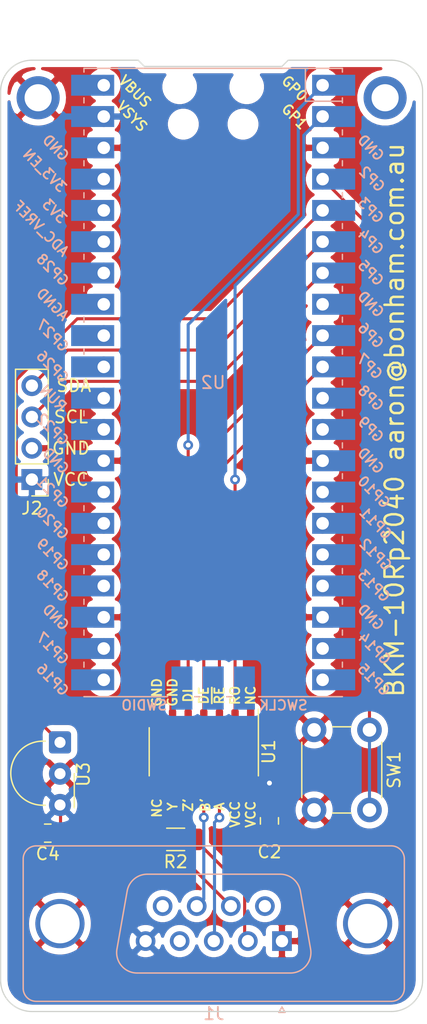
<source format=kicad_pcb>
(kicad_pcb (version 20171130) (host pcbnew "(5.1.10)-1")

  (general
    (thickness 1.6)
    (drawings 17)
    (tracks 57)
    (zones 0)
    (modules 11)
    (nets 42)
  )

  (page A4)
  (layers
    (0 F.Cu signal)
    (31 B.Cu signal)
    (32 B.Adhes user)
    (33 F.Adhes user)
    (34 B.Paste user)
    (35 F.Paste user)
    (36 B.SilkS user)
    (37 F.SilkS user)
    (38 B.Mask user)
    (39 F.Mask user)
    (40 Dwgs.User user)
    (41 Cmts.User user)
    (42 Eco1.User user)
    (43 Eco2.User user)
    (44 Edge.Cuts user)
    (45 Margin user)
    (46 B.CrtYd user)
    (47 F.CrtYd user)
    (48 B.Fab user hide)
    (49 F.Fab user hide)
  )

  (setup
    (last_trace_width 0.25)
    (trace_clearance 0.2)
    (zone_clearance 0.508)
    (zone_45_only no)
    (trace_min 0.2)
    (via_size 0.8)
    (via_drill 0.4)
    (via_min_size 0.4)
    (via_min_drill 0.3)
    (uvia_size 0.3)
    (uvia_drill 0.1)
    (uvias_allowed no)
    (uvia_min_size 0.2)
    (uvia_min_drill 0.1)
    (edge_width 0.05)
    (segment_width 0.2)
    (pcb_text_width 0.3)
    (pcb_text_size 1.5 1.5)
    (mod_edge_width 0.12)
    (mod_text_size 1 1)
    (mod_text_width 0.15)
    (pad_size 2 2)
    (pad_drill 1.1)
    (pad_to_mask_clearance 0)
    (aux_axis_origin 0 0)
    (visible_elements 7FFFFFFF)
    (pcbplotparams
      (layerselection 0x010fc_ffffffff)
      (usegerberextensions false)
      (usegerberattributes true)
      (usegerberadvancedattributes true)
      (creategerberjobfile true)
      (excludeedgelayer true)
      (linewidth 0.100000)
      (plotframeref false)
      (viasonmask false)
      (mode 1)
      (useauxorigin false)
      (hpglpennumber 1)
      (hpglpenspeed 20)
      (hpglpendiameter 15.000000)
      (psnegative false)
      (psa4output false)
      (plotreference true)
      (plotvalue true)
      (plotinvisibletext false)
      (padsonsilk false)
      (subtractmaskfromsilk false)
      (outputformat 1)
      (mirror false)
      (drillshape 0)
      (scaleselection 1)
      (outputdirectory "gerbers"))
  )

  (net 0 "")
  (net 1 "Net-(U2-Pad43)")
  (net 2 "Net-(U2-Pad42)")
  (net 3 "Net-(U2-Pad41)")
  (net 4 "Net-(U2-Pad21)")
  (net 5 "Net-(U2-Pad22)")
  (net 6 "Net-(U2-Pad24)")
  (net 7 "Net-(U2-Pad25)")
  (net 8 "Net-(U2-Pad26)")
  (net 9 "Net-(U2-Pad27)")
  (net 10 "Net-(U2-Pad29)")
  (net 11 "Net-(U2-Pad30)")
  (net 12 "Net-(U2-Pad31)")
  (net 13 "Net-(U2-Pad32)")
  (net 14 "Net-(U2-Pad33)")
  (net 15 "Net-(U2-Pad34)")
  (net 16 "Net-(U2-Pad35)")
  (net 17 "Net-(U2-Pad36)")
  (net 18 "Net-(U2-Pad37)")
  (net 19 "Net-(U2-Pad40)")
  (net 20 "Net-(U2-Pad20)")
  (net 21 "Net-(U2-Pad19)")
  (net 22 "Net-(U2-Pad17)")
  (net 23 "Net-(U2-Pad16)")
  (net 24 "Net-(U2-Pad15)")
  (net 25 "Net-(U2-Pad14)")
  (net 26 "Net-(U2-Pad12)")
  (net 27 "Net-(U2-Pad11)")
  (net 28 +5V)
  (net 29 GND)
  (net 30 RXD-)
  (net 31 TXD+)
  (net 32 RXD+)
  (net 33 TXD-)
  (net 34 LEARN)
  (net 35 TX)
  (net 36 DE)
  (net 37 ~RE~)
  (net 38 RX)
  (net 39 IR)
  (net 40 SDA)
  (net 41 SCL)

  (net_class Default "This is the default net class."
    (clearance 0.2)
    (trace_width 0.25)
    (via_dia 0.8)
    (via_drill 0.4)
    (uvia_dia 0.3)
    (uvia_drill 0.1)
    (add_net +5V)
    (add_net DE)
    (add_net GND)
    (add_net IR)
    (add_net LEARN)
    (add_net "Net-(U2-Pad11)")
    (add_net "Net-(U2-Pad12)")
    (add_net "Net-(U2-Pad14)")
    (add_net "Net-(U2-Pad15)")
    (add_net "Net-(U2-Pad16)")
    (add_net "Net-(U2-Pad17)")
    (add_net "Net-(U2-Pad19)")
    (add_net "Net-(U2-Pad20)")
    (add_net "Net-(U2-Pad21)")
    (add_net "Net-(U2-Pad22)")
    (add_net "Net-(U2-Pad24)")
    (add_net "Net-(U2-Pad25)")
    (add_net "Net-(U2-Pad26)")
    (add_net "Net-(U2-Pad27)")
    (add_net "Net-(U2-Pad29)")
    (add_net "Net-(U2-Pad30)")
    (add_net "Net-(U2-Pad31)")
    (add_net "Net-(U2-Pad32)")
    (add_net "Net-(U2-Pad33)")
    (add_net "Net-(U2-Pad34)")
    (add_net "Net-(U2-Pad35)")
    (add_net "Net-(U2-Pad36)")
    (add_net "Net-(U2-Pad37)")
    (add_net "Net-(U2-Pad40)")
    (add_net "Net-(U2-Pad41)")
    (add_net "Net-(U2-Pad42)")
    (add_net "Net-(U2-Pad43)")
    (add_net RX)
    (add_net RXD+)
    (add_net RXD-)
    (add_net SCL)
    (add_net SDA)
    (add_net TX)
    (add_net TXD+)
    (add_net TXD-)
    (add_net ~RE~)
  )

  (module MountingHole:MountingHole_2.2mm_M2_ISO7380_Pad (layer F.Cu) (tedit 56D1B4CB) (tstamp 61E0EE46)
    (at 141.732 69.342)
    (descr "Mounting Hole 2.2mm, M2, ISO7380")
    (tags "mounting hole 2.2mm m2 iso7380")
    (path /61AB9711)
    (attr virtual)
    (fp_text reference H1 (at 0 -2.75) (layer F.SilkS) hide
      (effects (font (size 1 1) (thickness 0.15)))
    )
    (fp_text value MountingHole_Pad (at 0 2.75) (layer F.Fab)
      (effects (font (size 1 1) (thickness 0.15)))
    )
    (fp_circle (center 0 0) (end 1.75 0) (layer Cmts.User) (width 0.15))
    (fp_circle (center 0 0) (end 2 0) (layer F.CrtYd) (width 0.05))
    (fp_text user %R (at 0.3 0) (layer F.Fab)
      (effects (font (size 1 1) (thickness 0.15)))
    )
    (pad 1 thru_hole circle (at 0 0) (size 3.5 3.5) (drill 2.2) (layers *.Cu *.Mask))
  )

  (module Capacitor_SMD:C_0805_2012Metric_Pad1.18x1.45mm_HandSolder (layer F.Cu) (tedit 5F68FEEF) (tstamp 61E0C56E)
    (at 114.3215 129.032 180)
    (descr "Capacitor SMD 0805 (2012 Metric), square (rectangular) end terminal, IPC_7351 nominal with elongated pad for handsoldering. (Body size source: IPC-SM-782 page 76, https://www.pcb-3d.com/wordpress/wp-content/uploads/ipc-sm-782a_amendment_1_and_2.pdf, https://docs.google.com/spreadsheets/d/1BsfQQcO9C6DZCsRaXUlFlo91Tg2WpOkGARC1WS5S8t0/edit?usp=sharing), generated with kicad-footprint-generator")
    (tags "capacitor handsolder")
    (path /61A664B7)
    (attr smd)
    (fp_text reference C4 (at 0 -1.68) (layer F.SilkS)
      (effects (font (size 1 1) (thickness 0.15)))
    )
    (fp_text value 0.1uF (at 0 1.68) (layer F.Fab)
      (effects (font (size 1 1) (thickness 0.15)))
    )
    (fp_line (start 1.88 0.98) (end -1.88 0.98) (layer F.CrtYd) (width 0.05))
    (fp_line (start 1.88 -0.98) (end 1.88 0.98) (layer F.CrtYd) (width 0.05))
    (fp_line (start -1.88 -0.98) (end 1.88 -0.98) (layer F.CrtYd) (width 0.05))
    (fp_line (start -1.88 0.98) (end -1.88 -0.98) (layer F.CrtYd) (width 0.05))
    (fp_line (start -0.261252 0.735) (end 0.261252 0.735) (layer F.SilkS) (width 0.12))
    (fp_line (start -0.261252 -0.735) (end 0.261252 -0.735) (layer F.SilkS) (width 0.12))
    (fp_line (start 1 0.625) (end -1 0.625) (layer F.Fab) (width 0.1))
    (fp_line (start 1 -0.625) (end 1 0.625) (layer F.Fab) (width 0.1))
    (fp_line (start -1 -0.625) (end 1 -0.625) (layer F.Fab) (width 0.1))
    (fp_line (start -1 0.625) (end -1 -0.625) (layer F.Fab) (width 0.1))
    (fp_text user %R (at 0 0) (layer F.Fab)
      (effects (font (size 0.5 0.5) (thickness 0.08)))
    )
    (pad 2 smd roundrect (at 1.0375 0 180) (size 1.175 1.45) (layers F.Cu F.Paste F.Mask) (roundrect_rratio 0.212766)
      (net 29 GND))
    (pad 1 smd roundrect (at -1.0375 0 180) (size 1.175 1.45) (layers F.Cu F.Paste F.Mask) (roundrect_rratio 0.212766)
      (net 28 +5V))
    (model ${KISYS3DMOD}/Capacitor_SMD.3dshapes/C_0805_2012Metric.wrl
      (at (xyz 0 0 0))
      (scale (xyz 1 1 1))
      (rotate (xyz 0 0 0))
    )
  )

  (module Capacitor_SMD:C_0805_2012Metric_Pad1.18x1.45mm_HandSolder (layer F.Cu) (tedit 5F68FEEF) (tstamp 61A5A7E6)
    (at 132.334 128.0375 90)
    (descr "Capacitor SMD 0805 (2012 Metric), square (rectangular) end terminal, IPC_7351 nominal with elongated pad for handsoldering. (Body size source: IPC-SM-782 page 76, https://www.pcb-3d.com/wordpress/wp-content/uploads/ipc-sm-782a_amendment_1_and_2.pdf, https://docs.google.com/spreadsheets/d/1BsfQQcO9C6DZCsRaXUlFlo91Tg2WpOkGARC1WS5S8t0/edit?usp=sharing), generated with kicad-footprint-generator")
    (tags "capacitor handsolder")
    (path /61A6A7BF)
    (attr smd)
    (fp_text reference C2 (at -2.5185 0 180) (layer F.SilkS)
      (effects (font (size 1 1) (thickness 0.15)))
    )
    (fp_text value 0.1uF (at 0 1.68 90) (layer F.Fab)
      (effects (font (size 1 1) (thickness 0.15)))
    )
    (fp_line (start 1.88 0.98) (end -1.88 0.98) (layer F.CrtYd) (width 0.05))
    (fp_line (start 1.88 -0.98) (end 1.88 0.98) (layer F.CrtYd) (width 0.05))
    (fp_line (start -1.88 -0.98) (end 1.88 -0.98) (layer F.CrtYd) (width 0.05))
    (fp_line (start -1.88 0.98) (end -1.88 -0.98) (layer F.CrtYd) (width 0.05))
    (fp_line (start -0.261252 0.735) (end 0.261252 0.735) (layer F.SilkS) (width 0.12))
    (fp_line (start -0.261252 -0.735) (end 0.261252 -0.735) (layer F.SilkS) (width 0.12))
    (fp_line (start 1 0.625) (end -1 0.625) (layer F.Fab) (width 0.1))
    (fp_line (start 1 -0.625) (end 1 0.625) (layer F.Fab) (width 0.1))
    (fp_line (start -1 -0.625) (end 1 -0.625) (layer F.Fab) (width 0.1))
    (fp_line (start -1 0.625) (end -1 -0.625) (layer F.Fab) (width 0.1))
    (fp_text user %R (at 0 0 90) (layer F.Fab)
      (effects (font (size 0.5 0.5) (thickness 0.08)))
    )
    (pad 2 smd roundrect (at 1.0375 0 90) (size 1.175 1.45) (layers F.Cu F.Paste F.Mask) (roundrect_rratio 0.212766)
      (net 28 +5V))
    (pad 1 smd roundrect (at -1.0375 0 90) (size 1.175 1.45) (layers F.Cu F.Paste F.Mask) (roundrect_rratio 0.212766)
      (net 29 GND))
    (model ${KISYS3DMOD}/Capacitor_SMD.3dshapes/C_0805_2012Metric.wrl
      (at (xyz 0 0 0))
      (scale (xyz 1 1 1))
      (rotate (xyz 0 0 0))
    )
  )

  (module Package_SO:SOIC-14_3.9x8.7mm_P1.27mm (layer F.Cu) (tedit 61E0BE3E) (tstamp 61E0D591)
    (at 127 122.428 270)
    (descr "SOIC, 14 Pin (JEDEC MS-012AB, https://www.analog.com/media/en/package-pcb-resources/package/pkg_pdf/soic_narrow-r/r_14.pdf), generated with kicad-footprint-generator ipc_gullwing_generator.py")
    (tags "SOIC SO")
    (path /61A57B66)
    (attr smd)
    (fp_text reference U1 (at 0 -5.28 90) (layer F.SilkS)
      (effects (font (size 1 1) (thickness 0.15)))
    )
    (fp_text value ADM3063EARZ-ND (at 0 5.28 90) (layer F.Fab)
      (effects (font (size 1 1) (thickness 0.15)))
    )
    (fp_line (start 0 4.435) (end 1.95 4.435) (layer F.SilkS) (width 0.12))
    (fp_line (start 0 4.435) (end -1.95 4.435) (layer F.SilkS) (width 0.12))
    (fp_line (start 0 -4.435) (end 1.95 -4.435) (layer F.SilkS) (width 0.12))
    (fp_line (start 0 -4.435) (end -3.45 -4.435) (layer F.SilkS) (width 0.12))
    (fp_line (start -0.975 -4.325) (end 1.95 -4.325) (layer F.Fab) (width 0.1))
    (fp_line (start 1.95 -4.325) (end 1.95 4.325) (layer F.Fab) (width 0.1))
    (fp_line (start 1.95 4.325) (end -1.95 4.325) (layer F.Fab) (width 0.1))
    (fp_line (start -1.95 4.325) (end -1.95 -3.35) (layer F.Fab) (width 0.1))
    (fp_line (start -1.95 -3.35) (end -0.975 -4.325) (layer F.Fab) (width 0.1))
    (fp_line (start -3.7 -4.58) (end -3.7 4.58) (layer F.CrtYd) (width 0.05))
    (fp_line (start -3.7 4.58) (end 3.7 4.58) (layer F.CrtYd) (width 0.05))
    (fp_line (start 3.7 4.58) (end 3.7 -4.58) (layer F.CrtYd) (width 0.05))
    (fp_line (start 3.7 -4.58) (end -3.7 -4.58) (layer F.CrtYd) (width 0.05))
    (fp_text user NC (at 4.572 3.81 90) (layer F.SilkS)
      (effects (font (size 0.75 0.75) (thickness 0.15)))
    )
    (fp_text user Y (at 4.445 2.54 90) (layer F.SilkS)
      (effects (font (size 0.75 0.75) (thickness 0.15)))
    )
    (fp_text user Z' (at 4.318 1.27 90) (layer F.SilkS)
      (effects (font (size 0.75 0.75) (thickness 0.15)))
    )
    (fp_text user B' (at 4.318 -0.127 90) (layer F.SilkS)
      (effects (font (size 0.75 0.75) (thickness 0.15)))
    )
    (fp_text user A (at 4.445 -1.27 90) (layer F.SilkS)
      (effects (font (size 0.75 0.75) (thickness 0.15)))
    )
    (fp_text user VCC (at 5.08 -2.54 90) (layer F.SilkS)
      (effects (font (size 0.75 0.75) (thickness 0.15)))
    )
    (fp_text user VCC (at 5.08 -3.81 90) (layer F.SilkS)
      (effects (font (size 0.75 0.75) (thickness 0.15)))
    )
    (fp_text user GND (at -4.826 3.81 90) (layer F.SilkS)
      (effects (font (size 0.75 0.75) (thickness 0.15)))
    )
    (fp_text user GND (at -4.826 2.54 90) (layer F.SilkS)
      (effects (font (size 0.75 0.75) (thickness 0.15)))
    )
    (fp_text user DI (at -4.572 1.27 90) (layer F.SilkS)
      (effects (font (size 0.75 0.75) (thickness 0.15)))
    )
    (fp_text user DE (at -4.572 0 90) (layer F.SilkS)
      (effects (font (size 0.75 0.75) (thickness 0.15)))
    )
    (fp_text user ~RE (at -4.572 -1.27 90) (layer F.SilkS)
      (effects (font (size 0.75 0.75) (thickness 0.15)))
    )
    (fp_text user RO (at -4.572 -2.54 90) (layer F.SilkS)
      (effects (font (size 0.75 0.75) (thickness 0.15)))
    )
    (fp_text user NC (at -4.572 -3.81 90) (layer F.SilkS)
      (effects (font (size 0.75 0.75) (thickness 0.15)))
    )
    (fp_text user %R (at 0 0 90) (layer F.Fab)
      (effects (font (size 0.98 0.98) (thickness 0.15)))
    )
    (pad 14 smd roundrect (at 2.475 -3.81 270) (size 1.95 0.6) (layers F.Cu F.Paste F.Mask) (roundrect_rratio 0.25)
      (net 28 +5V))
    (pad 13 smd roundrect (at 2.475 -2.54 270) (size 1.95 0.6) (layers F.Cu F.Paste F.Mask) (roundrect_rratio 0.25)
      (net 28 +5V))
    (pad 12 smd roundrect (at 2.475 -1.27 270) (size 1.95 0.6) (layers F.Cu F.Paste F.Mask) (roundrect_rratio 0.25)
      (net 32 RXD+))
    (pad 11 smd roundrect (at 2.475 0 270) (size 1.95 0.6) (layers F.Cu F.Paste F.Mask) (roundrect_rratio 0.25)
      (net 30 RXD-))
    (pad 10 smd roundrect (at 2.475 1.27 270) (size 1.95 0.6) (layers F.Cu F.Paste F.Mask) (roundrect_rratio 0.25)
      (net 33 TXD-))
    (pad 9 smd roundrect (at 2.475 2.54 270) (size 1.95 0.6) (layers F.Cu F.Paste F.Mask) (roundrect_rratio 0.25)
      (net 31 TXD+))
    (pad 8 smd roundrect (at 2.475 3.81 270) (size 1.95 0.6) (layers F.Cu F.Paste F.Mask) (roundrect_rratio 0.25))
    (pad 7 smd roundrect (at -2.475 3.81 270) (size 1.95 0.6) (layers F.Cu F.Paste F.Mask) (roundrect_rratio 0.25)
      (net 29 GND))
    (pad 6 smd roundrect (at -2.475 2.54 270) (size 1.95 0.6) (layers F.Cu F.Paste F.Mask) (roundrect_rratio 0.25)
      (net 29 GND))
    (pad 5 smd roundrect (at -2.475 1.27 270) (size 1.95 0.6) (layers F.Cu F.Paste F.Mask) (roundrect_rratio 0.25)
      (net 35 TX))
    (pad 4 smd roundrect (at -2.475 0 270) (size 1.95 0.6) (layers F.Cu F.Paste F.Mask) (roundrect_rratio 0.25)
      (net 36 DE))
    (pad 3 smd roundrect (at -2.475 -1.27 270) (size 1.95 0.6) (layers F.Cu F.Paste F.Mask) (roundrect_rratio 0.25)
      (net 37 ~RE~))
    (pad 2 smd roundrect (at -2.475 -2.54 270) (size 1.95 0.6) (layers F.Cu F.Paste F.Mask) (roundrect_rratio 0.25)
      (net 38 RX))
    (pad 1 smd rect (at -2.475 -3.81 270) (size 1.95 0.6) (layers F.Cu F.Paste F.Mask))
    (model ${KISYS3DMOD}/Package_SO.3dshapes/SOIC-14_3.9x8.7mm_P1.27mm.wrl
      (at (xyz 0 0 0))
      (scale (xyz 1 1 1))
      (rotate (xyz 0 0 0))
    )
  )

  (module Resistor_SMD:R_1206_3216Metric_Pad1.30x1.75mm_HandSolder (layer F.Cu) (tedit 5F68FEEE) (tstamp 61E0CCAC)
    (at 124.714 129.54 180)
    (descr "Resistor SMD 1206 (3216 Metric), square (rectangular) end terminal, IPC_7351 nominal with elongated pad for handsoldering. (Body size source: IPC-SM-782 page 72, https://www.pcb-3d.com/wordpress/wp-content/uploads/ipc-sm-782a_amendment_1_and_2.pdf), generated with kicad-footprint-generator")
    (tags "resistor handsolder")
    (path /61A837B7)
    (attr smd)
    (fp_text reference R2 (at 0 -1.82) (layer F.SilkS)
      (effects (font (size 1 1) (thickness 0.15)))
    )
    (fp_text value 60R (at 0 1.82) (layer F.Fab)
      (effects (font (size 1 1) (thickness 0.15)))
    )
    (fp_line (start 2.45 1.12) (end -2.45 1.12) (layer F.CrtYd) (width 0.05))
    (fp_line (start 2.45 -1.12) (end 2.45 1.12) (layer F.CrtYd) (width 0.05))
    (fp_line (start -2.45 -1.12) (end 2.45 -1.12) (layer F.CrtYd) (width 0.05))
    (fp_line (start -2.45 1.12) (end -2.45 -1.12) (layer F.CrtYd) (width 0.05))
    (fp_line (start -0.727064 0.91) (end 0.727064 0.91) (layer F.SilkS) (width 0.12))
    (fp_line (start -0.727064 -0.91) (end 0.727064 -0.91) (layer F.SilkS) (width 0.12))
    (fp_line (start 1.6 0.8) (end -1.6 0.8) (layer F.Fab) (width 0.1))
    (fp_line (start 1.6 -0.8) (end 1.6 0.8) (layer F.Fab) (width 0.1))
    (fp_line (start -1.6 -0.8) (end 1.6 -0.8) (layer F.Fab) (width 0.1))
    (fp_line (start -1.6 0.8) (end -1.6 -0.8) (layer F.Fab) (width 0.1))
    (fp_text user %R (at 0 0) (layer F.Fab)
      (effects (font (size 0.8 0.8) (thickness 0.12)))
    )
    (pad 2 smd roundrect (at 1.55 0 180) (size 1.3 1.75) (layers F.Cu F.Paste F.Mask) (roundrect_rratio 0.1923076923076923)
      (net 31 TXD+))
    (pad 1 smd roundrect (at -1.55 0 180) (size 1.3 1.75) (layers F.Cu F.Paste F.Mask) (roundrect_rratio 0.1923076923076923)
      (net 33 TXD-))
    (model ${KISYS3DMOD}/Resistor_SMD.3dshapes/R_1206_3216Metric.wrl
      (at (xyz 0 0 0))
      (scale (xyz 1 1 1))
      (rotate (xyz 0 0 0))
    )
  )

  (module MountingHole:MountingHole_2.2mm_M2_ISO7380_Pad (layer F.Cu) (tedit 56D1B4CB) (tstamp 61E0C2F4)
    (at 113.538 69.342)
    (descr "Mounting Hole 2.2mm, M2, ISO7380")
    (tags "mounting hole 2.2mm m2 iso7380")
    (path /61AB9711)
    (attr virtual)
    (fp_text reference H1 (at 0 -2.75) (layer F.SilkS) hide
      (effects (font (size 1 1) (thickness 0.15)))
    )
    (fp_text value MountingHole_Pad (at 0 2.75) (layer F.Fab)
      (effects (font (size 1 1) (thickness 0.15)))
    )
    (fp_circle (center 0 0) (end 1.75 0) (layer Cmts.User) (width 0.15))
    (fp_circle (center 0 0) (end 2 0) (layer F.CrtYd) (width 0.05))
    (fp_text user %R (at 0.3 0) (layer F.Fab)
      (effects (font (size 1 1) (thickness 0.15)))
    )
    (pad 1 thru_hole circle (at 0 0) (size 3.5 3.5) (drill 2.2) (layers *.Cu *.Mask)
      (net 29 GND))
  )

  (module MCU_RaspberryPi_and_Boards:RPi_Pico_SMD_TH (layer B.Cu) (tedit 61A565D2) (tstamp 61E0D373)
    (at 127.762 92.456 180)
    (descr "Through hole straight pin header, 2x20, 2.54mm pitch, double rows")
    (tags "Through hole pin header THT 2x20 2.54mm double row")
    (path /61A59562)
    (attr smd)
    (fp_text reference U2 (at 0 0) (layer B.SilkS)
      (effects (font (size 1 1) (thickness 0.15)) (justify mirror))
    )
    (fp_text value Pico (at 0 -2.159) (layer B.Fab)
      (effects (font (size 1 1) (thickness 0.15)) (justify mirror))
    )
    (fp_line (start 1.1 -25.5) (end 1.5 -25.5) (layer B.SilkS) (width 0.12))
    (fp_line (start -1.5 -25.5) (end -1.1 -25.5) (layer B.SilkS) (width 0.12))
    (fp_line (start 10.5 -25.5) (end 3.7 -25.5) (layer B.SilkS) (width 0.12))
    (fp_line (start 10.5 -15.1) (end 10.5 -15.5) (layer B.SilkS) (width 0.12))
    (fp_line (start 10.5 -7.4) (end 10.5 -7.8) (layer B.SilkS) (width 0.12))
    (fp_line (start 10.5 18) (end 10.5 17.6) (layer B.SilkS) (width 0.12))
    (fp_line (start 10.5 25.5) (end 10.5 25.2) (layer B.SilkS) (width 0.12))
    (fp_line (start 10.5 2.7) (end 10.5 2.3) (layer B.SilkS) (width 0.12))
    (fp_line (start 10.5 -12.5) (end 10.5 -12.9) (layer B.SilkS) (width 0.12))
    (fp_line (start 10.5 7.8) (end 10.5 7.4) (layer B.SilkS) (width 0.12))
    (fp_line (start 10.5 12.9) (end 10.5 12.5) (layer B.SilkS) (width 0.12))
    (fp_line (start 10.5 0.2) (end 10.5 -0.2) (layer B.SilkS) (width 0.12))
    (fp_line (start 10.5 -4.9) (end 10.5 -5.3) (layer B.SilkS) (width 0.12))
    (fp_line (start 10.5 -20.1) (end 10.5 -20.5) (layer B.SilkS) (width 0.12))
    (fp_line (start 10.5 -22.7) (end 10.5 -23.1) (layer B.SilkS) (width 0.12))
    (fp_line (start 10.5 -17.6) (end 10.5 -18) (layer B.SilkS) (width 0.12))
    (fp_line (start 10.5 15.4) (end 10.5 15) (layer B.SilkS) (width 0.12))
    (fp_line (start 10.5 23.1) (end 10.5 22.7) (layer B.SilkS) (width 0.12))
    (fp_line (start 10.5 20.5) (end 10.5 20.1) (layer B.SilkS) (width 0.12))
    (fp_line (start 10.5 -10) (end 10.5 -10.4) (layer B.SilkS) (width 0.12))
    (fp_line (start 10.5 -2.3) (end 10.5 -2.7) (layer B.SilkS) (width 0.12))
    (fp_line (start 10.5 5.3) (end 10.5 4.9) (layer B.SilkS) (width 0.12))
    (fp_line (start 10.5 10.4) (end 10.5 10) (layer B.SilkS) (width 0.12))
    (fp_line (start -10.5 -22.7) (end -10.5 -23.1) (layer B.SilkS) (width 0.12))
    (fp_line (start -10.5 -20.1) (end -10.5 -20.5) (layer B.SilkS) (width 0.12))
    (fp_line (start -10.5 -17.6) (end -10.5 -18) (layer B.SilkS) (width 0.12))
    (fp_line (start -10.5 -15.1) (end -10.5 -15.5) (layer B.SilkS) (width 0.12))
    (fp_line (start -10.5 -12.5) (end -10.5 -12.9) (layer B.SilkS) (width 0.12))
    (fp_line (start -10.5 -10) (end -10.5 -10.4) (layer B.SilkS) (width 0.12))
    (fp_line (start -10.5 -7.4) (end -10.5 -7.8) (layer B.SilkS) (width 0.12))
    (fp_line (start -10.5 -4.9) (end -10.5 -5.3) (layer B.SilkS) (width 0.12))
    (fp_line (start -10.5 -2.3) (end -10.5 -2.7) (layer B.SilkS) (width 0.12))
    (fp_line (start -10.5 0.2) (end -10.5 -0.2) (layer B.SilkS) (width 0.12))
    (fp_line (start -10.5 2.7) (end -10.5 2.3) (layer B.SilkS) (width 0.12))
    (fp_line (start -10.5 5.3) (end -10.5 4.9) (layer B.SilkS) (width 0.12))
    (fp_line (start -10.5 7.8) (end -10.5 7.4) (layer B.SilkS) (width 0.12))
    (fp_line (start -10.5 10.4) (end -10.5 10) (layer B.SilkS) (width 0.12))
    (fp_line (start -10.5 12.9) (end -10.5 12.5) (layer B.SilkS) (width 0.12))
    (fp_line (start -10.5 15.4) (end -10.5 15) (layer B.SilkS) (width 0.12))
    (fp_line (start -10.5 18) (end -10.5 17.6) (layer B.SilkS) (width 0.12))
    (fp_line (start -10.5 20.5) (end -10.5 20.1) (layer B.SilkS) (width 0.12))
    (fp_line (start -10.5 23.1) (end -10.5 22.7) (layer B.SilkS) (width 0.12))
    (fp_line (start -10.5 25.5) (end -10.5 25.2) (layer B.SilkS) (width 0.12))
    (fp_line (start -7.493 22.833) (end -7.493 25.5) (layer B.SilkS) (width 0.12))
    (fp_line (start -10.5 22.833) (end -7.493 22.833) (layer B.SilkS) (width 0.12))
    (fp_line (start -3.7 -25.5) (end -10.5 -25.5) (layer B.SilkS) (width 0.12))
    (fp_line (start -10.5 25.5) (end 10.5 25.5) (layer B.SilkS) (width 0.12))
    (fp_line (start -11 -26) (end -11 26) (layer B.CrtYd) (width 0.12))
    (fp_line (start 11 -26) (end -11 -26) (layer B.CrtYd) (width 0.12))
    (fp_line (start 11 26) (end 11 -26) (layer B.CrtYd) (width 0.12))
    (fp_line (start -11 26) (end 11 26) (layer B.CrtYd) (width 0.12))
    (fp_line (start -10.5 24.2) (end -9.2 25.5) (layer B.Fab) (width 0.12))
    (fp_line (start -10.5 -25.5) (end -10.5 25.5) (layer B.Fab) (width 0.12))
    (fp_line (start 10.5 -25.5) (end -10.5 -25.5) (layer B.Fab) (width 0.12))
    (fp_line (start 10.5 25.5) (end 10.5 -25.5) (layer B.Fab) (width 0.12))
    (fp_line (start -10.5 25.5) (end 10.5 25.5) (layer B.Fab) (width 0.12))
    (fp_poly (pts (xy -1.5 16.5) (xy -3.5 16.5) (xy -3.5 18.5) (xy -1.5 18.5)) (layer Dwgs.User) (width 0.1))
    (fp_poly (pts (xy -1.5 14) (xy -3.5 14) (xy -3.5 16) (xy -1.5 16)) (layer Dwgs.User) (width 0.1))
    (fp_poly (pts (xy -1.5 11.5) (xy -3.5 11.5) (xy -3.5 13.5) (xy -1.5 13.5)) (layer Dwgs.User) (width 0.1))
    (fp_poly (pts (xy 3.7 20.2) (xy -3.7 20.2) (xy -3.7 24.9) (xy 3.7 24.9)) (layer Dwgs.User) (width 0.1))
    (fp_text user "Copper Keepouts shown on Dwgs layer" (at 0.1 30.2) (layer Cmts.User)
      (effects (font (size 1 1) (thickness 0.15)))
    )
    (fp_text user SWDIO (at 5.6 -26.2) (layer B.SilkS)
      (effects (font (size 0.8 0.8) (thickness 0.15)) (justify mirror))
    )
    (fp_text user SWCLK (at -5.7 -26.2) (layer B.SilkS)
      (effects (font (size 0.8 0.8) (thickness 0.15)) (justify mirror))
    )
    (fp_text user AGND (at 13.054 6.35 315) (layer B.SilkS)
      (effects (font (size 0.8 0.8) (thickness 0.15)) (justify mirror))
    )
    (fp_text user GND (at 12.8 19.05 315) (layer B.SilkS)
      (effects (font (size 0.8 0.8) (thickness 0.15)) (justify mirror))
    )
    (fp_text user GND (at 12.8 -6.35 315) (layer B.SilkS)
      (effects (font (size 0.8 0.8) (thickness 0.15)) (justify mirror))
    )
    (fp_text user GND (at 12.8 -19.05 315) (layer B.SilkS)
      (effects (font (size 0.8 0.8) (thickness 0.15)) (justify mirror))
    )
    (fp_text user GND (at -12.8 -19.05 315) (layer B.SilkS)
      (effects (font (size 0.8 0.8) (thickness 0.15)) (justify mirror))
    )
    (fp_text user GND (at -12.8 -6.35 315) (layer B.SilkS)
      (effects (font (size 0.8 0.8) (thickness 0.15)) (justify mirror))
    )
    (fp_text user GND (at -12.8 6.35 315) (layer B.SilkS)
      (effects (font (size 0.8 0.8) (thickness 0.15)) (justify mirror))
    )
    (fp_text user GND (at -12.8 19.05 315) (layer B.SilkS)
      (effects (font (size 0.8 0.8) (thickness 0.15)) (justify mirror))
    )
    (fp_text user VBUS (at 6.35 23.622 315) (layer F.SilkS)
      (effects (font (size 0.8 0.8) (thickness 0.15)))
    )
    (fp_text user VSYS (at 6.604 21.59 315) (layer F.SilkS)
      (effects (font (size 0.8 0.8) (thickness 0.15)))
    )
    (fp_text user 3V3_EN (at 13.7 17.2 315) (layer B.SilkS)
      (effects (font (size 0.8 0.8) (thickness 0.15)) (justify mirror))
    )
    (fp_text user 3V3 (at 12.9 13.9 315) (layer B.SilkS)
      (effects (font (size 0.8 0.8) (thickness 0.15)) (justify mirror))
    )
    (fp_text user ADC_VREF (at 14 12.5 315) (layer B.SilkS)
      (effects (font (size 0.8 0.8) (thickness 0.15)) (justify mirror))
    )
    (fp_text user GP28 (at 13.054 9.144 315) (layer B.SilkS)
      (effects (font (size 0.8 0.8) (thickness 0.15)) (justify mirror))
    )
    (fp_text user GP27 (at 13.054 3.8 315) (layer B.SilkS)
      (effects (font (size 0.8 0.8) (thickness 0.15)) (justify mirror))
    )
    (fp_text user GP26 (at 13.054 1.27 315) (layer B.SilkS)
      (effects (font (size 0.8 0.8) (thickness 0.15)) (justify mirror))
    )
    (fp_text user RUN (at 13 -1.27 315) (layer B.SilkS)
      (effects (font (size 0.8 0.8) (thickness 0.15)) (justify mirror))
    )
    (fp_text user GP22 (at 13.054 -3.81 315) (layer B.SilkS)
      (effects (font (size 0.8 0.8) (thickness 0.15)) (justify mirror))
    )
    (fp_text user GP21 (at 13.054 -8.9 315) (layer B.SilkS)
      (effects (font (size 0.8 0.8) (thickness 0.15)) (justify mirror))
    )
    (fp_text user GP20 (at 13.054 -11.43 315) (layer B.SilkS)
      (effects (font (size 0.8 0.8) (thickness 0.15)) (justify mirror))
    )
    (fp_text user GP19 (at 13.054 -13.97 315) (layer B.SilkS)
      (effects (font (size 0.8 0.8) (thickness 0.15)) (justify mirror))
    )
    (fp_text user GP18 (at 13.054 -16.51 315) (layer B.SilkS)
      (effects (font (size 0.8 0.8) (thickness 0.15)) (justify mirror))
    )
    (fp_text user GP17 (at 13.054 -21.59 315) (layer B.SilkS)
      (effects (font (size 0.8 0.8) (thickness 0.15)) (justify mirror))
    )
    (fp_text user GP16 (at 13.054 -24.13 315) (layer B.SilkS)
      (effects (font (size 0.8 0.8) (thickness 0.15)) (justify mirror))
    )
    (fp_text user GP15 (at -13.054 -24.13 315) (layer B.SilkS)
      (effects (font (size 0.8 0.8) (thickness 0.15)) (justify mirror))
    )
    (fp_text user GP14 (at -13.1 -21.59 315) (layer B.SilkS)
      (effects (font (size 0.8 0.8) (thickness 0.15)) (justify mirror))
    )
    (fp_text user GP13 (at -13.054 -16.51 315) (layer B.SilkS)
      (effects (font (size 0.8 0.8) (thickness 0.15)) (justify mirror))
    )
    (fp_text user GP12 (at -13.2 -13.97 315) (layer B.SilkS)
      (effects (font (size 0.8 0.8) (thickness 0.15)) (justify mirror))
    )
    (fp_text user GP11 (at -13.2 -11.43 315) (layer B.SilkS)
      (effects (font (size 0.8 0.8) (thickness 0.15)) (justify mirror))
    )
    (fp_text user GP10 (at -13.054 -8.89 315) (layer B.SilkS)
      (effects (font (size 0.8 0.8) (thickness 0.15)) (justify mirror))
    )
    (fp_text user GP9 (at -12.8 -3.81 315) (layer B.SilkS)
      (effects (font (size 0.8 0.8) (thickness 0.15)) (justify mirror))
    )
    (fp_text user GP8 (at -12.8 -1.27 315) (layer B.SilkS)
      (effects (font (size 0.8 0.8) (thickness 0.15)) (justify mirror))
    )
    (fp_text user GP7 (at -12.7 1.3 315) (layer B.SilkS)
      (effects (font (size 0.8 0.8) (thickness 0.15)) (justify mirror))
    )
    (fp_text user GP6 (at -12.8 3.81 315) (layer B.SilkS)
      (effects (font (size 0.8 0.8) (thickness 0.15)) (justify mirror))
    )
    (fp_text user GP5 (at -12.8 8.89 315) (layer B.SilkS)
      (effects (font (size 0.8 0.8) (thickness 0.15)) (justify mirror))
    )
    (fp_text user GP4 (at -12.8 11.43 315) (layer B.SilkS)
      (effects (font (size 0.8 0.8) (thickness 0.15)) (justify mirror))
    )
    (fp_text user GP3 (at -12.8 13.97 315) (layer B.SilkS)
      (effects (font (size 0.8 0.8) (thickness 0.15)) (justify mirror))
    )
    (fp_text user GP0 (at -6.604 23.876 315) (layer F.SilkS)
      (effects (font (size 0.8 0.8) (thickness 0.15)))
    )
    (fp_text user GP2 (at -12.9 16.51 315) (layer B.SilkS)
      (effects (font (size 0.8 0.8) (thickness 0.15)) (justify mirror))
    )
    (fp_text user GP1 (at -6.604 21.59 315) (layer F.SilkS)
      (effects (font (size 0.8 0.8) (thickness 0.15)))
    )
    (fp_text user %R (at 0 0 180) (layer B.Fab)
      (effects (font (size 1 1) (thickness 0.15)) (justify mirror))
    )
    (pad 43 smd oval (at 2.54 -23.9 180) (size 1.7 1.7) (layers B.Cu B.Paste B.Mask)
      (net 1 "Net-(U2-Pad43)"))
    (pad 43 smd rect (at 2.54 -23.9 90) (size 3.5 1.7) (drill (offset -0.9 0)) (layers B.Cu B.Mask)
      (net 1 "Net-(U2-Pad43)"))
    (pad 42 smd rect (at 0 -23.9 180) (size 1.7 1.7) (layers B.Cu B.Paste B.Mask)
      (net 2 "Net-(U2-Pad42)"))
    (pad 42 smd rect (at 0 -23.9 90) (size 3.5 1.7) (drill (offset -0.9 0)) (layers B.Cu B.Mask)
      (net 2 "Net-(U2-Pad42)"))
    (pad 41 smd oval (at -2.54 -23.9 180) (size 1.7 1.7) (layers B.Cu B.Paste B.Mask)
      (net 3 "Net-(U2-Pad41)"))
    (pad 41 smd rect (at -2.54 -23.9 90) (size 3.5 1.7) (drill (offset -0.9 0)) (layers B.Cu B.Mask)
      (net 3 "Net-(U2-Pad41)"))
    (pad "" np_thru_hole oval (at 2.425 20.97 180) (size 1.5 1.5) (drill 1.5) (layers *.Cu *.Mask))
    (pad "" np_thru_hole oval (at -2.425 20.97 180) (size 1.5 1.5) (drill 1.5) (layers *.Cu *.Mask))
    (pad "" np_thru_hole oval (at 2.725 24 180) (size 1.8 1.8) (drill 1.8) (layers *.Cu *.Mask))
    (pad "" np_thru_hole oval (at -2.725 24 180) (size 1.8 1.8) (drill 1.8) (layers *.Cu *.Mask))
    (pad 21 smd rect (at 8.89 -24.13 180) (size 3.5 1.7) (drill (offset 0.9 0)) (layers B.Cu B.Mask)
      (net 4 "Net-(U2-Pad21)"))
    (pad 22 smd rect (at 8.89 -21.59 180) (size 3.5 1.7) (drill (offset 0.9 0)) (layers B.Cu B.Mask)
      (net 5 "Net-(U2-Pad22)"))
    (pad 23 smd rect (at 8.89 -19.05 180) (size 3.5 1.7) (drill (offset 0.9 0)) (layers B.Cu B.Mask)
      (net 29 GND))
    (pad 24 smd rect (at 8.89 -16.51 180) (size 3.5 1.7) (drill (offset 0.9 0)) (layers B.Cu B.Mask)
      (net 6 "Net-(U2-Pad24)"))
    (pad 25 smd rect (at 8.89 -13.97 180) (size 3.5 1.7) (drill (offset 0.9 0)) (layers B.Cu B.Mask)
      (net 7 "Net-(U2-Pad25)"))
    (pad 26 smd rect (at 8.89 -11.43 180) (size 3.5 1.7) (drill (offset 0.9 0)) (layers B.Cu B.Mask)
      (net 8 "Net-(U2-Pad26)"))
    (pad 27 smd rect (at 8.89 -8.89 180) (size 3.5 1.7) (drill (offset 0.9 0)) (layers B.Cu B.Mask)
      (net 9 "Net-(U2-Pad27)"))
    (pad 28 smd rect (at 8.89 -6.35 180) (size 3.5 1.7) (drill (offset 0.9 0)) (layers B.Cu B.Mask)
      (net 29 GND))
    (pad 29 smd rect (at 8.89 -3.81 180) (size 3.5 1.7) (drill (offset 0.9 0)) (layers B.Cu B.Mask)
      (net 10 "Net-(U2-Pad29)"))
    (pad 30 smd rect (at 8.89 -1.27 180) (size 3.5 1.7) (drill (offset 0.9 0)) (layers B.Cu B.Mask)
      (net 11 "Net-(U2-Pad30)"))
    (pad 31 smd rect (at 8.89 1.27 180) (size 3.5 1.7) (drill (offset 0.9 0)) (layers B.Cu B.Mask)
      (net 12 "Net-(U2-Pad31)"))
    (pad 32 smd rect (at 8.89 3.81 180) (size 3.5 1.7) (drill (offset 0.9 0)) (layers B.Cu B.Mask)
      (net 13 "Net-(U2-Pad32)"))
    (pad 33 smd rect (at 8.89 6.35 180) (size 3.5 1.7) (drill (offset 0.9 0)) (layers B.Cu B.Mask)
      (net 14 "Net-(U2-Pad33)"))
    (pad 34 smd rect (at 8.89 8.89 180) (size 3.5 1.7) (drill (offset 0.9 0)) (layers B.Cu B.Mask)
      (net 15 "Net-(U2-Pad34)"))
    (pad 35 smd rect (at 8.89 11.43 180) (size 3.5 1.7) (drill (offset 0.9 0)) (layers B.Cu B.Mask)
      (net 16 "Net-(U2-Pad35)"))
    (pad 36 smd rect (at 8.89 13.97 180) (size 3.5 1.7) (drill (offset 0.9 0)) (layers B.Cu B.Mask)
      (net 17 "Net-(U2-Pad36)"))
    (pad 37 smd rect (at 8.89 16.51 180) (size 3.5 1.7) (drill (offset 0.9 0)) (layers B.Cu B.Mask)
      (net 18 "Net-(U2-Pad37)"))
    (pad 38 smd rect (at 8.89 19.05 180) (size 3.5 1.7) (drill (offset 0.9 0)) (layers B.Cu B.Mask)
      (net 29 GND))
    (pad 39 smd rect (at 8.89 21.59 180) (size 3.5 1.7) (drill (offset 0.9 0)) (layers B.Cu B.Mask)
      (net 28 +5V))
    (pad 40 smd rect (at 8.89 24.13 180) (size 3.5 1.7) (drill (offset 0.9 0)) (layers B.Cu B.Mask)
      (net 19 "Net-(U2-Pad40)"))
    (pad 20 smd rect (at -8.89 -24.13 180) (size 3.5 1.7) (drill (offset -0.9 0)) (layers B.Cu B.Mask)
      (net 20 "Net-(U2-Pad20)"))
    (pad 19 smd rect (at -8.89 -21.59 180) (size 3.5 1.7) (drill (offset -0.9 0)) (layers B.Cu B.Mask)
      (net 21 "Net-(U2-Pad19)"))
    (pad 18 smd rect (at -8.89 -19.05 180) (size 3.5 1.7) (drill (offset -0.9 0)) (layers B.Cu B.Mask)
      (net 29 GND))
    (pad 17 smd rect (at -8.89 -16.51 180) (size 3.5 1.7) (drill (offset -0.9 0)) (layers B.Cu B.Mask)
      (net 22 "Net-(U2-Pad17)"))
    (pad 16 smd rect (at -8.89 -13.97 180) (size 3.5 1.7) (drill (offset -0.9 0)) (layers B.Cu B.Mask)
      (net 23 "Net-(U2-Pad16)"))
    (pad 15 smd rect (at -8.89 -11.43 180) (size 3.5 1.7) (drill (offset -0.9 0)) (layers B.Cu B.Mask)
      (net 24 "Net-(U2-Pad15)"))
    (pad 14 smd rect (at -8.89 -8.89 180) (size 3.5 1.7) (drill (offset -0.9 0)) (layers B.Cu B.Mask)
      (net 25 "Net-(U2-Pad14)"))
    (pad 13 smd rect (at -8.89 -6.35 180) (size 3.5 1.7) (drill (offset -0.9 0)) (layers B.Cu B.Mask)
      (net 29 GND))
    (pad 12 smd rect (at -8.89 -3.81 180) (size 3.5 1.7) (drill (offset -0.9 0)) (layers B.Cu B.Mask)
      (net 26 "Net-(U2-Pad12)"))
    (pad 11 smd rect (at -8.89 -1.27 180) (size 3.5 1.7) (drill (offset -0.9 0)) (layers B.Cu B.Mask)
      (net 27 "Net-(U2-Pad11)"))
    (pad 10 smd rect (at -8.89 1.27 180) (size 3.5 1.7) (drill (offset -0.9 0)) (layers B.Cu B.Mask)
      (net 37 ~RE~))
    (pad 9 smd rect (at -8.89 3.81 180) (size 3.5 1.7) (drill (offset -0.9 0)) (layers B.Cu B.Mask)
      (net 36 DE))
    (pad 8 smd rect (at -8.89 6.35 180) (size 3.5 1.7) (drill (offset -0.9 0)) (layers B.Cu B.Mask)
      (net 29 GND))
    (pad 7 smd rect (at -8.89 8.89 180) (size 3.5 1.7) (drill (offset -0.9 0)) (layers B.Cu B.Mask)
      (net 41 SCL))
    (pad 6 smd rect (at -8.89 11.43 180) (size 3.5 1.7) (drill (offset -0.9 0)) (layers B.Cu B.Mask)
      (net 40 SDA))
    (pad 5 smd rect (at -8.89 13.97 180) (size 3.5 1.7) (drill (offset -0.9 0)) (layers B.Cu B.Mask)
      (net 39 IR))
    (pad 4 smd rect (at -8.89 16.51 180) (size 3.5 1.7) (drill (offset -0.9 0)) (layers B.Cu B.Mask)
      (net 34 LEARN))
    (pad 3 smd rect (at -8.89 19.05 180) (size 3.5 1.7) (drill (offset -0.9 0)) (layers B.Cu B.Mask)
      (net 29 GND))
    (pad 2 smd rect (at -8.89 21.59 180) (size 3.5 1.7) (drill (offset -0.9 0)) (layers B.Cu B.Mask)
      (net 38 RX))
    (pad 1 smd rect (at -8.89 24.13 180) (size 3.5 1.7) (drill (offset -0.9 0)) (layers B.Cu B.Mask)
      (net 35 TX))
    (pad 40 thru_hole oval (at 8.89 24.13 180) (size 1.7 1.7) (drill 1.02) (layers *.Cu *.Mask)
      (net 19 "Net-(U2-Pad40)"))
    (pad 39 thru_hole oval (at 8.89 21.59 180) (size 1.7 1.7) (drill 1.02) (layers *.Cu *.Mask)
      (net 28 +5V))
    (pad 38 thru_hole rect (at 8.89 19.05 180) (size 1.7 1.7) (drill 1.02) (layers *.Cu *.Mask)
      (net 29 GND))
    (pad 37 thru_hole oval (at 8.89 16.51 180) (size 1.7 1.7) (drill 1.02) (layers *.Cu *.Mask)
      (net 18 "Net-(U2-Pad37)"))
    (pad 36 thru_hole oval (at 8.89 13.97 180) (size 1.7 1.7) (drill 1.02) (layers *.Cu *.Mask)
      (net 17 "Net-(U2-Pad36)"))
    (pad 35 thru_hole oval (at 8.89 11.43 180) (size 1.7 1.7) (drill 1.02) (layers *.Cu *.Mask)
      (net 16 "Net-(U2-Pad35)"))
    (pad 34 thru_hole oval (at 8.89 8.89 180) (size 1.7 1.7) (drill 1.02) (layers *.Cu *.Mask)
      (net 15 "Net-(U2-Pad34)"))
    (pad 33 thru_hole rect (at 8.89 6.35 180) (size 1.7 1.7) (drill 1.02) (layers *.Cu *.Mask)
      (net 14 "Net-(U2-Pad33)"))
    (pad 32 thru_hole oval (at 8.89 3.81 180) (size 1.7 1.7) (drill 1.02) (layers *.Cu *.Mask)
      (net 13 "Net-(U2-Pad32)"))
    (pad 31 thru_hole oval (at 8.89 1.27 180) (size 1.7 1.7) (drill 1.02) (layers *.Cu *.Mask)
      (net 12 "Net-(U2-Pad31)"))
    (pad 30 thru_hole oval (at 8.89 -1.27 180) (size 1.7 1.7) (drill 1.02) (layers *.Cu *.Mask)
      (net 11 "Net-(U2-Pad30)"))
    (pad 29 thru_hole oval (at 8.89 -3.81 180) (size 1.7 1.7) (drill 1.02) (layers *.Cu *.Mask)
      (net 10 "Net-(U2-Pad29)"))
    (pad 28 thru_hole rect (at 8.89 -6.35 180) (size 1.7 1.7) (drill 1.02) (layers *.Cu *.Mask)
      (net 29 GND))
    (pad 27 thru_hole oval (at 8.89 -8.89 180) (size 1.7 1.7) (drill 1.02) (layers *.Cu *.Mask)
      (net 9 "Net-(U2-Pad27)"))
    (pad 26 thru_hole oval (at 8.89 -11.43 180) (size 1.7 1.7) (drill 1.02) (layers *.Cu *.Mask)
      (net 8 "Net-(U2-Pad26)"))
    (pad 25 thru_hole oval (at 8.89 -13.97 180) (size 1.7 1.7) (drill 1.02) (layers *.Cu *.Mask)
      (net 7 "Net-(U2-Pad25)"))
    (pad 24 thru_hole oval (at 8.89 -16.51 180) (size 1.7 1.7) (drill 1.02) (layers *.Cu *.Mask)
      (net 6 "Net-(U2-Pad24)"))
    (pad 23 thru_hole rect (at 8.89 -19.05 180) (size 1.7 1.7) (drill 1.02) (layers *.Cu *.Mask)
      (net 29 GND))
    (pad 22 thru_hole oval (at 8.89 -21.59 180) (size 1.7 1.7) (drill 1.02) (layers *.Cu *.Mask)
      (net 5 "Net-(U2-Pad22)"))
    (pad 21 thru_hole oval (at 8.89 -24.13 180) (size 1.7 1.7) (drill 1.02) (layers *.Cu *.Mask)
      (net 4 "Net-(U2-Pad21)"))
    (pad 20 thru_hole oval (at -8.89 -24.13 180) (size 1.7 1.7) (drill 1.02) (layers *.Cu *.Mask)
      (net 20 "Net-(U2-Pad20)"))
    (pad 19 thru_hole oval (at -8.89 -21.59 180) (size 1.7 1.7) (drill 1.02) (layers *.Cu *.Mask)
      (net 21 "Net-(U2-Pad19)"))
    (pad 18 thru_hole rect (at -8.89 -19.05 180) (size 1.7 1.7) (drill 1.02) (layers *.Cu *.Mask)
      (net 29 GND))
    (pad 17 thru_hole oval (at -8.89 -16.51 180) (size 1.7 1.7) (drill 1.02) (layers *.Cu *.Mask)
      (net 22 "Net-(U2-Pad17)"))
    (pad 16 thru_hole oval (at -8.89 -13.97 180) (size 1.7 1.7) (drill 1.02) (layers *.Cu *.Mask)
      (net 23 "Net-(U2-Pad16)"))
    (pad 15 thru_hole oval (at -8.89 -11.43 180) (size 1.7 1.7) (drill 1.02) (layers *.Cu *.Mask)
      (net 24 "Net-(U2-Pad15)"))
    (pad 14 thru_hole oval (at -8.89 -8.89 180) (size 1.7 1.7) (drill 1.02) (layers *.Cu *.Mask)
      (net 25 "Net-(U2-Pad14)"))
    (pad 13 thru_hole rect (at -8.89 -6.35 180) (size 1.7 1.7) (drill 1.02) (layers *.Cu *.Mask)
      (net 29 GND))
    (pad 12 thru_hole oval (at -8.89 -3.81 180) (size 1.7 1.7) (drill 1.02) (layers *.Cu *.Mask)
      (net 26 "Net-(U2-Pad12)"))
    (pad 11 thru_hole oval (at -8.89 -1.27 180) (size 1.7 1.7) (drill 1.02) (layers *.Cu *.Mask)
      (net 27 "Net-(U2-Pad11)"))
    (pad 10 thru_hole oval (at -8.89 1.27 180) (size 1.7 1.7) (drill 1.02) (layers *.Cu *.Mask)
      (net 37 ~RE~))
    (pad 9 thru_hole oval (at -8.89 3.81 180) (size 1.7 1.7) (drill 1.02) (layers *.Cu *.Mask)
      (net 36 DE))
    (pad 8 thru_hole rect (at -8.89 6.35 180) (size 1.7 1.7) (drill 1.02) (layers *.Cu *.Mask)
      (net 29 GND))
    (pad 7 thru_hole oval (at -8.89 8.89 180) (size 1.7 1.7) (drill 1.02) (layers *.Cu *.Mask)
      (net 41 SCL))
    (pad 6 thru_hole oval (at -8.89 11.43 180) (size 1.7 1.7) (drill 1.02) (layers *.Cu *.Mask)
      (net 40 SDA))
    (pad 5 thru_hole oval (at -8.89 13.97 180) (size 1.7 1.7) (drill 1.02) (layers *.Cu *.Mask)
      (net 39 IR))
    (pad 4 thru_hole oval (at -8.89 16.51 180) (size 1.7 1.7) (drill 1.02) (layers *.Cu *.Mask)
      (net 34 LEARN))
    (pad 3 thru_hole rect (at -8.89 19.05 180) (size 1.7 1.7) (drill 1.02) (layers *.Cu *.Mask)
      (net 29 GND))
    (pad 2 thru_hole oval (at -8.89 21.59 180) (size 1.7 1.7) (drill 1.02) (layers *.Cu *.Mask)
      (net 38 RX))
    (pad 1 thru_hole oval (at -8.89 24.13 180) (size 1.7 1.7) (drill 1.02) (layers *.Cu *.Mask)
      (net 35 TX))
  )

  (module Connector_PinHeader_2.54mm:PinHeader_1x04_P2.54mm_Vertical (layer F.Cu) (tedit 59FED5CC) (tstamp 61A5DC3B)
    (at 113.03 100.33 180)
    (descr "Through hole straight pin header, 1x04, 2.54mm pitch, single row")
    (tags "Through hole pin header THT 1x04 2.54mm single row")
    (path /61A8A736)
    (fp_text reference J2 (at 0 -2.33) (layer F.SilkS)
      (effects (font (size 1 1) (thickness 0.15)))
    )
    (fp_text value Conn_01x04 (at 0 9.95) (layer F.Fab)
      (effects (font (size 1 1) (thickness 0.15)))
    )
    (fp_line (start -0.635 -1.27) (end 1.27 -1.27) (layer F.Fab) (width 0.1))
    (fp_line (start 1.27 -1.27) (end 1.27 8.89) (layer F.Fab) (width 0.1))
    (fp_line (start 1.27 8.89) (end -1.27 8.89) (layer F.Fab) (width 0.1))
    (fp_line (start -1.27 8.89) (end -1.27 -0.635) (layer F.Fab) (width 0.1))
    (fp_line (start -1.27 -0.635) (end -0.635 -1.27) (layer F.Fab) (width 0.1))
    (fp_line (start -1.33 8.95) (end 1.33 8.95) (layer F.SilkS) (width 0.12))
    (fp_line (start -1.33 1.27) (end -1.33 8.95) (layer F.SilkS) (width 0.12))
    (fp_line (start 1.33 1.27) (end 1.33 8.95) (layer F.SilkS) (width 0.12))
    (fp_line (start -1.33 1.27) (end 1.33 1.27) (layer F.SilkS) (width 0.12))
    (fp_line (start -1.33 0) (end -1.33 -1.33) (layer F.SilkS) (width 0.12))
    (fp_line (start -1.33 -1.33) (end 0 -1.33) (layer F.SilkS) (width 0.12))
    (fp_line (start -1.8 -1.8) (end -1.8 9.4) (layer F.CrtYd) (width 0.05))
    (fp_line (start -1.8 9.4) (end 1.8 9.4) (layer F.CrtYd) (width 0.05))
    (fp_line (start 1.8 9.4) (end 1.8 -1.8) (layer F.CrtYd) (width 0.05))
    (fp_line (start 1.8 -1.8) (end -1.8 -1.8) (layer F.CrtYd) (width 0.05))
    (fp_text user %R (at 0 3.81 90) (layer F.Fab)
      (effects (font (size 1 1) (thickness 0.15)))
    )
    (pad 4 thru_hole oval (at 0 7.62 180) (size 1.7 1.7) (drill 1) (layers *.Cu *.Mask)
      (net 40 SDA))
    (pad 3 thru_hole oval (at 0 5.08 180) (size 1.7 1.7) (drill 1) (layers *.Cu *.Mask)
      (net 41 SCL))
    (pad 2 thru_hole oval (at 0 2.54 180) (size 1.7 1.7) (drill 1) (layers *.Cu *.Mask)
      (net 29 GND))
    (pad 1 thru_hole rect (at 0 0 180) (size 1.7 1.7) (drill 1) (layers *.Cu *.Mask)
      (net 28 +5V))
    (model ${KISYS3DMOD}/Connector_PinHeader_2.54mm.3dshapes/PinHeader_1x04_P2.54mm_Vertical.wrl
      (at (xyz 0 0 0))
      (scale (xyz 1 1 1))
      (rotate (xyz 0 0 0))
    )
  )

  (module OptoDevice:Vishay_MINIMOLD-3Pin (layer F.Cu) (tedit 5B8885B5) (tstamp 61A5AA52)
    (at 115.316 121.666 270)
    (descr "IR Receiver Vishay TSOP-xxxx, MINIMOLD package, see https://www.vishay.com/docs/82742/tsop331.pdf")
    (tags "IR Receiver Vishay TSOP-xxxx MINIMOLD")
    (path /61A5E9CA)
    (fp_text reference U3 (at 2.6 -1.9 270) (layer F.SilkS)
      (effects (font (size 1 1) (thickness 0.15)))
    )
    (fp_text value TSOP335xx (at -2.54 0) (layer F.Fab)
      (effects (font (size 1 1) (thickness 0.15)))
    )
    (fp_line (start 5 1.1) (end 0 1.1) (layer F.Fab) (width 0.1))
    (fp_line (start 0 1.4) (end 0 1.15) (layer F.Fab) (width 0.1))
    (fp_line (start 0 1.15) (end 0 1.1) (layer F.Fab) (width 0.1))
    (fp_line (start 0 1.1) (end -0.2 1.1) (layer F.Fab) (width 0.1))
    (fp_line (start -0.2 1.1) (end -0.2 -0.55) (layer F.Fab) (width 0.1))
    (fp_line (start 0.3 -1.05) (end 5.3 -1.05) (layer F.Fab) (width 0.1))
    (fp_line (start 5.3 -1.05) (end 5.3 1.1) (layer F.Fab) (width 0.1))
    (fp_line (start 5.3 1.1) (end 5 1.1) (layer F.Fab) (width 0.1))
    (fp_line (start 5 1.1) (end 5 1.4) (layer F.Fab) (width 0.1))
    (fp_line (start 5.1 1.4) (end 5.1 1.2) (layer F.SilkS) (width 0.12))
    (fp_line (start -0.1 1.4) (end -0.1 1.2) (layer F.SilkS) (width 0.12))
    (fp_line (start 5.3 -1.16) (end 2.54 -1.16) (layer F.SilkS) (width 0.12))
    (fp_line (start 6.23 4.15) (end -1.15 4.15) (layer F.CrtYd) (width 0.05))
    (fp_line (start 6.23 4.15) (end 6.23 -1.3) (layer F.CrtYd) (width 0.05))
    (fp_line (start -1.15 -1.3) (end -1.15 4.15) (layer F.CrtYd) (width 0.05))
    (fp_line (start -1.15 -1.3) (end 6.23 -1.3) (layer F.CrtYd) (width 0.05))
    (fp_line (start 0.3 -1.05) (end -0.2 -0.55) (layer F.Fab) (width 0.1))
    (fp_arc (start 2.5 1.4) (end 5 1.4) (angle 180) (layer F.Fab) (width 0.1))
    (fp_arc (start 2.5 1.4) (end 5.1 1.4) (angle 180) (layer F.SilkS) (width 0.12))
    (fp_text user %R (at 2.51 1.99 90) (layer F.Fab)
      (effects (font (size 1 1) (thickness 0.15)))
    )
    (pad 3 thru_hole circle (at 5.08 0 270) (size 1.8 1.8) (drill 0.9) (layers *.Cu *.Mask)
      (net 28 +5V))
    (pad 2 thru_hole circle (at 2.54 0 270) (size 1.8 1.8) (drill 0.9) (layers *.Cu *.Mask)
      (net 29 GND))
    (pad 1 thru_hole roundrect (at 0 0 270) (size 1.8 1.8) (drill 0.9) (layers *.Cu *.Mask) (roundrect_rratio 0.139)
      (net 39 IR))
    (model ${KISYS3DMOD}/OptoDevice.3dshapes/Vishay_MINIMOLD-3Pin.wrl
      (at (xyz 0 0 0))
      (scale (xyz 1 1 1))
      (rotate (xyz 0 0 0))
    )
  )

  (module Button_Switch_THT:SW_PUSH_6mm (layer F.Cu) (tedit 5A02FE31) (tstamp 61A63FFD)
    (at 140.462 120.65 270)
    (descr https://www.omron.com/ecb/products/pdf/en-b3f.pdf)
    (tags "tact sw push 6mm")
    (path /61A71B65)
    (fp_text reference SW1 (at 3.25 -2 90) (layer F.SilkS)
      (effects (font (size 1 1) (thickness 0.15)))
    )
    (fp_text value SW_DPST_x2 (at 3.75 6.7 90) (layer F.Fab)
      (effects (font (size 1 1) (thickness 0.15)))
    )
    (fp_line (start 3.25 -0.75) (end 6.25 -0.75) (layer F.Fab) (width 0.1))
    (fp_line (start 6.25 -0.75) (end 6.25 5.25) (layer F.Fab) (width 0.1))
    (fp_line (start 6.25 5.25) (end 0.25 5.25) (layer F.Fab) (width 0.1))
    (fp_line (start 0.25 5.25) (end 0.25 -0.75) (layer F.Fab) (width 0.1))
    (fp_line (start 0.25 -0.75) (end 3.25 -0.75) (layer F.Fab) (width 0.1))
    (fp_line (start 7.75 6) (end 8 6) (layer F.CrtYd) (width 0.05))
    (fp_line (start 8 6) (end 8 5.75) (layer F.CrtYd) (width 0.05))
    (fp_line (start 7.75 -1.5) (end 8 -1.5) (layer F.CrtYd) (width 0.05))
    (fp_line (start 8 -1.5) (end 8 -1.25) (layer F.CrtYd) (width 0.05))
    (fp_line (start -1.5 -1.25) (end -1.5 -1.5) (layer F.CrtYd) (width 0.05))
    (fp_line (start -1.5 -1.5) (end -1.25 -1.5) (layer F.CrtYd) (width 0.05))
    (fp_line (start -1.5 5.75) (end -1.5 6) (layer F.CrtYd) (width 0.05))
    (fp_line (start -1.5 6) (end -1.25 6) (layer F.CrtYd) (width 0.05))
    (fp_line (start -1.25 -1.5) (end 7.75 -1.5) (layer F.CrtYd) (width 0.05))
    (fp_line (start -1.5 5.75) (end -1.5 -1.25) (layer F.CrtYd) (width 0.05))
    (fp_line (start 7.75 6) (end -1.25 6) (layer F.CrtYd) (width 0.05))
    (fp_line (start 8 -1.25) (end 8 5.75) (layer F.CrtYd) (width 0.05))
    (fp_line (start 1 5.5) (end 5.5 5.5) (layer F.SilkS) (width 0.12))
    (fp_line (start -0.25 1.5) (end -0.25 3) (layer F.SilkS) (width 0.12))
    (fp_line (start 5.5 -1) (end 1 -1) (layer F.SilkS) (width 0.12))
    (fp_line (start 6.75 3) (end 6.75 1.5) (layer F.SilkS) (width 0.12))
    (fp_circle (center 3.25 2.25) (end 1.25 2.5) (layer F.Fab) (width 0.1))
    (fp_text user %R (at 3.25 2.25 90) (layer F.Fab)
      (effects (font (size 1 1) (thickness 0.15)))
    )
    (pad 1 thru_hole circle (at 6.5 0) (size 2 2) (drill 1.1) (layers *.Cu *.Mask)
      (net 34 LEARN))
    (pad 2 thru_hole circle (at 6.5 4.5) (size 2 2) (drill 1.1) (layers *.Cu *.Mask)
      (net 29 GND))
    (pad 1 thru_hole circle (at 0 0) (size 2 2) (drill 1.1) (layers *.Cu *.Mask)
      (net 34 LEARN))
    (pad 2 thru_hole circle (at 0 4.5) (size 2 2) (drill 1.1) (layers *.Cu *.Mask)
      (net 29 GND))
    (model ${KISYS3DMOD}/Button_Switch_THT.3dshapes/SW_PUSH_6mm.wrl
      (at (xyz 0 0 0))
      (scale (xyz 1 1 1))
      (rotate (xyz 0 0 0))
    )
  )

  (module Connector_Dsub:DSUB-9_Female_Vertical_P2.77x2.84mm_MountingHoles (layer B.Cu) (tedit 61A561C8) (tstamp 61A5A83F)
    (at 133.35 137.795)
    (descr "9-pin D-Sub connector, straight/vertical, THT-mount, female, pitch 2.77x2.84mm, distance of mounting holes 25mm, see https://disti-assets.s3.amazonaws.com/tonar/files/datasheets/16730.pdf")
    (tags "9-pin D-Sub connector straight vertical THT female pitch 2.77x2.84mm mounting holes distance 25mm")
    (path /61A5D36A)
    (fp_text reference J1 (at -5.54 5.89) (layer B.SilkS)
      (effects (font (size 1 1) (thickness 0.15)) (justify mirror))
    )
    (fp_text value DB9_Female_MountingHoles (at -5.54 -8.73) (layer B.Fab)
      (effects (font (size 1 1) (thickness 0.15)) (justify mirror))
    )
    (fp_line (start -19.965 4.83) (end 8.885 4.83) (layer B.Fab) (width 0.1))
    (fp_line (start 9.885 3.83) (end 9.885 -6.67) (layer B.Fab) (width 0.1))
    (fp_line (start 8.885 -7.67) (end -19.965 -7.67) (layer B.Fab) (width 0.1))
    (fp_line (start -20.965 -6.67) (end -20.965 3.83) (layer B.Fab) (width 0.1))
    (fp_line (start -19.965 4.89) (end 8.885 4.89) (layer B.SilkS) (width 0.12))
    (fp_line (start 9.945 3.83) (end 9.945 -6.67) (layer B.SilkS) (width 0.12))
    (fp_line (start 8.885 -7.73) (end -19.965 -7.73) (layer B.SilkS) (width 0.12))
    (fp_line (start -21.025 -6.67) (end -21.025 3.83) (layer B.SilkS) (width 0.12))
    (fp_line (start -0.25 5.784338) (end 0.25 5.784338) (layer B.SilkS) (width 0.12))
    (fp_line (start 0.25 5.784338) (end 0 5.351325) (layer B.SilkS) (width 0.12))
    (fp_line (start 0 5.351325) (end -0.25 5.784338) (layer B.SilkS) (width 0.12))
    (fp_line (start -11.783194 2.53) (end 0.703194 2.53) (layer B.Fab) (width 0.1))
    (fp_line (start -10.954457 -5.37) (end -0.125543 -5.37) (layer B.Fab) (width 0.1))
    (fp_line (start 2.278887 0.652163) (end 1.45015 -4.047837) (layer B.Fab) (width 0.1))
    (fp_line (start -13.358887 0.652163) (end -12.53015 -4.047837) (layer B.Fab) (width 0.1))
    (fp_line (start -11.771689 2.59) (end 0.691689 2.59) (layer B.SilkS) (width 0.12))
    (fp_line (start -10.942952 -5.43) (end -0.137048 -5.43) (layer B.SilkS) (width 0.12))
    (fp_line (start 2.32647 0.641744) (end 1.497733 -4.058256) (layer B.SilkS) (width 0.12))
    (fp_line (start -13.40647 0.641744) (end -12.577733 -4.058256) (layer B.SilkS) (width 0.12))
    (fp_line (start -21.5 5.35) (end -21.5 -8.2) (layer B.CrtYd) (width 0.05))
    (fp_line (start -21.5 -8.2) (end 10.4 -8.2) (layer B.CrtYd) (width 0.05))
    (fp_line (start 10.4 -8.2) (end 10.4 5.35) (layer B.CrtYd) (width 0.05))
    (fp_line (start 10.4 5.35) (end -21.5 5.35) (layer B.CrtYd) (width 0.05))
    (fp_text user %R (at -5.54 -1.42) (layer B.Fab)
      (effects (font (size 1 1) (thickness 0.15)) (justify mirror))
    )
    (fp_arc (start -0.137048 -3.77) (end -0.137048 -5.43) (angle 80) (layer B.SilkS) (width 0.12))
    (fp_arc (start -10.942952 -3.77) (end -10.942952 -5.43) (angle -80) (layer B.SilkS) (width 0.12))
    (fp_arc (start 0.691689 0.93) (end 0.691689 2.59) (angle -100) (layer B.SilkS) (width 0.12))
    (fp_arc (start -11.771689 0.93) (end -11.771689 2.59) (angle 100) (layer B.SilkS) (width 0.12))
    (fp_arc (start -0.125543 -3.77) (end -0.125543 -5.37) (angle 80) (layer B.Fab) (width 0.1))
    (fp_arc (start -10.954457 -3.77) (end -10.954457 -5.37) (angle -80) (layer B.Fab) (width 0.1))
    (fp_arc (start 0.703194 0.93) (end 0.703194 2.53) (angle -100) (layer B.Fab) (width 0.1))
    (fp_arc (start -11.783194 0.93) (end -11.783194 2.53) (angle 100) (layer B.Fab) (width 0.1))
    (fp_arc (start 8.885 -6.67) (end 9.945 -6.67) (angle -90) (layer B.SilkS) (width 0.12))
    (fp_arc (start -19.965 -6.67) (end -21.025 -6.67) (angle 90) (layer B.SilkS) (width 0.12))
    (fp_arc (start 8.885 3.83) (end 8.885 4.89) (angle -90) (layer B.SilkS) (width 0.12))
    (fp_arc (start -19.965 3.83) (end -21.025 3.83) (angle -90) (layer B.SilkS) (width 0.12))
    (fp_arc (start 8.885 -6.67) (end 9.885 -6.67) (angle -90) (layer B.Fab) (width 0.1))
    (fp_arc (start -19.965 -6.67) (end -20.965 -6.67) (angle 90) (layer B.Fab) (width 0.1))
    (fp_arc (start 8.885 3.83) (end 8.885 4.83) (angle -90) (layer B.Fab) (width 0.1))
    (fp_arc (start -19.965 3.83) (end -20.965 3.83) (angle -90) (layer B.Fab) (width 0.1))
    (pad 0 thru_hole circle (at 6.96 -1.42) (size 4 4) (drill 3.2) (layers *.Cu *.Mask)
      (net 29 GND))
    (pad 0 thru_hole circle (at -18.04 -1.42) (size 4 4) (drill 3.2) (layers *.Cu *.Mask)
      (net 29 GND))
    (pad 9 thru_hole circle (at -9.695 -2.84) (size 1.6 1.6) (drill 1) (layers *.Cu *.Mask))
    (pad 8 thru_hole circle (at -6.925 -2.84) (size 1.6 1.6) (drill 1) (layers *.Cu *.Mask)
      (net 30 RXD-))
    (pad 7 thru_hole circle (at -4.155 -2.84) (size 1.6 1.6) (drill 1) (layers *.Cu *.Mask)
      (net 31 TXD+))
    (pad 6 thru_hole circle (at -1.385 -2.84) (size 1.6 1.6) (drill 1) (layers *.Cu *.Mask))
    (pad 5 thru_hole circle (at -11.08 0) (size 1.6 1.6) (drill 1) (layers *.Cu *.Mask)
      (net 28 +5V))
    (pad 4 thru_hole circle (at -8.31 0) (size 1.6 1.6) (drill 1) (layers *.Cu *.Mask))
    (pad 3 thru_hole circle (at -5.54 0) (size 1.6 1.6) (drill 1) (layers *.Cu *.Mask)
      (net 32 RXD+))
    (pad 2 thru_hole circle (at -2.77 0) (size 1.6 1.6) (drill 1) (layers *.Cu *.Mask)
      (net 33 TXD-))
    (pad 1 thru_hole rect (at 0 0) (size 1.6 1.6) (drill 1) (layers *.Cu *.Mask)
      (net 29 GND))
    (model ${KISYS3DMOD}/Connector_Dsub.3dshapes/DSUB-9_Female_Vertical_P2.77x2.84mm_MountingHoles.wrl
      (at (xyz 0 0 0))
      (scale (xyz 1 1 1))
      (rotate (xyz 0 0 0))
    )
  )

  (gr_text "BKM-10Rp2040 aaron@bonham.com.au" (at 142.494 95.504 90) (layer F.SilkS) (tstamp 61E243FA)
    (effects (font (size 1.5 1.5) (thickness 0.2)))
  )
  (gr_line (start 133.858 66.294) (end 142.24 66.294) (layer Edge.Cuts) (width 0.1) (tstamp 61E10219))
  (gr_line (start 122.174 66.802) (end 121.666 66.294) (layer Edge.Cuts) (width 0.1))
  (gr_line (start 133.35 66.802) (end 133.858 66.294) (layer Edge.Cuts) (width 0.1))
  (gr_line (start 122.174 66.802) (end 133.35 66.802) (layer Edge.Cuts) (width 0.1))
  (gr_line (start 144.78 68.834) (end 144.78 140.97) (layer Edge.Cuts) (width 0.1) (tstamp 61A5FE67))
  (gr_arc (start 142.24 68.834) (end 144.78 68.834) (angle -90) (layer Edge.Cuts) (width 0.1) (tstamp 61E10222))
  (gr_arc (start 142.24 140.97) (end 142.24 143.51) (angle -90) (layer Edge.Cuts) (width 0.1) (tstamp 61A5FE5B))
  (gr_arc (start 113.03 140.97) (end 110.49 140.97) (angle -90) (layer Edge.Cuts) (width 0.1) (tstamp 61A5FE5B))
  (gr_arc (start 113.03 68.834) (end 113.03 66.294) (angle -90) (layer Edge.Cuts) (width 0.1))
  (gr_text VCC (at 116.205 100.33) (layer F.SilkS)
    (effects (font (size 1 1) (thickness 0.15)))
  )
  (gr_text GND (at 116.205 97.79) (layer F.SilkS)
    (effects (font (size 1 1) (thickness 0.15)))
  )
  (gr_text SCL (at 116.205 95.25) (layer F.SilkS)
    (effects (font (size 1 1) (thickness 0.15)))
  )
  (gr_text SDA (at 114.935 92.71) (layer F.SilkS)
    (effects (font (size 1 1) (thickness 0.15)) (justify left))
  )
  (gr_line (start 113.03 66.294) (end 121.666 66.294) (layer Edge.Cuts) (width 0.1))
  (gr_line (start 110.49 140.97) (end 110.49 68.834) (layer Edge.Cuts) (width 0.1))
  (gr_line (start 142.24 143.51) (end 113.03 143.51) (layer Edge.Cuts) (width 0.1))

  (segment (start 115.359 126.789) (end 115.316 126.746) (width 0.25) (layer F.Cu) (net 28))
  (segment (start 115.359 129.032) (end 115.359 126.789) (width 0.25) (layer F.Cu) (net 28))
  (segment (start 129.54 124.903) (end 130.81 124.903) (width 0.25) (layer F.Cu) (net 28))
  (via (at 132.334 124.968) (size 0.8) (drill 0.4) (layers F.Cu B.Cu) (net 28))
  (segment (start 132.269 124.903) (end 132.334 124.968) (width 0.25) (layer F.Cu) (net 28))
  (segment (start 130.81 124.903) (end 132.269 124.903) (width 0.25) (layer F.Cu) (net 28))
  (segment (start 132.334 127.2325) (end 132.3555 127.254) (width 0.25) (layer F.Cu) (net 28))
  (segment (start 132.334 124.968) (end 132.334 127.2325) (width 0.25) (layer F.Cu) (net 28))
  (via (at 127 127.762) (size 0.8) (drill 0.4) (layers F.Cu B.Cu) (net 30))
  (segment (start 127 124.903) (end 127 127.762) (width 0.25) (layer F.Cu) (net 30))
  (segment (start 127 134.38) (end 126.425 134.955) (width 0.25) (layer B.Cu) (net 30))
  (segment (start 127 127.762) (end 127 134.38) (width 0.25) (layer B.Cu) (net 30))
  (segment (start 124.46 128.244) (end 123.164 129.54) (width 0.25) (layer F.Cu) (net 31))
  (segment (start 124.46 124.903) (end 124.46 128.244) (width 0.25) (layer F.Cu) (net 31))
  (segment (start 123.78 129.54) (end 129.195 134.955) (width 0.25) (layer F.Cu) (net 31))
  (segment (start 123.164 129.54) (end 123.78 129.54) (width 0.25) (layer F.Cu) (net 31))
  (via (at 128.27 127.762) (size 0.8) (drill 0.4) (layers F.Cu B.Cu) (net 32))
  (segment (start 128.27 124.903) (end 128.27 127.762) (width 0.25) (layer F.Cu) (net 32))
  (segment (start 127.870001 137.734999) (end 127.81 137.795) (width 0.25) (layer B.Cu) (net 32))
  (segment (start 127.870001 128.161999) (end 127.870001 137.734999) (width 0.25) (layer B.Cu) (net 32))
  (segment (start 128.27 127.762) (end 127.870001 128.161999) (width 0.25) (layer B.Cu) (net 32))
  (segment (start 125.73 129.006) (end 126.264 129.54) (width 0.25) (layer F.Cu) (net 33))
  (segment (start 125.73 124.903) (end 125.73 129.006) (width 0.25) (layer F.Cu) (net 33))
  (segment (start 130.320001 137.535001) (end 130.58 137.795) (width 0.25) (layer F.Cu) (net 33))
  (segment (start 130.320001 133.596001) (end 130.320001 137.535001) (width 0.25) (layer F.Cu) (net 33))
  (segment (start 126.264 129.54) (end 130.320001 133.596001) (width 0.25) (layer F.Cu) (net 33))
  (segment (start 140.462 81.28) (end 140.462 120.65) (width 0.25) (layer F.Cu) (net 34))
  (segment (start 140.462 79.756) (end 140.462 81.28) (width 0.25) (layer F.Cu) (net 34))
  (segment (start 136.652 75.946) (end 140.462 79.756) (width 0.25) (layer F.Cu) (net 34))
  (segment (start 140.462 120.65) (end 140.462 127.15) (width 0.25) (layer B.Cu) (net 34))
  (via (at 125.73 97.536) (size 0.8) (drill 0.4) (layers F.Cu B.Cu) (net 35))
  (segment (start 125.73 119.953) (end 125.73 97.536) (width 0.25) (layer F.Cu) (net 35))
  (segment (start 134.67799 70.30001) (end 136.652 68.326) (width 0.25) (layer B.Cu) (net 35))
  (segment (start 134.67799 78.8076) (end 134.67799 70.30001) (width 0.25) (layer B.Cu) (net 35))
  (segment (start 125.73 87.75559) (end 134.67799 78.8076) (width 0.25) (layer B.Cu) (net 35))
  (segment (start 125.73 97.536) (end 125.73 87.75559) (width 0.25) (layer B.Cu) (net 35))
  (segment (start 127 98.298) (end 127 119.953) (width 0.25) (layer F.Cu) (net 36))
  (segment (start 136.652 88.646) (end 127 98.298) (width 0.25) (layer F.Cu) (net 36))
  (segment (start 128.27 99.568) (end 128.27 119.953) (width 0.25) (layer F.Cu) (net 37))
  (segment (start 136.652 91.186) (end 128.27 99.568) (width 0.25) (layer F.Cu) (net 37))
  (via (at 129.54 100.33) (size 0.8) (drill 0.4) (layers F.Cu B.Cu) (net 38))
  (segment (start 129.54 119.953) (end 129.54 100.33) (width 0.25) (layer F.Cu) (net 38))
  (segment (start 129.54 100.33) (end 129.54 84.582) (width 0.25) (layer B.Cu) (net 38))
  (segment (start 129.54 84.582) (end 135.128 78.994) (width 0.25) (layer B.Cu) (net 38))
  (segment (start 135.128 72.39) (end 136.652 70.866) (width 0.25) (layer B.Cu) (net 38))
  (segment (start 135.128 78.994) (end 135.128 72.39) (width 0.25) (layer B.Cu) (net 38))
  (segment (start 127.856999 87.281001) (end 136.652 78.486) (width 0.25) (layer F.Cu) (net 39))
  (segment (start 116.719997 87.281001) (end 127.856999 87.281001) (width 0.25) (layer F.Cu) (net 39))
  (segment (start 111.76 92.240998) (end 116.719997 87.281001) (width 0.25) (layer F.Cu) (net 39))
  (segment (start 111.76 118.11) (end 111.76 92.240998) (width 0.25) (layer F.Cu) (net 39))
  (segment (start 115.316 121.666) (end 111.76 118.11) (width 0.25) (layer F.Cu) (net 39))
  (segment (start 127.856999 89.821001) (end 136.652 81.026) (width 0.25) (layer F.Cu) (net 40))
  (segment (start 115.918999 89.821001) (end 127.856999 89.821001) (width 0.25) (layer F.Cu) (net 40))
  (segment (start 113.03 92.71) (end 115.918999 89.821001) (width 0.25) (layer F.Cu) (net 40))
  (segment (start 127.856999 92.361001) (end 136.652 83.566) (width 0.25) (layer F.Cu) (net 41))
  (segment (start 115.918999 92.361001) (end 127.856999 92.361001) (width 0.25) (layer F.Cu) (net 41))
  (segment (start 113.03 95.25) (end 115.918999 92.361001) (width 0.25) (layer F.Cu) (net 41))

  (zone (net 29) (net_name GND) (layer F.Cu) (tstamp 61E247DC) (hatch edge 0.508)
    (connect_pads (clearance 0.508))
    (min_thickness 0.254)
    (fill yes (arc_segments 32) (thermal_gap 0.508) (thermal_bridge_width 0.508))
    (polygon
      (pts
        (xy 144.78 143.51) (xy 110.49 143.51) (xy 110.49 66.294) (xy 144.78 66.294)
      )
    )
    (filled_polygon
      (pts
        (xy 113.038189 66.998158) (xy 112.590532 67.140703) (xy 112.234073 67.331234) (xy 112.047997 67.672391) (xy 113.538 69.162395)
        (xy 115.028003 67.672391) (xy 114.841927 67.331234) (xy 114.424591 67.115487) (xy 113.973185 66.985304) (xy 113.898694 66.979)
        (xy 118.243454 66.979) (xy 118.168589 67.01001) (xy 117.925368 67.172525) (xy 117.718525 67.379368) (xy 117.55601 67.622589)
        (xy 117.444068 67.892842) (xy 117.387 68.17974) (xy 117.387 68.47226) (xy 117.444068 68.759158) (xy 117.55601 69.029411)
        (xy 117.718525 69.272632) (xy 117.925368 69.479475) (xy 118.09976 69.596) (xy 117.925368 69.712525) (xy 117.718525 69.919368)
        (xy 117.55601 70.162589) (xy 117.444068 70.432842) (xy 117.387 70.71974) (xy 117.387 71.01226) (xy 117.444068 71.299158)
        (xy 117.55601 71.569411) (xy 117.718525 71.812632) (xy 117.85038 71.944487) (xy 117.77782 71.966498) (xy 117.667506 72.025463)
        (xy 117.570815 72.104815) (xy 117.491463 72.201506) (xy 117.432498 72.31182) (xy 117.396188 72.431518) (xy 117.383928 72.556)
        (xy 117.387 73.12025) (xy 117.54575 73.279) (xy 118.745 73.279) (xy 118.745 73.259) (xy 118.999 73.259)
        (xy 118.999 73.279) (xy 120.19825 73.279) (xy 120.357 73.12025) (xy 120.360072 72.556) (xy 120.347812 72.431518)
        (xy 120.311502 72.31182) (xy 120.252537 72.201506) (xy 120.173185 72.104815) (xy 120.076494 72.025463) (xy 119.96618 71.966498)
        (xy 119.89362 71.944487) (xy 120.025475 71.812632) (xy 120.18799 71.569411) (xy 120.279042 71.349589) (xy 123.952 71.349589)
        (xy 123.952 71.622411) (xy 124.005225 71.889989) (xy 124.109629 72.142043) (xy 124.261201 72.368886) (xy 124.454114 72.561799)
        (xy 124.680957 72.713371) (xy 124.933011 72.817775) (xy 125.200589 72.871) (xy 125.473411 72.871) (xy 125.740989 72.817775)
        (xy 125.993043 72.713371) (xy 126.219886 72.561799) (xy 126.412799 72.368886) (xy 126.564371 72.142043) (xy 126.668775 71.889989)
        (xy 126.722 71.622411) (xy 126.722 71.349589) (xy 128.802 71.349589) (xy 128.802 71.622411) (xy 128.855225 71.889989)
        (xy 128.959629 72.142043) (xy 129.111201 72.368886) (xy 129.304114 72.561799) (xy 129.530957 72.713371) (xy 129.783011 72.817775)
        (xy 130.050589 72.871) (xy 130.323411 72.871) (xy 130.590989 72.817775) (xy 130.843043 72.713371) (xy 131.069886 72.561799)
        (xy 131.262799 72.368886) (xy 131.414371 72.142043) (xy 131.518775 71.889989) (xy 131.572 71.622411) (xy 131.572 71.349589)
        (xy 131.518775 71.082011) (xy 131.414371 70.829957) (xy 131.262799 70.603114) (xy 131.069886 70.410201) (xy 130.843043 70.258629)
        (xy 130.590989 70.154225) (xy 130.323411 70.101) (xy 130.050589 70.101) (xy 129.783011 70.154225) (xy 129.530957 70.258629)
        (xy 129.304114 70.410201) (xy 129.111201 70.603114) (xy 128.959629 70.829957) (xy 128.855225 71.082011) (xy 128.802 71.349589)
        (xy 126.722 71.349589) (xy 126.668775 71.082011) (xy 126.564371 70.829957) (xy 126.412799 70.603114) (xy 126.219886 70.410201)
        (xy 125.993043 70.258629) (xy 125.740989 70.154225) (xy 125.473411 70.101) (xy 125.200589 70.101) (xy 124.933011 70.154225)
        (xy 124.680957 70.258629) (xy 124.454114 70.410201) (xy 124.261201 70.603114) (xy 124.109629 70.829957) (xy 124.005225 71.082011)
        (xy 123.952 71.349589) (xy 120.279042 71.349589) (xy 120.299932 71.299158) (xy 120.357 71.01226) (xy 120.357 70.71974)
        (xy 120.299932 70.432842) (xy 120.18799 70.162589) (xy 120.025475 69.919368) (xy 119.818632 69.712525) (xy 119.64424 69.596)
        (xy 119.818632 69.479475) (xy 120.025475 69.272632) (xy 120.18799 69.029411) (xy 120.299932 68.759158) (xy 120.357 68.47226)
        (xy 120.357 68.17974) (xy 120.299932 67.892842) (xy 120.18799 67.622589) (xy 120.025475 67.379368) (xy 119.818632 67.172525)
        (xy 119.575411 67.01001) (xy 119.500546 66.979) (xy 121.382264 66.979) (xy 121.665842 67.262578) (xy 121.687289 67.288711)
        (xy 121.791593 67.374312) (xy 121.910594 67.437919) (xy 122.039717 67.477088) (xy 122.140353 67.487) (xy 122.14037 67.487)
        (xy 122.173999 67.490312) (xy 122.207628 67.487) (xy 123.838337 67.487) (xy 123.676701 67.728905) (xy 123.560989 68.008257)
        (xy 123.502 68.304816) (xy 123.502 68.607184) (xy 123.560989 68.903743) (xy 123.676701 69.183095) (xy 123.844688 69.434505)
        (xy 124.058495 69.648312) (xy 124.309905 69.816299) (xy 124.589257 69.932011) (xy 124.885816 69.991) (xy 125.188184 69.991)
        (xy 125.484743 69.932011) (xy 125.764095 69.816299) (xy 126.015505 69.648312) (xy 126.229312 69.434505) (xy 126.397299 69.183095)
        (xy 126.513011 68.903743) (xy 126.572 68.607184) (xy 126.572 68.304816) (xy 126.513011 68.008257) (xy 126.397299 67.728905)
        (xy 126.235663 67.487) (xy 129.288337 67.487) (xy 129.126701 67.728905) (xy 129.010989 68.008257) (xy 128.952 68.304816)
        (xy 128.952 68.607184) (xy 129.010989 68.903743) (xy 129.126701 69.183095) (xy 129.294688 69.434505) (xy 129.508495 69.648312)
        (xy 129.759905 69.816299) (xy 130.039257 69.932011) (xy 130.335816 69.991) (xy 130.638184 69.991) (xy 130.934743 69.932011)
        (xy 131.214095 69.816299) (xy 131.465505 69.648312) (xy 131.679312 69.434505) (xy 131.847299 69.183095) (xy 131.963011 68.903743)
        (xy 132.022 68.607184) (xy 132.022 68.304816) (xy 131.963011 68.008257) (xy 131.847299 67.728905) (xy 131.685663 67.487)
        (xy 133.316361 67.487) (xy 133.35 67.490313) (xy 133.383639 67.487) (xy 133.383647 67.487) (xy 133.484283 67.477088)
        (xy 133.613406 67.437919) (xy 133.732407 67.374312) (xy 133.836711 67.288711) (xy 133.858158 67.262578) (xy 134.141736 66.979)
        (xy 136.023454 66.979) (xy 135.948589 67.01001) (xy 135.705368 67.172525) (xy 135.498525 67.379368) (xy 135.33601 67.622589)
        (xy 135.224068 67.892842) (xy 135.167 68.17974) (xy 135.167 68.47226) (xy 135.224068 68.759158) (xy 135.33601 69.029411)
        (xy 135.498525 69.272632) (xy 135.705368 69.479475) (xy 135.87976 69.596) (xy 135.705368 69.712525) (xy 135.498525 69.919368)
        (xy 135.33601 70.162589) (xy 135.224068 70.432842) (xy 135.167 70.71974) (xy 135.167 71.01226) (xy 135.224068 71.299158)
        (xy 135.33601 71.569411) (xy 135.498525 71.812632) (xy 135.63038 71.944487) (xy 135.55782 71.966498) (xy 135.447506 72.025463)
        (xy 135.350815 72.104815) (xy 135.271463 72.201506) (xy 135.212498 72.31182) (xy 135.176188 72.431518) (xy 135.163928 72.556)
        (xy 135.167 73.12025) (xy 135.32575 73.279) (xy 136.525 73.279) (xy 136.525 73.259) (xy 136.779 73.259)
        (xy 136.779 73.279) (xy 137.97825 73.279) (xy 138.137 73.12025) (xy 138.140072 72.556) (xy 138.127812 72.431518)
        (xy 138.091502 72.31182) (xy 138.032537 72.201506) (xy 137.953185 72.104815) (xy 137.856494 72.025463) (xy 137.74618 71.966498)
        (xy 137.67362 71.944487) (xy 137.805475 71.812632) (xy 137.96799 71.569411) (xy 138.079932 71.299158) (xy 138.137 71.01226)
        (xy 138.137 70.71974) (xy 138.079932 70.432842) (xy 137.96799 70.162589) (xy 137.805475 69.919368) (xy 137.598632 69.712525)
        (xy 137.42424 69.596) (xy 137.598632 69.479475) (xy 137.805475 69.272632) (xy 137.96799 69.029411) (xy 138.079932 68.759158)
        (xy 138.137 68.47226) (xy 138.137 68.17974) (xy 138.079932 67.892842) (xy 137.96799 67.622589) (xy 137.805475 67.379368)
        (xy 137.598632 67.172525) (xy 137.355411 67.01001) (xy 137.280546 66.979) (xy 141.386496 66.979) (xy 141.036321 67.048654)
        (xy 140.602279 67.22844) (xy 140.211651 67.48945) (xy 139.87945 67.821651) (xy 139.61844 68.212279) (xy 139.438654 68.646321)
        (xy 139.347 69.107098) (xy 139.347 69.576902) (xy 139.438654 70.037679) (xy 139.61844 70.471721) (xy 139.87945 70.862349)
        (xy 140.211651 71.19455) (xy 140.602279 71.45556) (xy 141.036321 71.635346) (xy 141.497098 71.727) (xy 141.966902 71.727)
        (xy 142.427679 71.635346) (xy 142.861721 71.45556) (xy 143.252349 71.19455) (xy 143.58455 70.862349) (xy 143.84556 70.471721)
        (xy 144.025346 70.037679) (xy 144.095 69.687504) (xy 144.095001 140.936485) (xy 144.056449 141.329667) (xy 143.951996 141.675635)
        (xy 143.782333 141.994724) (xy 143.553924 142.274781) (xy 143.275466 142.505141) (xy 142.95757 142.677027) (xy 142.61234 142.783894)
        (xy 142.221238 142.825) (xy 113.063505 142.825) (xy 112.670333 142.786449) (xy 112.324365 142.681996) (xy 112.005276 142.512333)
        (xy 111.725219 142.283924) (xy 111.494859 142.005466) (xy 111.322973 141.68757) (xy 111.216106 141.34234) (xy 111.175 140.951238)
        (xy 111.175 138.222499) (xy 113.642106 138.222499) (xy 113.858228 138.589258) (xy 114.318105 138.829938) (xy 114.816098 138.976275)
        (xy 115.333071 139.022648) (xy 115.849159 138.967273) (xy 116.344526 138.812279) (xy 116.761772 138.589258) (xy 116.977894 138.222499)
        (xy 115.31 136.554605) (xy 113.642106 138.222499) (xy 111.175 138.222499) (xy 111.175 136.398071) (xy 112.662352 136.398071)
        (xy 112.717727 136.914159) (xy 112.872721 137.409526) (xy 113.095742 137.826772) (xy 113.462501 138.042894) (xy 115.130395 136.375)
        (xy 115.489605 136.375) (xy 117.157499 138.042894) (xy 117.524258 137.826772) (xy 117.614854 137.653665) (xy 120.835 137.653665)
        (xy 120.835 137.936335) (xy 120.890147 138.213574) (xy 120.99832 138.474727) (xy 121.155363 138.709759) (xy 121.355241 138.909637)
        (xy 121.590273 139.06668) (xy 121.851426 139.174853) (xy 122.128665 139.23) (xy 122.411335 139.23) (xy 122.688574 139.174853)
        (xy 122.949727 139.06668) (xy 123.184759 138.909637) (xy 123.384637 138.709759) (xy 123.54168 138.474727) (xy 123.649853 138.213574)
        (xy 123.655 138.187699) (xy 123.660147 138.213574) (xy 123.76832 138.474727) (xy 123.925363 138.709759) (xy 124.125241 138.909637)
        (xy 124.360273 139.06668) (xy 124.621426 139.174853) (xy 124.898665 139.23) (xy 125.181335 139.23) (xy 125.458574 139.174853)
        (xy 125.719727 139.06668) (xy 125.954759 138.909637) (xy 126.154637 138.709759) (xy 126.31168 138.474727) (xy 126.419853 138.213574)
        (xy 126.425 138.187699) (xy 126.430147 138.213574) (xy 126.53832 138.474727) (xy 126.695363 138.709759) (xy 126.895241 138.909637)
        (xy 127.130273 139.06668) (xy 127.391426 139.174853) (xy 127.668665 139.23) (xy 127.951335 139.23) (xy 128.228574 139.174853)
        (xy 128.489727 139.06668) (xy 128.724759 138.909637) (xy 128.924637 138.709759) (xy 129.08168 138.474727) (xy 129.189853 138.213574)
        (xy 129.195 138.187699) (xy 129.200147 138.213574) (xy 129.30832 138.474727) (xy 129.465363 138.709759) (xy 129.665241 138.909637)
        (xy 129.900273 139.06668) (xy 130.161426 139.174853) (xy 130.438665 139.23) (xy 130.721335 139.23) (xy 130.998574 139.174853)
        (xy 131.259727 139.06668) (xy 131.494759 138.909637) (xy 131.694637 138.709759) (xy 131.85168 138.474727) (xy 131.913539 138.325387)
        (xy 131.911928 138.595) (xy 131.924188 138.719482) (xy 131.960498 138.83918) (xy 132.019463 138.949494) (xy 132.098815 139.046185)
        (xy 132.195506 139.125537) (xy 132.30582 139.184502) (xy 132.425518 139.220812) (xy 132.55 139.233072) (xy 133.06425 139.23)
        (xy 133.223 139.07125) (xy 133.223 137.922) (xy 133.477 137.922) (xy 133.477 139.07125) (xy 133.63575 139.23)
        (xy 134.15 139.233072) (xy 134.274482 139.220812) (xy 134.39418 139.184502) (xy 134.504494 139.125537) (xy 134.601185 139.046185)
        (xy 134.680537 138.949494) (xy 134.739502 138.83918) (xy 134.775812 138.719482) (xy 134.788072 138.595) (xy 134.785847 138.222499)
        (xy 138.642106 138.222499) (xy 138.858228 138.589258) (xy 139.318105 138.829938) (xy 139.816098 138.976275) (xy 140.333071 139.022648)
        (xy 140.849159 138.967273) (xy 141.344526 138.812279) (xy 141.761772 138.589258) (xy 141.977894 138.222499) (xy 140.31 136.554605)
        (xy 138.642106 138.222499) (xy 134.785847 138.222499) (xy 134.785 138.08075) (xy 134.62625 137.922) (xy 133.477 137.922)
        (xy 133.223 137.922) (xy 133.203 137.922) (xy 133.203 137.668) (xy 133.223 137.668) (xy 133.223 136.51875)
        (xy 133.477 136.51875) (xy 133.477 137.668) (xy 134.62625 137.668) (xy 134.785 137.50925) (xy 134.788072 136.995)
        (xy 134.775812 136.870518) (xy 134.739502 136.75082) (xy 134.680537 136.640506) (xy 134.601185 136.543815) (xy 134.504494 136.464463)
        (xy 134.39418 136.405498) (xy 134.369697 136.398071) (xy 137.662352 136.398071) (xy 137.717727 136.914159) (xy 137.872721 137.409526)
        (xy 138.095742 137.826772) (xy 138.462501 138.042894) (xy 140.130395 136.375) (xy 140.489605 136.375) (xy 142.157499 138.042894)
        (xy 142.524258 137.826772) (xy 142.764938 137.366895) (xy 142.911275 136.868902) (xy 142.957648 136.351929) (xy 142.902273 135.835841)
        (xy 142.747279 135.340474) (xy 142.524258 134.923228) (xy 142.157499 134.707106) (xy 140.489605 136.375) (xy 140.130395 136.375)
        (xy 138.462501 134.707106) (xy 138.095742 134.923228) (xy 137.855062 135.383105) (xy 137.708725 135.881098) (xy 137.662352 136.398071)
        (xy 134.369697 136.398071) (xy 134.274482 136.369188) (xy 134.15 136.356928) (xy 133.63575 136.36) (xy 133.477 136.51875)
        (xy 133.223 136.51875) (xy 133.06425 136.36) (xy 132.55 136.356928) (xy 132.425518 136.369188) (xy 132.30582 136.405498)
        (xy 132.195506 136.464463) (xy 132.098815 136.543815) (xy 132.019463 136.640506) (xy 131.960498 136.75082) (xy 131.924188 136.870518)
        (xy 131.911928 136.995) (xy 131.913539 137.264613) (xy 131.85168 137.115273) (xy 131.694637 136.880241) (xy 131.494759 136.680363)
        (xy 131.259727 136.52332) (xy 131.080001 136.448875) (xy 131.080001 136.089522) (xy 131.285273 136.22668) (xy 131.546426 136.334853)
        (xy 131.823665 136.39) (xy 132.106335 136.39) (xy 132.383574 136.334853) (xy 132.644727 136.22668) (xy 132.879759 136.069637)
        (xy 133.079637 135.869759) (xy 133.23668 135.634727) (xy 133.344853 135.373574) (xy 133.4 135.096335) (xy 133.4 134.813665)
        (xy 133.344853 134.536426) (xy 133.341157 134.527501) (xy 138.642106 134.527501) (xy 140.31 136.195395) (xy 141.977894 134.527501)
        (xy 141.761772 134.160742) (xy 141.301895 133.920062) (xy 140.803902 133.773725) (xy 140.286929 133.727352) (xy 139.770841 133.782727)
        (xy 139.275474 133.937721) (xy 138.858228 134.160742) (xy 138.642106 134.527501) (xy 133.341157 134.527501) (xy 133.23668 134.275273)
        (xy 133.079637 134.040241) (xy 132.879759 133.840363) (xy 132.644727 133.68332) (xy 132.383574 133.575147) (xy 132.106335 133.52)
        (xy 131.823665 133.52) (xy 131.546426 133.575147) (xy 131.285273 133.68332) (xy 131.080001 133.820478) (xy 131.080001 133.633334)
        (xy 131.083678 133.596001) (xy 131.069004 133.447015) (xy 131.025547 133.303754) (xy 130.954975 133.171725) (xy 130.8838 133.084998)
        (xy 130.860002 133.056) (xy 130.831005 133.032203) (xy 127.552072 129.753271) (xy 127.552072 129.6625) (xy 130.970928 129.6625)
        (xy 130.983188 129.786982) (xy 131.019498 129.90668) (xy 131.078463 130.016994) (xy 131.157815 130.113685) (xy 131.254506 130.193037)
        (xy 131.36482 130.252002) (xy 131.484518 130.288312) (xy 131.609 130.300572) (xy 132.04825 130.2975) (xy 132.207 130.13875)
        (xy 132.207 129.202) (xy 132.461 129.202) (xy 132.461 130.13875) (xy 132.61975 130.2975) (xy 133.059 130.300572)
        (xy 133.183482 130.288312) (xy 133.30318 130.252002) (xy 133.413494 130.193037) (xy 133.510185 130.113685) (xy 133.589537 130.016994)
        (xy 133.648502 129.90668) (xy 133.684812 129.786982) (xy 133.697072 129.6625) (xy 133.694 129.36075) (xy 133.53525 129.202)
        (xy 132.461 129.202) (xy 132.207 129.202) (xy 131.13275 129.202) (xy 130.974 129.36075) (xy 130.970928 129.6625)
        (xy 127.552072 129.6625) (xy 127.552072 128.914999) (xy 127.535008 128.741745) (xy 127.511692 128.664882) (xy 127.635 128.58249)
        (xy 127.779744 128.679205) (xy 127.968102 128.757226) (xy 128.168061 128.797) (xy 128.371939 128.797) (xy 128.571898 128.757226)
        (xy 128.760256 128.679205) (xy 128.929774 128.565937) (xy 129.073937 128.421774) (xy 129.187205 128.252256) (xy 129.265226 128.063898)
        (xy 129.305 127.863939) (xy 129.305 127.660061) (xy 129.265226 127.460102) (xy 129.187205 127.271744) (xy 129.073937 127.102226)
        (xy 129.03 127.058289) (xy 129.03 126.424859) (xy 129.088418 126.456084) (xy 129.236255 126.500929) (xy 129.39 126.516072)
        (xy 129.69 126.516072) (xy 129.843745 126.500929) (xy 129.991582 126.456084) (xy 130.127829 126.383258) (xy 130.175 126.344546)
        (xy 130.222171 126.383258) (xy 130.358418 126.456084) (xy 130.506255 126.500929) (xy 130.66 126.516072) (xy 130.96 126.516072)
        (xy 130.985598 126.513551) (xy 130.970928 126.6625) (xy 130.970928 127.3375) (xy 130.987992 127.510754) (xy 131.038528 127.67735)
        (xy 131.120595 127.830886) (xy 131.231038 127.965462) (xy 131.237594 127.970842) (xy 131.157815 128.036315) (xy 131.078463 128.133006)
        (xy 131.019498 128.24332) (xy 130.983188 128.363018) (xy 130.970928 128.4875) (xy 130.974 128.78925) (xy 131.13275 128.948)
        (xy 132.207 128.948) (xy 132.207 128.928) (xy 132.461 128.928) (xy 132.461 128.948) (xy 133.53525 128.948)
        (xy 133.694 128.78925) (xy 133.697072 128.4875) (xy 133.684812 128.363018) (xy 133.661271 128.285413) (xy 135.006192 128.285413)
        (xy 135.101956 128.549814) (xy 135.391571 128.690704) (xy 135.703108 128.772384) (xy 136.024595 128.791718) (xy 136.343675 128.747961)
        (xy 136.648088 128.642795) (xy 136.822044 128.549814) (xy 136.917808 128.285413) (xy 135.962 127.329605) (xy 135.006192 128.285413)
        (xy 133.661271 128.285413) (xy 133.648502 128.24332) (xy 133.589537 128.133006) (xy 133.510185 128.036315) (xy 133.430406 127.970842)
        (xy 133.436962 127.965462) (xy 133.547405 127.830886) (xy 133.629472 127.67735) (xy 133.680008 127.510754) (xy 133.697072 127.3375)
        (xy 133.697072 127.212595) (xy 134.320282 127.212595) (xy 134.364039 127.531675) (xy 134.469205 127.836088) (xy 134.562186 128.010044)
        (xy 134.826587 128.105808) (xy 135.782395 127.15) (xy 136.141605 127.15) (xy 137.097413 128.105808) (xy 137.361814 128.010044)
        (xy 137.502704 127.720429) (xy 137.584384 127.408892) (xy 137.603718 127.087405) (xy 137.590219 126.988967) (xy 138.827 126.988967)
        (xy 138.827 127.311033) (xy 138.889832 127.626912) (xy 139.013082 127.924463) (xy 139.192013 128.192252) (xy 139.419748 128.419987)
        (xy 139.687537 128.598918) (xy 139.985088 128.722168) (xy 140.300967 128.785) (xy 140.623033 128.785) (xy 140.938912 128.722168)
        (xy 141.236463 128.598918) (xy 141.504252 128.419987) (xy 141.731987 128.192252) (xy 141.910918 127.924463) (xy 142.034168 127.626912)
        (xy 142.097 127.311033) (xy 142.097 126.988967) (xy 142.034168 126.673088) (xy 141.910918 126.375537) (xy 141.731987 126.107748)
        (xy 141.504252 125.880013) (xy 141.236463 125.701082) (xy 140.938912 125.577832) (xy 140.623033 125.515) (xy 140.300967 125.515)
        (xy 139.985088 125.577832) (xy 139.687537 125.701082) (xy 139.419748 125.880013) (xy 139.192013 126.107748) (xy 139.013082 126.375537)
        (xy 138.889832 126.673088) (xy 138.827 126.988967) (xy 137.590219 126.988967) (xy 137.559961 126.768325) (xy 137.454795 126.463912)
        (xy 137.361814 126.289956) (xy 137.097413 126.194192) (xy 136.141605 127.15) (xy 135.782395 127.15) (xy 134.826587 126.194192)
        (xy 134.562186 126.289956) (xy 134.421296 126.579571) (xy 134.339616 126.891108) (xy 134.320282 127.212595) (xy 133.697072 127.212595)
        (xy 133.697072 126.6625) (xy 133.680008 126.489246) (xy 133.629472 126.32265) (xy 133.547405 126.169114) (xy 133.436962 126.034538)
        (xy 133.412652 126.014587) (xy 135.006192 126.014587) (xy 135.962 126.970395) (xy 136.917808 126.014587) (xy 136.822044 125.750186)
        (xy 136.532429 125.609296) (xy 136.220892 125.527616) (xy 135.899405 125.508282) (xy 135.580325 125.552039) (xy 135.275912 125.657205)
        (xy 135.101956 125.750186) (xy 135.006192 126.014587) (xy 133.412652 126.014587) (xy 133.302386 125.924095) (xy 133.14885 125.842028)
        (xy 133.094 125.82539) (xy 133.094 125.671711) (xy 133.137937 125.627774) (xy 133.251205 125.458256) (xy 133.329226 125.269898)
        (xy 133.369 125.069939) (xy 133.369 124.866061) (xy 133.329226 124.666102) (xy 133.251205 124.477744) (xy 133.137937 124.308226)
        (xy 132.993774 124.164063) (xy 132.824256 124.050795) (xy 132.635898 123.972774) (xy 132.435939 123.933) (xy 132.232061 123.933)
        (xy 132.032102 123.972774) (xy 131.843744 124.050795) (xy 131.748072 124.114721) (xy 131.748072 124.078) (xy 131.732929 123.924255)
        (xy 131.688084 123.776418) (xy 131.615258 123.640171) (xy 131.517251 123.520749) (xy 131.397829 123.422742) (xy 131.261582 123.349916)
        (xy 131.113745 123.305071) (xy 130.96 123.289928) (xy 130.66 123.289928) (xy 130.506255 123.305071) (xy 130.358418 123.349916)
        (xy 130.222171 123.422742) (xy 130.175 123.461454) (xy 130.127829 123.422742) (xy 129.991582 123.349916) (xy 129.843745 123.305071)
        (xy 129.69 123.289928) (xy 129.39 123.289928) (xy 129.236255 123.305071) (xy 129.088418 123.349916) (xy 128.952171 123.422742)
        (xy 128.905 123.461454) (xy 128.857829 123.422742) (xy 128.721582 123.349916) (xy 128.573745 123.305071) (xy 128.42 123.289928)
        (xy 128.12 123.289928) (xy 127.966255 123.305071) (xy 127.818418 123.349916) (xy 127.682171 123.422742) (xy 127.635 123.461454)
        (xy 127.587829 123.422742) (xy 127.451582 123.349916) (xy 127.303745 123.305071) (xy 127.15 123.289928) (xy 126.85 123.289928)
        (xy 126.696255 123.305071) (xy 126.548418 123.349916) (xy 126.412171 123.422742) (xy 126.365 123.461454) (xy 126.317829 123.422742)
        (xy 126.181582 123.349916) (xy 126.033745 123.305071) (xy 125.88 123.289928) (xy 125.58 123.289928) (xy 125.426255 123.305071)
        (xy 125.278418 123.349916) (xy 125.142171 123.422742) (xy 125.095 123.461454) (xy 125.047829 123.422742) (xy 124.911582 123.349916)
        (xy 124.763745 123.305071) (xy 124.61 123.289928) (xy 124.31 123.289928) (xy 124.156255 123.305071) (xy 124.008418 123.349916)
        (xy 123.872171 123.422742) (xy 123.825 123.461454) (xy 123.777829 123.422742) (xy 123.641582 123.349916) (xy 123.493745 123.305071)
        (xy 123.34 123.289928) (xy 123.04 123.289928) (xy 122.886255 123.305071) (xy 122.738418 123.349916) (xy 122.602171 123.422742)
        (xy 122.482749 123.520749) (xy 122.384742 123.640171) (xy 122.311916 123.776418) (xy 122.267071 123.924255) (xy 122.251928 124.078)
        (xy 122.251928 125.728) (xy 122.267071 125.881745) (xy 122.311916 126.029582) (xy 122.384742 126.165829) (xy 122.482749 126.285251)
        (xy 122.602171 126.383258) (xy 122.738418 126.456084) (xy 122.886255 126.500929) (xy 123.04 126.516072) (xy 123.34 126.516072)
        (xy 123.493745 126.500929) (xy 123.641582 126.456084) (xy 123.7 126.424858) (xy 123.700001 127.929197) (xy 123.598839 128.030359)
        (xy 123.564001 128.026928) (xy 122.763999 128.026928) (xy 122.590745 128.043992) (xy 122.424149 128.094528) (xy 122.270613 128.176595)
        (xy 122.136038 128.287038) (xy 122.025595 128.421613) (xy 121.943528 128.575149) (xy 121.892992 128.741745) (xy 121.875928 128.914999)
        (xy 121.875928 130.165001) (xy 121.892992 130.338255) (xy 121.943528 130.504851) (xy 122.025595 130.658387) (xy 122.136038 130.792962)
        (xy 122.270613 130.903405) (xy 122.424149 130.985472) (xy 122.590745 131.036008) (xy 122.763999 131.053072) (xy 123.564001 131.053072)
        (xy 123.737255 131.036008) (xy 123.903851 130.985472) (xy 124.057387 130.903405) (xy 124.063548 130.898349) (xy 126.714712 133.549514)
        (xy 126.566335 133.52) (xy 126.283665 133.52) (xy 126.006426 133.575147) (xy 125.745273 133.68332) (xy 125.510241 133.840363)
        (xy 125.310363 134.040241) (xy 125.15332 134.275273) (xy 125.045147 134.536426) (xy 125.04 134.562301) (xy 125.034853 134.536426)
        (xy 124.92668 134.275273) (xy 124.769637 134.040241) (xy 124.569759 133.840363) (xy 124.334727 133.68332) (xy 124.073574 133.575147)
        (xy 123.796335 133.52) (xy 123.513665 133.52) (xy 123.236426 133.575147) (xy 122.975273 133.68332) (xy 122.740241 133.840363)
        (xy 122.540363 134.040241) (xy 122.38332 134.275273) (xy 122.275147 134.536426) (xy 122.22 134.813665) (xy 122.22 135.096335)
        (xy 122.275147 135.373574) (xy 122.38332 135.634727) (xy 122.540363 135.869759) (xy 122.740241 136.069637) (xy 122.975273 136.22668)
        (xy 123.236426 136.334853) (xy 123.513665 136.39) (xy 123.796335 136.39) (xy 124.073574 136.334853) (xy 124.334727 136.22668)
        (xy 124.569759 136.069637) (xy 124.769637 135.869759) (xy 124.92668 135.634727) (xy 125.034853 135.373574) (xy 125.04 135.347699)
        (xy 125.045147 135.373574) (xy 125.15332 135.634727) (xy 125.310363 135.869759) (xy 125.510241 136.069637) (xy 125.745273 136.22668)
        (xy 126.006426 136.334853) (xy 126.283665 136.39) (xy 126.566335 136.39) (xy 126.843574 136.334853) (xy 127.104727 136.22668)
        (xy 127.339759 136.069637) (xy 127.539637 135.869759) (xy 127.69668 135.634727) (xy 127.804853 135.373574) (xy 127.81 135.347699)
        (xy 127.815147 135.373574) (xy 127.92332 135.634727) (xy 128.080363 135.869759) (xy 128.280241 136.069637) (xy 128.515273 136.22668)
        (xy 128.776426 136.334853) (xy 129.053665 136.39) (xy 129.336335 136.39) (xy 129.560002 136.345509) (xy 129.560002 136.785602)
        (xy 129.465363 136.880241) (xy 129.30832 137.115273) (xy 129.200147 137.376426) (xy 129.195 137.402301) (xy 129.189853 137.376426)
        (xy 129.08168 137.115273) (xy 128.924637 136.880241) (xy 128.724759 136.680363) (xy 128.489727 136.52332) (xy 128.228574 136.415147)
        (xy 127.951335 136.36) (xy 127.668665 136.36) (xy 127.391426 136.415147) (xy 127.130273 136.52332) (xy 126.895241 136.680363)
        (xy 126.695363 136.880241) (xy 126.53832 137.115273) (xy 126.430147 137.376426) (xy 126.425 137.402301) (xy 126.419853 137.376426)
        (xy 126.31168 137.115273) (xy 126.154637 136.880241) (xy 125.954759 136.680363) (xy 125.719727 136.52332) (xy 125.458574 136.415147)
        (xy 125.181335 136.36) (xy 124.898665 136.36) (xy 124.621426 136.415147) (xy 124.360273 136.52332) (xy 124.125241 136.680363)
        (xy 123.925363 136.880241) (xy 123.76832 137.115273) (xy 123.660147 137.376426) (xy 123.655 137.402301) (xy 123.649853 137.376426)
        (xy 123.54168 137.115273) (xy 123.384637 136.880241) (xy 123.184759 136.680363) (xy 122.949727 136.52332) (xy 122.688574 136.415147)
        (xy 122.411335 136.36) (xy 122.128665 136.36) (xy 121.851426 136.415147) (xy 121.590273 136.52332) (xy 121.355241 136.680363)
        (xy 121.155363 136.880241) (xy 120.99832 137.115273) (xy 120.890147 137.376426) (xy 120.835 137.653665) (xy 117.614854 137.653665)
        (xy 117.764938 137.366895) (xy 117.911275 136.868902) (xy 117.957648 136.351929) (xy 117.902273 135.835841) (xy 117.747279 135.340474)
        (xy 117.524258 134.923228) (xy 117.157499 134.707106) (xy 115.489605 136.375) (xy 115.130395 136.375) (xy 113.462501 134.707106)
        (xy 113.095742 134.923228) (xy 112.855062 135.383105) (xy 112.708725 135.881098) (xy 112.662352 136.398071) (xy 111.175 136.398071)
        (xy 111.175 134.527501) (xy 113.642106 134.527501) (xy 115.31 136.195395) (xy 116.977894 134.527501) (xy 116.761772 134.160742)
        (xy 116.301895 133.920062) (xy 115.803902 133.773725) (xy 115.286929 133.727352) (xy 114.770841 133.782727) (xy 114.275474 133.937721)
        (xy 113.858228 134.160742) (xy 113.642106 134.527501) (xy 111.175 134.527501) (xy 111.175 129.757) (xy 112.058428 129.757)
        (xy 112.070688 129.881482) (xy 112.106998 130.00118) (xy 112.165963 130.111494) (xy 112.245315 130.208185) (xy 112.342006 130.287537)
        (xy 112.45232 130.346502) (xy 112.572018 130.382812) (xy 112.6965 130.395072) (xy 112.99825 130.392) (xy 113.157 130.23325)
        (xy 113.157 129.159) (xy 112.22025 129.159) (xy 112.0615 129.31775) (xy 112.058428 129.757) (xy 111.175 129.757)
        (xy 111.175 128.307) (xy 112.058428 128.307) (xy 112.0615 128.74625) (xy 112.22025 128.905) (xy 113.157 128.905)
        (xy 113.157 127.83075) (xy 113.411 127.83075) (xy 113.411 128.905) (xy 113.431 128.905) (xy 113.431 129.159)
        (xy 113.411 129.159) (xy 113.411 130.23325) (xy 113.56975 130.392) (xy 113.8715 130.395072) (xy 113.995982 130.382812)
        (xy 114.11568 130.346502) (xy 114.225994 130.287537) (xy 114.322685 130.208185) (xy 114.388158 130.128406) (xy 114.393538 130.134962)
        (xy 114.528114 130.245405) (xy 114.68165 130.327472) (xy 114.848246 130.378008) (xy 115.0215 130.395072) (xy 115.6965 130.395072)
        (xy 115.869754 130.378008) (xy 116.03635 130.327472) (xy 116.189886 130.245405) (xy 116.324462 130.134962) (xy 116.434905 130.000386)
        (xy 116.516972 129.84685) (xy 116.567508 129.680254) (xy 116.584572 129.507) (xy 116.584572 128.557) (xy 116.567508 128.383746)
        (xy 116.516972 128.21715) (xy 116.434905 128.063614) (xy 116.324462 127.929038) (xy 116.313102 127.919715) (xy 116.508312 127.724505)
        (xy 116.676299 127.473095) (xy 116.792011 127.193743) (xy 116.851 126.897184) (xy 116.851 126.594816) (xy 116.792011 126.298257)
        (xy 116.676299 126.018905) (xy 116.508312 125.767495) (xy 116.294505 125.553688) (xy 116.140895 125.451049) (xy 116.200475 125.27008)
        (xy 115.316 124.385605) (xy 114.431525 125.27008) (xy 114.491105 125.451049) (xy 114.337495 125.553688) (xy 114.123688 125.767495)
        (xy 113.955701 126.018905) (xy 113.839989 126.298257) (xy 113.781 126.594816) (xy 113.781 126.897184) (xy 113.839989 127.193743)
        (xy 113.955701 127.473095) (xy 114.120854 127.720264) (xy 114.11568 127.717498) (xy 113.995982 127.681188) (xy 113.8715 127.668928)
        (xy 113.56975 127.672) (xy 113.411 127.83075) (xy 113.157 127.83075) (xy 112.99825 127.672) (xy 112.6965 127.668928)
        (xy 112.572018 127.681188) (xy 112.45232 127.717498) (xy 112.342006 127.776463) (xy 112.245315 127.855815) (xy 112.165963 127.952506)
        (xy 112.106998 128.06282) (xy 112.070688 128.182518) (xy 112.058428 128.307) (xy 111.175 128.307) (xy 111.175 124.272553)
        (xy 113.775009 124.272553) (xy 113.817603 124.571907) (xy 113.917778 124.857199) (xy 113.997739 125.006792) (xy 114.25192 125.090475)
        (xy 115.136395 124.206) (xy 115.495605 124.206) (xy 116.38008 125.090475) (xy 116.634261 125.006792) (xy 116.765158 124.734225)
        (xy 116.840365 124.441358) (xy 116.856991 124.139447) (xy 116.814397 123.840093) (xy 116.714222 123.554801) (xy 116.634261 123.405208)
        (xy 116.38008 123.321525) (xy 115.495605 124.206) (xy 115.136395 124.206) (xy 114.25192 123.321525) (xy 113.997739 123.405208)
        (xy 113.866842 123.677775) (xy 113.791635 123.970642) (xy 113.775009 124.272553) (xy 111.175 124.272553) (xy 111.175 118.595169)
        (xy 111.219999 118.650001) (xy 111.249003 118.673804) (xy 113.777928 121.20273) (xy 113.777928 122.3158) (xy 113.794996 122.489093)
        (xy 113.845544 122.655727) (xy 113.927629 122.809297) (xy 114.038097 122.943903) (xy 114.172703 123.054371) (xy 114.326273 123.136456)
        (xy 114.469512 123.179907) (xy 115.316 124.026395) (xy 116.162488 123.179907) (xy 116.305727 123.136456) (xy 116.459297 123.054371)
        (xy 116.593903 122.943903) (xy 116.704371 122.809297) (xy 116.786456 122.655727) (xy 116.837004 122.489093) (xy 116.854072 122.3158)
        (xy 116.854072 121.785413) (xy 135.006192 121.785413) (xy 135.101956 122.049814) (xy 135.391571 122.190704) (xy 135.703108 122.272384)
        (xy 136.024595 122.291718) (xy 136.343675 122.247961) (xy 136.648088 122.142795) (xy 136.822044 122.049814) (xy 136.917808 121.785413)
        (xy 135.962 120.829605) (xy 135.006192 121.785413) (xy 116.854072 121.785413) (xy 116.854072 121.0162) (xy 116.845385 120.928)
        (xy 122.251928 120.928) (xy 122.264188 121.052482) (xy 122.300498 121.17218) (xy 122.359463 121.282494) (xy 122.438815 121.379185)
        (xy 122.535506 121.458537) (xy 122.64582 121.517502) (xy 122.765518 121.553812) (xy 122.89 121.566072) (xy 122.90425 121.563)
        (xy 123.063 121.40425) (xy 123.063 120.08) (xy 123.317 120.08) (xy 123.317 121.40425) (xy 123.47575 121.563)
        (xy 123.49 121.566072) (xy 123.614482 121.553812) (xy 123.73418 121.517502) (xy 123.825 121.468957) (xy 123.91582 121.517502)
        (xy 124.035518 121.553812) (xy 124.16 121.566072) (xy 124.17425 121.563) (xy 124.333 121.40425) (xy 124.333 120.08)
        (xy 123.317 120.08) (xy 123.063 120.08) (xy 122.41375 120.08) (xy 122.255 120.23875) (xy 122.251928 120.928)
        (xy 116.845385 120.928) (xy 116.837004 120.842907) (xy 116.786456 120.676273) (xy 116.704371 120.522703) (xy 116.593903 120.388097)
        (xy 116.459297 120.277629) (xy 116.305727 120.195544) (xy 116.139093 120.144996) (xy 115.9658 120.127928) (xy 114.85273 120.127928)
        (xy 113.702802 118.978) (xy 122.251928 118.978) (xy 122.255 119.66725) (xy 122.41375 119.826) (xy 123.063 119.826)
        (xy 123.063 118.50175) (xy 123.317 118.50175) (xy 123.317 119.826) (xy 124.333 119.826) (xy 124.333 118.50175)
        (xy 124.17425 118.343) (xy 124.16 118.339928) (xy 124.035518 118.352188) (xy 123.91582 118.388498) (xy 123.825 118.437043)
        (xy 123.73418 118.388498) (xy 123.614482 118.352188) (xy 123.49 118.339928) (xy 123.47575 118.343) (xy 123.317 118.50175)
        (xy 123.063 118.50175) (xy 122.90425 118.343) (xy 122.89 118.339928) (xy 122.765518 118.352188) (xy 122.64582 118.388498)
        (xy 122.535506 118.447463) (xy 122.438815 118.526815) (xy 122.359463 118.623506) (xy 122.300498 118.73382) (xy 122.264188 118.853518)
        (xy 122.251928 118.978) (xy 113.702802 118.978) (xy 112.52 117.795199) (xy 112.52 112.356) (xy 117.383928 112.356)
        (xy 117.396188 112.480482) (xy 117.432498 112.60018) (xy 117.491463 112.710494) (xy 117.570815 112.807185) (xy 117.667506 112.886537)
        (xy 117.77782 112.945502) (xy 117.85038 112.967513) (xy 117.718525 113.099368) (xy 117.55601 113.342589) (xy 117.444068 113.612842)
        (xy 117.387 113.89974) (xy 117.387 114.19226) (xy 117.444068 114.479158) (xy 117.55601 114.749411) (xy 117.718525 114.992632)
        (xy 117.925368 115.199475) (xy 118.09976 115.316) (xy 117.925368 115.432525) (xy 117.718525 115.639368) (xy 117.55601 115.882589)
        (xy 117.444068 116.152842) (xy 117.387 116.43974) (xy 117.387 116.73226) (xy 117.444068 117.019158) (xy 117.55601 117.289411)
        (xy 117.718525 117.532632) (xy 117.925368 117.739475) (xy 118.168589 117.90199) (xy 118.438842 118.013932) (xy 118.72574 118.071)
        (xy 119.01826 118.071) (xy 119.305158 118.013932) (xy 119.575411 117.90199) (xy 119.818632 117.739475) (xy 120.025475 117.532632)
        (xy 120.18799 117.289411) (xy 120.299932 117.019158) (xy 120.357 116.73226) (xy 120.357 116.43974) (xy 120.299932 116.152842)
        (xy 120.18799 115.882589) (xy 120.025475 115.639368) (xy 119.818632 115.432525) (xy 119.64424 115.316) (xy 119.818632 115.199475)
        (xy 120.025475 114.992632) (xy 120.18799 114.749411) (xy 120.299932 114.479158) (xy 120.357 114.19226) (xy 120.357 113.89974)
        (xy 120.299932 113.612842) (xy 120.18799 113.342589) (xy 120.025475 113.099368) (xy 119.89362 112.967513) (xy 119.96618 112.945502)
        (xy 120.076494 112.886537) (xy 120.173185 112.807185) (xy 120.252537 112.710494) (xy 120.311502 112.60018) (xy 120.347812 112.480482)
        (xy 120.360072 112.356) (xy 120.357 111.79175) (xy 120.19825 111.633) (xy 118.999 111.633) (xy 118.999 111.653)
        (xy 118.745 111.653) (xy 118.745 111.633) (xy 117.54575 111.633) (xy 117.387 111.79175) (xy 117.383928 112.356)
        (xy 112.52 112.356) (xy 112.52 101.818072) (xy 113.88 101.818072) (xy 114.004482 101.805812) (xy 114.12418 101.769502)
        (xy 114.234494 101.710537) (xy 114.331185 101.631185) (xy 114.410537 101.534494) (xy 114.469502 101.42418) (xy 114.505812 101.304482)
        (xy 114.518072 101.18) (xy 114.518072 99.656) (xy 117.383928 99.656) (xy 117.396188 99.780482) (xy 117.432498 99.90018)
        (xy 117.491463 100.010494) (xy 117.570815 100.107185) (xy 117.667506 100.186537) (xy 117.77782 100.245502) (xy 117.85038 100.267513)
        (xy 117.718525 100.399368) (xy 117.55601 100.642589) (xy 117.444068 100.912842) (xy 117.387 101.19974) (xy 117.387 101.49226)
        (xy 117.444068 101.779158) (xy 117.55601 102.049411) (xy 117.718525 102.292632) (xy 117.925368 102.499475) (xy 118.09976 102.616)
        (xy 117.925368 102.732525) (xy 117.718525 102.939368) (xy 117.55601 103.182589) (xy 117.444068 103.452842) (xy 117.387 103.73974)
        (xy 117.387 104.03226) (xy 117.444068 104.319158) (xy 117.55601 104.589411) (xy 117.718525 104.832632) (xy 117.925368 105.039475)
        (xy 118.09976 105.156) (xy 117.925368 105.272525) (xy 117.718525 105.479368) (xy 117.55601 105.722589) (xy 117.444068 105.992842)
        (xy 117.387 106.27974) (xy 117.387 106.57226) (xy 117.444068 106.859158) (xy 117.55601 107.129411) (xy 117.718525 107.372632)
        (xy 117.925368 107.579475) (xy 118.09976 107.696) (xy 117.925368 107.812525) (xy 117.718525 108.019368) (xy 117.55601 108.262589)
        (xy 117.444068 108.532842) (xy 117.387 108.81974) (xy 117.387 109.11226) (xy 117.444068 109.399158) (xy 117.55601 109.669411)
        (xy 117.718525 109.912632) (xy 117.85038 110.044487) (xy 117.77782 110.066498) (xy 117.667506 110.125463) (xy 117.570815 110.204815)
        (xy 117.491463 110.301506) (xy 117.432498 110.41182) (xy 117.396188 110.531518) (xy 117.383928 110.656) (xy 117.387 111.22025)
        (xy 117.54575 111.379) (xy 118.745 111.379) (xy 118.745 111.359) (xy 118.999 111.359) (xy 118.999 111.379)
        (xy 120.19825 111.379) (xy 120.357 111.22025) (xy 120.360072 110.656) (xy 120.347812 110.531518) (xy 120.311502 110.41182)
        (xy 120.252537 110.301506) (xy 120.173185 110.204815) (xy 120.076494 110.125463) (xy 119.96618 110.066498) (xy 119.89362 110.044487)
        (xy 120.025475 109.912632) (xy 120.18799 109.669411) (xy 120.299932 109.399158) (xy 120.357 109.11226) (xy 120.357 108.81974)
        (xy 120.299932 108.532842) (xy 120.18799 108.262589) (xy 120.025475 108.019368) (xy 119.818632 107.812525) (xy 119.64424 107.696)
        (xy 119.818632 107.579475) (xy 120.025475 107.372632) (xy 120.18799 107.129411) (xy 120.299932 106.859158) (xy 120.357 106.57226)
        (xy 120.357 106.27974) (xy 120.299932 105.992842) (xy 120.18799 105.722589) (xy 120.025475 105.479368) (xy 119.818632 105.272525)
        (xy 119.64424 105.156) (xy 119.818632 105.039475) (xy 120.025475 104.832632) (xy 120.18799 104.589411) (xy 120.299932 104.319158)
        (xy 120.357 104.03226) (xy 120.357 103.73974) (xy 120.299932 103.452842) (xy 120.18799 103.182589) (xy 120.025475 102.939368)
        (xy 119.818632 102.732525) (xy 119.64424 102.616) (xy 119.818632 102.499475) (xy 120.025475 102.292632) (xy 120.18799 102.049411)
        (xy 120.299932 101.779158) (xy 120.357 101.49226) (xy 120.357 101.19974) (xy 120.299932 100.912842) (xy 120.18799 100.642589)
        (xy 120.025475 100.399368) (xy 119.89362 100.267513) (xy 119.96618 100.245502) (xy 120.076494 100.186537) (xy 120.173185 100.107185)
        (xy 120.252537 100.010494) (xy 120.311502 99.90018) (xy 120.347812 99.780482) (xy 120.360072 99.656) (xy 120.357 99.09175)
        (xy 120.19825 98.933) (xy 118.999 98.933) (xy 118.999 98.953) (xy 118.745 98.953) (xy 118.745 98.933)
        (xy 117.54575 98.933) (xy 117.387 99.09175) (xy 117.383928 99.656) (xy 114.518072 99.656) (xy 114.518072 99.48)
        (xy 114.505812 99.355518) (xy 114.469502 99.23582) (xy 114.410537 99.125506) (xy 114.331185 99.028815) (xy 114.234494 98.949463)
        (xy 114.12418 98.890498) (xy 114.043534 98.866034) (xy 114.127588 98.790269) (xy 114.301641 98.55692) (xy 114.426825 98.294099)
        (xy 114.471476 98.14689) (xy 114.350155 97.917) (xy 113.157 97.917) (xy 113.157 97.937) (xy 112.903 97.937)
        (xy 112.903 97.917) (xy 112.883 97.917) (xy 112.883 97.663) (xy 112.903 97.663) (xy 112.903 97.643)
        (xy 113.157 97.643) (xy 113.157 97.663) (xy 114.350155 97.663) (xy 114.471476 97.43311) (xy 114.426825 97.285901)
        (xy 114.301641 97.02308) (xy 114.127588 96.789731) (xy 113.911355 96.594822) (xy 113.794466 96.525195) (xy 113.976632 96.403475)
        (xy 114.183475 96.196632) (xy 114.34599 95.953411) (xy 114.457932 95.683158) (xy 114.515 95.39626) (xy 114.515 95.10374)
        (xy 114.471209 94.883592) (xy 116.233801 93.121001) (xy 117.515247 93.121001) (xy 117.444068 93.292842) (xy 117.387 93.57974)
        (xy 117.387 93.87226) (xy 117.444068 94.159158) (xy 117.55601 94.429411) (xy 117.718525 94.672632) (xy 117.925368 94.879475)
        (xy 118.09976 94.996) (xy 117.925368 95.112525) (xy 117.718525 95.319368) (xy 117.55601 95.562589) (xy 117.444068 95.832842)
        (xy 117.387 96.11974) (xy 117.387 96.41226) (xy 117.444068 96.699158) (xy 117.55601 96.969411) (xy 117.718525 97.212632)
        (xy 117.85038 97.344487) (xy 117.77782 97.366498) (xy 117.667506 97.425463) (xy 117.570815 97.504815) (xy 117.491463 97.601506)
        (xy 117.432498 97.71182) (xy 117.396188 97.831518) (xy 117.383928 97.956) (xy 117.387 98.52025) (xy 117.54575 98.679)
        (xy 118.745 98.679) (xy 118.745 98.659) (xy 118.999 98.659) (xy 118.999 98.679) (xy 120.19825 98.679)
        (xy 120.357 98.52025) (xy 120.360072 97.956) (xy 120.347812 97.831518) (xy 120.311502 97.71182) (xy 120.252537 97.601506)
        (xy 120.173185 97.504815) (xy 120.076494 97.425463) (xy 119.96618 97.366498) (xy 119.89362 97.344487) (xy 120.025475 97.212632)
        (xy 120.18799 96.969411) (xy 120.299932 96.699158) (xy 120.357 96.41226) (xy 120.357 96.11974) (xy 120.299932 95.832842)
        (xy 120.18799 95.562589) (xy 120.025475 95.319368) (xy 119.818632 95.112525) (xy 119.64424 94.996) (xy 119.818632 94.879475)
        (xy 120.025475 94.672632) (xy 120.18799 94.429411) (xy 120.299932 94.159158) (xy 120.357 93.87226) (xy 120.357 93.57974)
        (xy 120.299932 93.292842) (xy 120.228753 93.121001) (xy 127.819677 93.121001) (xy 127.856999 93.124677) (xy 127.894321 93.121001)
        (xy 127.894332 93.121001) (xy 128.005985 93.110004) (xy 128.149246 93.066547) (xy 128.281275 92.995975) (xy 128.397 92.901002)
        (xy 128.420803 92.871998) (xy 135.167 86.125802) (xy 135.167 86.233002) (xy 135.325748 86.233002) (xy 135.167 86.39175)
        (xy 135.163928 86.956) (xy 135.176188 87.080482) (xy 135.212498 87.20018) (xy 135.271463 87.310494) (xy 135.350815 87.407185)
        (xy 135.447506 87.486537) (xy 135.55782 87.545502) (xy 135.63038 87.567513) (xy 135.498525 87.699368) (xy 135.33601 87.942589)
        (xy 135.224068 88.212842) (xy 135.167 88.49974) (xy 135.167 88.79226) (xy 135.21079 89.012408) (xy 126.765 97.458199)
        (xy 126.765 97.434061) (xy 126.725226 97.234102) (xy 126.647205 97.045744) (xy 126.533937 96.876226) (xy 126.389774 96.732063)
        (xy 126.220256 96.618795) (xy 126.031898 96.540774) (xy 125.831939 96.501) (xy 125.628061 96.501) (xy 125.428102 96.540774)
        (xy 125.239744 96.618795) (xy 125.070226 96.732063) (xy 124.926063 96.876226) (xy 124.812795 97.045744) (xy 124.734774 97.234102)
        (xy 124.695 97.434061) (xy 124.695 97.637939) (xy 124.734774 97.837898) (xy 124.812795 98.026256) (xy 124.926063 98.195774)
        (xy 124.970001 98.239712) (xy 124.97 118.37813) (xy 124.884482 118.352188) (xy 124.76 118.339928) (xy 124.74575 118.343)
        (xy 124.587 118.50175) (xy 124.587 119.826) (xy 124.607 119.826) (xy 124.607 120.08) (xy 124.587 120.08)
        (xy 124.587 121.40425) (xy 124.74575 121.563) (xy 124.76 121.566072) (xy 124.884482 121.553812) (xy 125.00418 121.517502)
        (xy 125.114494 121.458537) (xy 125.144064 121.43427) (xy 125.278418 121.506084) (xy 125.426255 121.550929) (xy 125.58 121.566072)
        (xy 125.88 121.566072) (xy 126.033745 121.550929) (xy 126.181582 121.506084) (xy 126.317829 121.433258) (xy 126.365 121.394546)
        (xy 126.412171 121.433258) (xy 126.548418 121.506084) (xy 126.696255 121.550929) (xy 126.85 121.566072) (xy 127.15 121.566072)
        (xy 127.303745 121.550929) (xy 127.451582 121.506084) (xy 127.587829 121.433258) (xy 127.635 121.394546) (xy 127.682171 121.433258)
        (xy 127.818418 121.506084) (xy 127.966255 121.550929) (xy 128.12 121.566072) (xy 128.42 121.566072) (xy 128.573745 121.550929)
        (xy 128.721582 121.506084) (xy 128.857829 121.433258) (xy 128.905 121.394546) (xy 128.952171 121.433258) (xy 129.088418 121.506084)
        (xy 129.236255 121.550929) (xy 129.39 121.566072) (xy 129.69 121.566072) (xy 129.843745 121.550929) (xy 129.991582 121.506084)
        (xy 130.125936 121.43427) (xy 130.155506 121.458537) (xy 130.26582 121.517502) (xy 130.385518 121.553812) (xy 130.51 121.566072)
        (xy 131.11 121.566072) (xy 131.234482 121.553812) (xy 131.35418 121.517502) (xy 131.464494 121.458537) (xy 131.561185 121.379185)
        (xy 131.640537 121.282494) (xy 131.699502 121.17218) (xy 131.735812 121.052482) (xy 131.748072 120.928) (xy 131.748072 120.712595)
        (xy 134.320282 120.712595) (xy 134.364039 121.031675) (xy 134.469205 121.336088) (xy 134.562186 121.510044) (xy 134.826587 121.605808)
        (xy 135.782395 120.65) (xy 136.141605 120.65) (xy 137.097413 121.605808) (xy 137.361814 121.510044) (xy 137.502704 121.220429)
        (xy 137.584384 120.908892) (xy 137.603718 120.587405) (xy 137.559961 120.268325) (xy 137.454795 119.963912) (xy 137.361814 119.789956)
        (xy 137.097413 119.694192) (xy 136.141605 120.65) (xy 135.782395 120.65) (xy 134.826587 119.694192) (xy 134.562186 119.789956)
        (xy 134.421296 120.079571) (xy 134.339616 120.391108) (xy 134.320282 120.712595) (xy 131.748072 120.712595) (xy 131.748072 119.514587)
        (xy 135.006192 119.514587) (xy 135.962 120.470395) (xy 136.917808 119.514587) (xy 136.822044 119.250186) (xy 136.532429 119.109296)
        (xy 136.220892 119.027616) (xy 135.899405 119.008282) (xy 135.580325 119.052039) (xy 135.275912 119.157205) (xy 135.101956 119.250186)
        (xy 135.006192 119.514587) (xy 131.748072 119.514587) (xy 131.748072 118.978) (xy 131.735812 118.853518) (xy 131.699502 118.73382)
        (xy 131.640537 118.623506) (xy 131.561185 118.526815) (xy 131.464494 118.447463) (xy 131.35418 118.388498) (xy 131.234482 118.352188)
        (xy 131.11 118.339928) (xy 130.51 118.339928) (xy 130.385518 118.352188) (xy 130.3 118.37813) (xy 130.3 112.356)
        (xy 135.163928 112.356) (xy 135.176188 112.480482) (xy 135.212498 112.60018) (xy 135.271463 112.710494) (xy 135.350815 112.807185)
        (xy 135.447506 112.886537) (xy 135.55782 112.945502) (xy 135.63038 112.967513) (xy 135.498525 113.099368) (xy 135.33601 113.342589)
        (xy 135.224068 113.612842) (xy 135.167 113.89974) (xy 135.167 114.19226) (xy 135.224068 114.479158) (xy 135.33601 114.749411)
        (xy 135.498525 114.992632) (xy 135.705368 115.199475) (xy 135.87976 115.316) (xy 135.705368 115.432525) (xy 135.498525 115.639368)
        (xy 135.33601 115.882589) (xy 135.224068 116.152842) (xy 135.167 116.43974) (xy 135.167 116.73226) (xy 135.224068 117.019158)
        (xy 135.33601 117.289411) (xy 135.498525 117.532632) (xy 135.705368 117.739475) (xy 135.948589 117.90199) (xy 136.218842 118.013932)
        (xy 136.50574 118.071) (xy 136.79826 118.071) (xy 137.085158 118.013932) (xy 137.355411 117.90199) (xy 137.598632 117.739475)
        (xy 137.805475 117.532632) (xy 137.96799 117.289411) (xy 138.079932 117.019158) (xy 138.137 116.73226) (xy 138.137 116.43974)
        (xy 138.079932 116.152842) (xy 137.96799 115.882589) (xy 137.805475 115.639368) (xy 137.598632 115.432525) (xy 137.42424 115.316)
        (xy 137.598632 115.199475) (xy 137.805475 114.992632) (xy 137.96799 114.749411) (xy 138.079932 114.479158) (xy 138.137 114.19226)
        (xy 138.137 113.89974) (xy 138.079932 113.612842) (xy 137.96799 113.342589) (xy 137.805475 113.099368) (xy 137.67362 112.967513)
        (xy 137.74618 112.945502) (xy 137.856494 112.886537) (xy 137.953185 112.807185) (xy 138.032537 112.710494) (xy 138.091502 112.60018)
        (xy 138.127812 112.480482) (xy 138.140072 112.356) (xy 138.137 111.79175) (xy 137.97825 111.633) (xy 136.779 111.633)
        (xy 136.779 111.653) (xy 136.525 111.653) (xy 136.525 111.633) (xy 135.32575 111.633) (xy 135.167 111.79175)
        (xy 135.163928 112.356) (xy 130.3 112.356) (xy 130.3 101.033711) (xy 130.343937 100.989774) (xy 130.457205 100.820256)
        (xy 130.535226 100.631898) (xy 130.575 100.431939) (xy 130.575 100.228061) (xy 130.535226 100.028102) (xy 130.457205 99.839744)
        (xy 130.343937 99.670226) (xy 130.329711 99.656) (xy 135.163928 99.656) (xy 135.176188 99.780482) (xy 135.212498 99.90018)
        (xy 135.271463 100.010494) (xy 135.350815 100.107185) (xy 135.447506 100.186537) (xy 135.55782 100.245502) (xy 135.63038 100.267513)
        (xy 135.498525 100.399368) (xy 135.33601 100.642589) (xy 135.224068 100.912842) (xy 135.167 101.19974) (xy 135.167 101.49226)
        (xy 135.224068 101.779158) (xy 135.33601 102.049411) (xy 135.498525 102.292632) (xy 135.705368 102.499475) (xy 135.87976 102.616)
        (xy 135.705368 102.732525) (xy 135.498525 102.939368) (xy 135.33601 103.182589) (xy 135.224068 103.452842) (xy 135.167 103.73974)
        (xy 135.167 104.03226) (xy 135.224068 104.319158) (xy 135.33601 104.589411) (xy 135.498525 104.832632) (xy 135.705368 105.039475)
        (xy 135.87976 105.156) (xy 135.705368 105.272525) (xy 135.498525 105.479368) (xy 135.33601 105.722589) (xy 135.224068 105.992842)
        (xy 135.167 106.27974) (xy 135.167 106.57226) (xy 135.224068 106.859158) (xy 135.33601 107.129411) (xy 135.498525 107.372632)
        (xy 135.705368 107.579475) (xy 135.87976 107.696) (xy 135.705368 107.812525) (xy 135.498525 108.019368) (xy 135.33601 108.262589)
        (xy 135.224068 108.532842) (xy 135.167 108.81974) (xy 135.167 109.11226) (xy 135.224068 109.399158) (xy 135.33601 109.669411)
        (xy 135.498525 109.912632) (xy 135.63038 110.044487) (xy 135.55782 110.066498) (xy 135.447506 110.125463) (xy 135.350815 110.204815)
        (xy 135.271463 110.301506) (xy 135.212498 110.41182) (xy 135.176188 110.531518) (xy 135.163928 110.656) (xy 135.167 111.22025)
        (xy 135.32575 111.379) (xy 136.525 111.379) (xy 136.525 111.359) (xy 136.779 111.359) (xy 136.779 111.379)
        (xy 137.97825 111.379) (xy 138.137 111.22025) (xy 138.140072 110.656) (xy 138.127812 110.531518) (xy 138.091502 110.41182)
        (xy 138.032537 110.301506) (xy 137.953185 110.204815) (xy 137.856494 110.125463) (xy 137.74618 110.066498) (xy 137.67362 110.044487)
        (xy 137.805475 109.912632) (xy 137.96799 109.669411) (xy 138.079932 109.399158) (xy 138.137 109.11226) (xy 138.137 108.81974)
        (xy 138.079932 108.532842) (xy 137.96799 108.262589) (xy 137.805475 108.019368) (xy 137.598632 107.812525) (xy 137.42424 107.696)
        (xy 137.598632 107.579475) (xy 137.805475 107.372632) (xy 137.96799 107.129411) (xy 138.079932 106.859158) (xy 138.137 106.57226)
        (xy 138.137 106.27974) (xy 138.079932 105.992842) (xy 137.96799 105.722589) (xy 137.805475 105.479368) (xy 137.598632 105.272525)
        (xy 137.42424 105.156) (xy 137.598632 105.039475) (xy 137.805475 104.832632) (xy 137.96799 104.589411) (xy 138.079932 104.319158)
        (xy 138.137 104.03226) (xy 138.137 103.73974) (xy 138.079932 103.452842) (xy 137.96799 103.182589) (xy 137.805475 102.939368)
        (xy 137.598632 102.732525) (xy 137.42424 102.616) (xy 137.598632 102.499475) (xy 137.805475 102.292632) (xy 137.96799 102.049411)
        (xy 138.079932 101.779158) (xy 138.137 101.49226) (xy 138.137 101.19974) (xy 138.079932 100.912842) (xy 137.96799 100.642589)
        (xy 137.805475 100.399368) (xy 137.67362 100.267513) (xy 137.74618 100.245502) (xy 137.856494 100.186537) (xy 137.953185 100.107185)
        (xy 138.032537 100.010494) (xy 138.091502 99.90018) (xy 138.127812 99.780482) (xy 138.140072 99.656) (xy 138.137 99.09175)
        (xy 137.97825 98.933) (xy 136.779 98.933) (xy 136.779 98.953) (xy 136.525 98.953) (xy 136.525 98.933)
        (xy 135.32575 98.933) (xy 135.167 99.09175) (xy 135.163928 99.656) (xy 130.329711 99.656) (xy 130.199774 99.526063)
        (xy 130.030256 99.412795) (xy 129.841898 99.334774) (xy 129.641939 99.295) (xy 129.617801 99.295) (xy 135.167 93.745802)
        (xy 135.167 93.87226) (xy 135.224068 94.159158) (xy 135.33601 94.429411) (xy 135.498525 94.672632) (xy 135.705368 94.879475)
        (xy 135.87976 94.996) (xy 135.705368 95.112525) (xy 135.498525 95.319368) (xy 135.33601 95.562589) (xy 135.224068 95.832842)
        (xy 135.167 96.11974) (xy 135.167 96.41226) (xy 135.224068 96.699158) (xy 135.33601 96.969411) (xy 135.498525 97.212632)
        (xy 135.63038 97.344487) (xy 135.55782 97.366498) (xy 135.447506 97.425463) (xy 135.350815 97.504815) (xy 135.271463 97.601506)
        (xy 135.212498 97.71182) (xy 135.176188 97.831518) (xy 135.163928 97.956) (xy 135.167 98.52025) (xy 135.32575 98.679)
        (xy 136.525 98.679) (xy 136.525 98.659) (xy 136.779 98.659) (xy 136.779 98.679) (xy 137.97825 98.679)
        (xy 138.137 98.52025) (xy 138.140072 97.956) (xy 138.127812 97.831518) (xy 138.091502 97.71182) (xy 138.032537 97.601506)
        (xy 137.953185 97.504815) (xy 137.856494 97.425463) (xy 137.74618 97.366498) (xy 137.67362 97.344487) (xy 137.805475 97.212632)
        (xy 137.96799 96.969411) (xy 138.079932 96.699158) (xy 138.137 96.41226) (xy 138.137 96.11974) (xy 138.079932 95.832842)
        (xy 137.96799 95.562589) (xy 137.805475 95.319368) (xy 137.598632 95.112525) (xy 137.42424 94.996) (xy 137.598632 94.879475)
        (xy 137.805475 94.672632) (xy 137.96799 94.429411) (xy 138.079932 94.159158) (xy 138.137 93.87226) (xy 138.137 93.57974)
        (xy 138.079932 93.292842) (xy 137.96799 93.022589) (xy 137.805475 92.779368) (xy 137.598632 92.572525) (xy 137.42424 92.456)
        (xy 137.598632 92.339475) (xy 137.805475 92.132632) (xy 137.96799 91.889411) (xy 138.079932 91.619158) (xy 138.137 91.33226)
        (xy 138.137 91.03974) (xy 138.079932 90.752842) (xy 137.96799 90.482589) (xy 137.805475 90.239368) (xy 137.598632 90.032525)
        (xy 137.42424 89.916) (xy 137.598632 89.799475) (xy 137.805475 89.592632) (xy 137.96799 89.349411) (xy 138.079932 89.079158)
        (xy 138.137 88.79226) (xy 138.137 88.49974) (xy 138.079932 88.212842) (xy 137.96799 87.942589) (xy 137.805475 87.699368)
        (xy 137.67362 87.567513) (xy 137.74618 87.545502) (xy 137.856494 87.486537) (xy 137.953185 87.407185) (xy 138.032537 87.310494)
        (xy 138.091502 87.20018) (xy 138.127812 87.080482) (xy 138.140072 86.956) (xy 138.137 86.39175) (xy 137.97825 86.233)
        (xy 136.779 86.233) (xy 136.779 86.253) (xy 136.525 86.253) (xy 136.525 86.233) (xy 136.505 86.233)
        (xy 136.505 85.979) (xy 136.525 85.979) (xy 136.525 85.959) (xy 136.779 85.959) (xy 136.779 85.979)
        (xy 137.97825 85.979) (xy 138.137 85.82025) (xy 138.140072 85.256) (xy 138.127812 85.131518) (xy 138.091502 85.01182)
        (xy 138.032537 84.901506) (xy 137.953185 84.804815) (xy 137.856494 84.725463) (xy 137.74618 84.666498) (xy 137.67362 84.644487)
        (xy 137.805475 84.512632) (xy 137.96799 84.269411) (xy 138.079932 83.999158) (xy 138.137 83.71226) (xy 138.137 83.41974)
        (xy 138.079932 83.132842) (xy 137.96799 82.862589) (xy 137.805475 82.619368) (xy 137.598632 82.412525) (xy 137.42424 82.296)
        (xy 137.598632 82.179475) (xy 137.805475 81.972632) (xy 137.96799 81.729411) (xy 138.079932 81.459158) (xy 138.137 81.17226)
        (xy 138.137 80.87974) (xy 138.079932 80.592842) (xy 137.96799 80.322589) (xy 137.805475 80.079368) (xy 137.598632 79.872525)
        (xy 137.42424 79.756) (xy 137.598632 79.639475) (xy 137.805475 79.432632) (xy 137.96799 79.189411) (xy 138.079932 78.919158)
        (xy 138.137 78.63226) (xy 138.137 78.505802) (xy 139.702 80.070802) (xy 139.702001 81.242658) (xy 139.702 81.242668)
        (xy 139.702001 119.195091) (xy 139.687537 119.201082) (xy 139.419748 119.380013) (xy 139.192013 119.607748) (xy 139.013082 119.875537)
        (xy 138.889832 120.173088) (xy 138.827 120.488967) (xy 138.827 120.811033) (xy 138.889832 121.126912) (xy 139.013082 121.424463)
        (xy 139.192013 121.692252) (xy 139.419748 121.919987) (xy 139.687537 122.098918) (xy 139.985088 122.222168) (xy 140.300967 122.285)
        (xy 140.623033 122.285) (xy 140.938912 122.222168) (xy 141.236463 122.098918) (xy 141.504252 121.919987) (xy 141.731987 121.692252)
        (xy 141.910918 121.424463) (xy 142.034168 121.126912) (xy 142.097 120.811033) (xy 142.097 120.488967) (xy 142.034168 120.173088)
        (xy 141.910918 119.875537) (xy 141.731987 119.607748) (xy 141.504252 119.380013) (xy 141.236463 119.201082) (xy 141.222 119.195091)
        (xy 141.222 79.793325) (xy 141.225676 79.756) (xy 141.222 79.718675) (xy 141.222 79.718667) (xy 141.211003 79.607014)
        (xy 141.167546 79.463753) (xy 141.096974 79.331724) (xy 141.002001 79.215999) (xy 140.973004 79.192202) (xy 138.093209 76.312408)
        (xy 138.137 76.09226) (xy 138.137 75.79974) (xy 138.079932 75.512842) (xy 137.96799 75.242589) (xy 137.805475 74.999368)
        (xy 137.67362 74.867513) (xy 137.74618 74.845502) (xy 137.856494 74.786537) (xy 137.953185 74.707185) (xy 138.032537 74.610494)
        (xy 138.091502 74.50018) (xy 138.127812 74.380482) (xy 138.140072 74.256) (xy 138.137 73.69175) (xy 137.97825 73.533)
        (xy 136.779 73.533) (xy 136.779 73.553) (xy 136.525 73.553) (xy 136.525 73.533) (xy 135.32575 73.533)
        (xy 135.167 73.69175) (xy 135.163928 74.256) (xy 135.176188 74.380482) (xy 135.212498 74.50018) (xy 135.271463 74.610494)
        (xy 135.350815 74.707185) (xy 135.447506 74.786537) (xy 135.55782 74.845502) (xy 135.63038 74.867513) (xy 135.498525 74.999368)
        (xy 135.33601 75.242589) (xy 135.224068 75.512842) (xy 135.167 75.79974) (xy 135.167 76.09226) (xy 135.224068 76.379158)
        (xy 135.33601 76.649411) (xy 135.498525 76.892632) (xy 135.705368 77.099475) (xy 135.87976 77.216) (xy 135.705368 77.332525)
        (xy 135.498525 77.539368) (xy 135.33601 77.782589) (xy 135.224068 78.052842) (xy 135.167 78.33974) (xy 135.167 78.63226)
        (xy 135.21079 78.852408) (xy 127.542198 86.521001) (xy 120.360072 86.521001) (xy 120.360072 85.256) (xy 120.347812 85.131518)
        (xy 120.311502 85.01182) (xy 120.252537 84.901506) (xy 120.173185 84.804815) (xy 120.076494 84.725463) (xy 119.96618 84.666498)
        (xy 119.89362 84.644487) (xy 120.025475 84.512632) (xy 120.18799 84.269411) (xy 120.299932 83.999158) (xy 120.357 83.71226)
        (xy 120.357 83.41974) (xy 120.299932 83.132842) (xy 120.18799 82.862589) (xy 120.025475 82.619368) (xy 119.818632 82.412525)
        (xy 119.64424 82.296) (xy 119.818632 82.179475) (xy 120.025475 81.972632) (xy 120.18799 81.729411) (xy 120.299932 81.459158)
        (xy 120.357 81.17226) (xy 120.357 80.87974) (xy 120.299932 80.592842) (xy 120.18799 80.322589) (xy 120.025475 80.079368)
        (xy 119.818632 79.872525) (xy 119.64424 79.756) (xy 119.818632 79.639475) (xy 120.025475 79.432632) (xy 120.18799 79.189411)
        (xy 120.299932 78.919158) (xy 120.357 78.63226) (xy 120.357 78.33974) (xy 120.299932 78.052842) (xy 120.18799 77.782589)
        (xy 120.025475 77.539368) (xy 119.818632 77.332525) (xy 119.64424 77.216) (xy 119.818632 77.099475) (xy 120.025475 76.892632)
        (xy 120.18799 76.649411) (xy 120.299932 76.379158) (xy 120.357 76.09226) (xy 120.357 75.79974) (xy 120.299932 75.512842)
        (xy 120.18799 75.242589) (xy 120.025475 74.999368) (xy 119.89362 74.867513) (xy 119.96618 74.845502) (xy 120.076494 74.786537)
        (xy 120.173185 74.707185) (xy 120.252537 74.610494) (xy 120.311502 74.50018) (xy 120.347812 74.380482) (xy 120.360072 74.256)
        (xy 120.357 73.69175) (xy 120.19825 73.533) (xy 118.999 73.533) (xy 118.999 73.553) (xy 118.745 73.553)
        (xy 118.745 73.533) (xy 117.54575 73.533) (xy 117.387 73.69175) (xy 117.383928 74.256) (xy 117.396188 74.380482)
        (xy 117.432498 74.50018) (xy 117.491463 74.610494) (xy 117.570815 74.707185) (xy 117.667506 74.786537) (xy 117.77782 74.845502)
        (xy 117.85038 74.867513) (xy 117.718525 74.999368) (xy 117.55601 75.242589) (xy 117.444068 75.512842) (xy 117.387 75.79974)
        (xy 117.387 76.09226) (xy 117.444068 76.379158) (xy 117.55601 76.649411) (xy 117.718525 76.892632) (xy 117.925368 77.099475)
        (xy 118.09976 77.216) (xy 117.925368 77.332525) (xy 117.718525 77.539368) (xy 117.55601 77.782589) (xy 117.444068 78.052842)
        (xy 117.387 78.33974) (xy 117.387 78.63226) (xy 117.444068 78.919158) (xy 117.55601 79.189411) (xy 117.718525 79.432632)
        (xy 117.925368 79.639475) (xy 118.09976 79.756) (xy 117.925368 79.872525) (xy 117.718525 80.079368) (xy 117.55601 80.322589)
        (xy 117.444068 80.592842) (xy 117.387 80.87974) (xy 117.387 81.17226) (xy 117.444068 81.459158) (xy 117.55601 81.729411)
        (xy 117.718525 81.972632) (xy 117.925368 82.179475) (xy 118.09976 82.296) (xy 117.925368 82.412525) (xy 117.718525 82.619368)
        (xy 117.55601 82.862589) (xy 117.444068 83.132842) (xy 117.387 83.41974) (xy 117.387 83.71226) (xy 117.444068 83.999158)
        (xy 117.55601 84.269411) (xy 117.718525 84.512632) (xy 117.85038 84.644487) (xy 117.77782 84.666498) (xy 117.667506 84.725463)
        (xy 117.570815 84.804815) (xy 117.491463 84.901506) (xy 117.432498 85.01182) (xy 117.396188 85.131518) (xy 117.383928 85.256)
        (xy 117.383928 86.521001) (xy 116.757319 86.521001) (xy 116.719996 86.517325) (xy 116.682673 86.521001) (xy 116.682664 86.521001)
        (xy 116.571011 86.531998) (xy 116.42775 86.575455) (xy 116.29572 86.646027) (xy 116.21208 86.714669) (xy 116.179996 86.741)
        (xy 116.156198 86.769998) (xy 111.248998 91.677199) (xy 111.22 91.700997) (xy 111.196202 91.729995) (xy 111.196201 91.729996)
        (xy 111.175 91.755829) (xy 111.175 71.011609) (xy 112.047997 71.011609) (xy 112.234073 71.352766) (xy 112.651409 71.568513)
        (xy 113.102815 71.698696) (xy 113.570946 71.738313) (xy 114.037811 71.685842) (xy 114.485468 71.543297) (xy 114.841927 71.352766)
        (xy 115.028003 71.011609) (xy 113.538 69.521605) (xy 112.047997 71.011609) (xy 111.175 71.011609) (xy 111.175 69.671351)
        (xy 111.194158 69.841811) (xy 111.336703 70.289468) (xy 111.527234 70.645927) (xy 111.868391 70.832003) (xy 113.358395 69.342)
        (xy 113.717605 69.342) (xy 115.207609 70.832003) (xy 115.548766 70.645927) (xy 115.764513 70.228591) (xy 115.894696 69.777185)
        (xy 115.934313 69.309054) (xy 115.881842 68.842189) (xy 115.739297 68.394532) (xy 115.548766 68.038073) (xy 115.207609 67.851997)
        (xy 113.717605 69.342) (xy 113.358395 69.342) (xy 111.868391 67.851997) (xy 111.527234 68.038073) (xy 111.311487 68.455409)
        (xy 111.181304 68.906815) (xy 111.175 68.981306) (xy 111.175 68.867504) (xy 111.213551 68.474332) (xy 111.318004 68.128366)
        (xy 111.487667 67.809276) (xy 111.716076 67.529219) (xy 111.994534 67.298859) (xy 112.31243 67.126973) (xy 112.657658 67.020107)
        (xy 113.048753 66.979) (xy 113.208649 66.979)
      )
    )
  )
  (zone (net 28) (net_name +5V) (layer B.Cu) (tstamp 61E247D9) (hatch edge 0.508)
    (connect_pads (clearance 0.508))
    (min_thickness 0.254)
    (fill yes (arc_segments 32) (thermal_gap 0.508) (thermal_bridge_width 0.508))
    (polygon
      (pts
        (xy 144.78 143.51) (xy 110.49 143.51) (xy 110.871 66.294) (xy 145.161 66.294)
      )
    )
    (filled_polygon
      (pts
        (xy 121.665842 67.262578) (xy 121.687289 67.288711) (xy 121.791593 67.374312) (xy 121.910594 67.437919) (xy 122.039717 67.477088)
        (xy 122.140353 67.487) (xy 122.14037 67.487) (xy 122.173999 67.490312) (xy 122.207628 67.487) (xy 123.838337 67.487)
        (xy 123.676701 67.728905) (xy 123.560989 68.008257) (xy 123.502 68.304816) (xy 123.502 68.607184) (xy 123.560989 68.903743)
        (xy 123.676701 69.183095) (xy 123.844688 69.434505) (xy 124.058495 69.648312) (xy 124.309905 69.816299) (xy 124.589257 69.932011)
        (xy 124.885816 69.991) (xy 125.188184 69.991) (xy 125.484743 69.932011) (xy 125.764095 69.816299) (xy 126.015505 69.648312)
        (xy 126.229312 69.434505) (xy 126.397299 69.183095) (xy 126.513011 68.903743) (xy 126.572 68.607184) (xy 126.572 68.304816)
        (xy 126.513011 68.008257) (xy 126.397299 67.728905) (xy 126.235663 67.487) (xy 129.288337 67.487) (xy 129.126701 67.728905)
        (xy 129.010989 68.008257) (xy 128.952 68.304816) (xy 128.952 68.607184) (xy 129.010989 68.903743) (xy 129.126701 69.183095)
        (xy 129.294688 69.434505) (xy 129.508495 69.648312) (xy 129.759905 69.816299) (xy 130.039257 69.932011) (xy 130.335816 69.991)
        (xy 130.638184 69.991) (xy 130.934743 69.932011) (xy 131.214095 69.816299) (xy 131.465505 69.648312) (xy 131.679312 69.434505)
        (xy 131.847299 69.183095) (xy 131.963011 68.903743) (xy 132.022 68.607184) (xy 132.022 68.304816) (xy 131.963011 68.008257)
        (xy 131.847299 67.728905) (xy 131.685663 67.487) (xy 133.316361 67.487) (xy 133.35 67.490313) (xy 133.383639 67.487)
        (xy 133.383647 67.487) (xy 133.484283 67.477088) (xy 133.613406 67.437919) (xy 133.732407 67.374312) (xy 133.836711 67.288711)
        (xy 133.858158 67.262578) (xy 134.141736 66.979) (xy 135.406641 66.979) (xy 135.350815 67.024815) (xy 135.271463 67.121506)
        (xy 135.212498 67.23182) (xy 135.176188 67.351518) (xy 135.163928 67.476) (xy 135.163928 68.73927) (xy 134.166988 69.736211)
        (xy 134.13799 69.760009) (xy 134.114192 69.789007) (xy 134.114191 69.789008) (xy 134.043016 69.875734) (xy 133.972444 70.007764)
        (xy 133.969946 70.016) (xy 133.93931 70.116998) (xy 133.928988 70.151025) (xy 133.914314 70.30001) (xy 133.917991 70.337342)
        (xy 133.91799 78.492798) (xy 125.218998 87.191791) (xy 125.19 87.215589) (xy 125.166202 87.244587) (xy 125.166201 87.244588)
        (xy 125.095026 87.331314) (xy 125.024454 87.463344) (xy 124.999533 87.545502) (xy 124.980998 87.606604) (xy 124.971861 87.699368)
        (xy 124.966324 87.75559) (xy 124.970001 87.792922) (xy 124.97 96.832289) (xy 124.926063 96.876226) (xy 124.812795 97.045744)
        (xy 124.734774 97.234102) (xy 124.695 97.434061) (xy 124.695 97.637939) (xy 124.734774 97.837898) (xy 124.812795 98.026256)
        (xy 124.926063 98.195774) (xy 125.070226 98.339937) (xy 125.239744 98.453205) (xy 125.428102 98.531226) (xy 125.628061 98.571)
        (xy 125.831939 98.571) (xy 126.031898 98.531226) (xy 126.220256 98.453205) (xy 126.389774 98.339937) (xy 126.533937 98.195774)
        (xy 126.647205 98.026256) (xy 126.725226 97.837898) (xy 126.765 97.637939) (xy 126.765 97.434061) (xy 126.725226 97.234102)
        (xy 126.647205 97.045744) (xy 126.533937 96.876226) (xy 126.49 96.832289) (xy 126.49 88.070391) (xy 128.780001 85.78039)
        (xy 128.78 99.626289) (xy 128.736063 99.670226) (xy 128.622795 99.839744) (xy 128.544774 100.028102) (xy 128.505 100.228061)
        (xy 128.505 100.431939) (xy 128.544774 100.631898) (xy 128.622795 100.820256) (xy 128.736063 100.989774) (xy 128.880226 101.133937)
        (xy 129.049744 101.247205) (xy 129.238102 101.325226) (xy 129.438061 101.365) (xy 129.641939 101.365) (xy 129.841898 101.325226)
        (xy 130.030256 101.247205) (xy 130.199774 101.133937) (xy 130.343937 100.989774) (xy 130.457205 100.820256) (xy 130.535226 100.631898)
        (xy 130.575 100.431939) (xy 130.575 100.228061) (xy 130.535226 100.028102) (xy 130.457205 99.839744) (xy 130.343937 99.670226)
        (xy 130.3 99.626289) (xy 130.3 84.896801) (xy 135.189644 80.007159) (xy 135.176188 80.051518) (xy 135.163928 80.176)
        (xy 135.163928 81.876) (xy 135.176188 82.000482) (xy 135.212498 82.12018) (xy 135.271463 82.230494) (xy 135.325222 82.296)
        (xy 135.271463 82.361506) (xy 135.212498 82.47182) (xy 135.176188 82.591518) (xy 135.163928 82.716) (xy 135.163928 84.416)
        (xy 135.176188 84.540482) (xy 135.212498 84.66018) (xy 135.271463 84.770494) (xy 135.325222 84.836) (xy 135.271463 84.901506)
        (xy 135.212498 85.01182) (xy 135.176188 85.131518) (xy 135.163928 85.256) (xy 135.163928 86.956) (xy 135.176188 87.080482)
        (xy 135.212498 87.20018) (xy 135.271463 87.310494) (xy 135.325222 87.376) (xy 135.271463 87.441506) (xy 135.212498 87.55182)
        (xy 135.176188 87.671518) (xy 135.163928 87.796) (xy 135.163928 89.496) (xy 135.176188 89.620482) (xy 135.212498 89.74018)
        (xy 135.271463 89.850494) (xy 135.325222 89.916) (xy 135.271463 89.981506) (xy 135.212498 90.09182) (xy 135.176188 90.211518)
        (xy 135.163928 90.336) (xy 135.163928 92.036) (xy 135.176188 92.160482) (xy 135.212498 92.28018) (xy 135.271463 92.390494)
        (xy 135.325222 92.456) (xy 135.271463 92.521506) (xy 135.212498 92.63182) (xy 135.176188 92.751518) (xy 135.163928 92.876)
        (xy 135.163928 94.576) (xy 135.176188 94.700482) (xy 135.212498 94.82018) (xy 135.271463 94.930494) (xy 135.325222 94.996)
        (xy 135.271463 95.061506) (xy 135.212498 95.17182) (xy 135.176188 95.291518) (xy 135.163928 95.416) (xy 135.163928 97.116)
        (xy 135.176188 97.240482) (xy 135.212498 97.36018) (xy 135.271463 97.470494) (xy 135.325222 97.536) (xy 135.271463 97.601506)
        (xy 135.212498 97.71182) (xy 135.176188 97.831518) (xy 135.163928 97.956) (xy 135.163928 99.656) (xy 135.176188 99.780482)
        (xy 135.212498 99.90018) (xy 135.271463 100.010494) (xy 135.325222 100.076) (xy 135.271463 100.141506) (xy 135.212498 100.25182)
        (xy 135.176188 100.371518) (xy 135.163928 100.496) (xy 135.163928 102.196) (xy 135.176188 102.320482) (xy 135.212498 102.44018)
        (xy 135.271463 102.550494) (xy 135.325222 102.616) (xy 135.271463 102.681506) (xy 135.212498 102.79182) (xy 135.176188 102.911518)
        (xy 135.163928 103.036) (xy 135.163928 104.736) (xy 135.176188 104.860482) (xy 135.212498 104.98018) (xy 135.271463 105.090494)
        (xy 135.325222 105.156) (xy 135.271463 105.221506) (xy 135.212498 105.33182) (xy 135.176188 105.451518) (xy 135.163928 105.576)
        (xy 135.163928 107.276) (xy 135.176188 107.400482) (xy 135.212498 107.52018) (xy 135.271463 107.630494) (xy 135.325222 107.696)
        (xy 135.271463 107.761506) (xy 135.212498 107.87182) (xy 135.176188 107.991518) (xy 135.163928 108.116) (xy 135.163928 109.816)
        (xy 135.176188 109.940482) (xy 135.212498 110.06018) (xy 135.271463 110.170494) (xy 135.325222 110.236) (xy 135.271463 110.301506)
        (xy 135.212498 110.41182) (xy 135.176188 110.531518) (xy 135.163928 110.656) (xy 135.163928 112.356) (xy 135.176188 112.480482)
        (xy 135.212498 112.60018) (xy 135.271463 112.710494) (xy 135.325222 112.776) (xy 135.271463 112.841506) (xy 135.212498 112.95182)
        (xy 135.176188 113.071518) (xy 135.163928 113.196) (xy 135.163928 114.896) (xy 135.176188 115.020482) (xy 135.212498 115.14018)
        (xy 135.271463 115.250494) (xy 135.325222 115.316) (xy 135.271463 115.381506) (xy 135.212498 115.49182) (xy 135.176188 115.611518)
        (xy 135.163928 115.736) (xy 135.163928 117.436) (xy 135.176188 117.560482) (xy 135.212498 117.68018) (xy 135.271463 117.790494)
        (xy 135.350815 117.887185) (xy 135.447506 117.966537) (xy 135.55782 118.025502) (xy 135.677518 118.061812) (xy 135.802 118.074072)
        (xy 139.302 118.074072) (xy 139.426482 118.061812) (xy 139.54618 118.025502) (xy 139.656494 117.966537) (xy 139.753185 117.887185)
        (xy 139.832537 117.790494) (xy 139.891502 117.68018) (xy 139.927812 117.560482) (xy 139.940072 117.436) (xy 139.940072 115.736)
        (xy 139.927812 115.611518) (xy 139.891502 115.49182) (xy 139.832537 115.381506) (xy 139.778778 115.316) (xy 139.832537 115.250494)
        (xy 139.891502 115.14018) (xy 139.927812 115.020482) (xy 139.940072 114.896) (xy 139.940072 113.196) (xy 139.927812 113.071518)
        (xy 139.891502 112.95182) (xy 139.832537 112.841506) (xy 139.778778 112.776) (xy 139.832537 112.710494) (xy 139.891502 112.60018)
        (xy 139.927812 112.480482) (xy 139.940072 112.356) (xy 139.940072 110.656) (xy 139.927812 110.531518) (xy 139.891502 110.41182)
        (xy 139.832537 110.301506) (xy 139.778778 110.236) (xy 139.832537 110.170494) (xy 139.891502 110.06018) (xy 139.927812 109.940482)
        (xy 139.940072 109.816) (xy 139.940072 108.116) (xy 139.927812 107.991518) (xy 139.891502 107.87182) (xy 139.832537 107.761506)
        (xy 139.778778 107.696) (xy 139.832537 107.630494) (xy 139.891502 107.52018) (xy 139.927812 107.400482) (xy 139.940072 107.276)
        (xy 139.940072 105.576) (xy 139.927812 105.451518) (xy 139.891502 105.33182) (xy 139.832537 105.221506) (xy 139.778778 105.156)
        (xy 139.832537 105.090494) (xy 139.891502 104.98018) (xy 139.927812 104.860482) (xy 139.940072 104.736) (xy 139.940072 103.036)
        (xy 139.927812 102.911518) (xy 139.891502 102.79182) (xy 139.832537 102.681506) (xy 139.778778 102.616) (xy 139.832537 102.550494)
        (xy 139.891502 102.44018) (xy 139.927812 102.320482) (xy 139.940072 102.196) (xy 139.940072 100.496) (xy 139.927812 100.371518)
        (xy 139.891502 100.25182) (xy 139.832537 100.141506) (xy 139.778778 100.076) (xy 139.832537 100.010494) (xy 139.891502 99.90018)
        (xy 139.927812 99.780482) (xy 139.940072 99.656) (xy 139.940072 97.956) (xy 139.927812 97.831518) (xy 139.891502 97.71182)
        (xy 139.832537 97.601506) (xy 139.778778 97.536) (xy 139.832537 97.470494) (xy 139.891502 97.36018) (xy 139.927812 97.240482)
        (xy 139.940072 97.116) (xy 139.940072 95.416) (xy 139.927812 95.291518) (xy 139.891502 95.17182) (xy 139.832537 95.061506)
        (xy 139.778778 94.996) (xy 139.832537 94.930494) (xy 139.891502 94.82018) (xy 139.927812 94.700482) (xy 139.940072 94.576)
        (xy 139.940072 92.876) (xy 139.927812 92.751518) (xy 139.891502 92.63182) (xy 139.832537 92.521506) (xy 139.778778 92.456)
        (xy 139.832537 92.390494) (xy 139.891502 92.28018) (xy 139.927812 92.160482) (xy 139.940072 92.036) (xy 139.940072 90.336)
        (xy 139.927812 90.211518) (xy 139.891502 90.09182) (xy 139.832537 89.981506) (xy 139.778778 89.916) (xy 139.832537 89.850494)
        (xy 139.891502 89.74018) (xy 139.927812 89.620482) (xy 139.940072 89.496) (xy 139.940072 87.796) (xy 139.927812 87.671518)
        (xy 139.891502 87.55182) (xy 139.832537 87.441506) (xy 139.778778 87.376) (xy 139.832537 87.310494) (xy 139.891502 87.20018)
        (xy 139.927812 87.080482) (xy 139.940072 86.956) (xy 139.940072 85.256) (xy 139.927812 85.131518) (xy 139.891502 85.01182)
        (xy 139.832537 84.901506) (xy 139.778778 84.836) (xy 139.832537 84.770494) (xy 139.891502 84.66018) (xy 139.927812 84.540482)
        (xy 139.940072 84.416) (xy 139.940072 82.716) (xy 139.927812 82.591518) (xy 139.891502 82.47182) (xy 139.832537 82.361506)
        (xy 139.778778 82.296) (xy 139.832537 82.230494) (xy 139.891502 82.12018) (xy 139.927812 82.000482) (xy 139.940072 81.876)
        (xy 139.940072 80.176) (xy 139.927812 80.051518) (xy 139.891502 79.93182) (xy 139.832537 79.821506) (xy 139.778778 79.756)
        (xy 139.832537 79.690494) (xy 139.891502 79.58018) (xy 139.927812 79.460482) (xy 139.940072 79.336) (xy 139.940072 77.636)
        (xy 139.927812 77.511518) (xy 139.891502 77.39182) (xy 139.832537 77.281506) (xy 139.778778 77.216) (xy 139.832537 77.150494)
        (xy 139.891502 77.04018) (xy 139.927812 76.920482) (xy 139.940072 76.796) (xy 139.940072 75.096) (xy 139.927812 74.971518)
        (xy 139.891502 74.85182) (xy 139.832537 74.741506) (xy 139.778778 74.676) (xy 139.832537 74.610494) (xy 139.891502 74.50018)
        (xy 139.927812 74.380482) (xy 139.940072 74.256) (xy 139.940072 72.556) (xy 139.927812 72.431518) (xy 139.891502 72.31182)
        (xy 139.832537 72.201506) (xy 139.778778 72.136) (xy 139.832537 72.070494) (xy 139.891502 71.96018) (xy 139.927812 71.840482)
        (xy 139.940072 71.716) (xy 139.940072 70.922971) (xy 140.211651 71.19455) (xy 140.602279 71.45556) (xy 141.036321 71.635346)
        (xy 141.497098 71.727) (xy 141.966902 71.727) (xy 142.427679 71.635346) (xy 142.861721 71.45556) (xy 143.252349 71.19455)
        (xy 143.58455 70.862349) (xy 143.84556 70.471721) (xy 144.025346 70.037679) (xy 144.095 69.687504) (xy 144.095001 140.936485)
        (xy 144.056449 141.329667) (xy 143.951996 141.675635) (xy 143.782333 141.994724) (xy 143.553924 142.274781) (xy 143.275466 142.505141)
        (xy 142.95757 142.677027) (xy 142.61234 142.783894) (xy 142.221238 142.825) (xy 113.063505 142.825) (xy 112.670333 142.786449)
        (xy 112.324365 142.681996) (xy 112.005276 142.512333) (xy 111.725219 142.283924) (xy 111.494859 142.005466) (xy 111.322973 141.68757)
        (xy 111.216106 141.34234) (xy 111.175 140.951238) (xy 111.175 136.115475) (xy 112.675 136.115475) (xy 112.675 136.634525)
        (xy 112.776261 137.143601) (xy 112.974893 137.623141) (xy 113.263262 138.054715) (xy 113.630285 138.421738) (xy 114.061859 138.710107)
        (xy 114.541399 138.908739) (xy 115.050475 139.01) (xy 115.569525 139.01) (xy 116.078601 138.908739) (xy 116.37081 138.787702)
        (xy 121.456903 138.787702) (xy 121.528486 139.031671) (xy 121.783996 139.152571) (xy 122.058184 139.2213) (xy 122.340512 139.235217)
        (xy 122.62013 139.193787) (xy 122.886292 139.098603) (xy 123.011514 139.031671) (xy 123.083097 138.787702) (xy 122.27 137.974605)
        (xy 121.456903 138.787702) (xy 116.37081 138.787702) (xy 116.558141 138.710107) (xy 116.989715 138.421738) (xy 117.356738 138.054715)
        (xy 117.483159 137.865512) (xy 120.829783 137.865512) (xy 120.871213 138.14513) (xy 120.966397 138.411292) (xy 121.033329 138.536514)
        (xy 121.277298 138.608097) (xy 122.090395 137.795) (xy 121.277298 136.981903) (xy 121.033329 137.053486) (xy 120.912429 137.308996)
        (xy 120.8437 137.583184) (xy 120.829783 137.865512) (xy 117.483159 137.865512) (xy 117.645107 137.623141) (xy 117.843739 137.143601)
        (xy 117.911628 136.802298) (xy 121.456903 136.802298) (xy 122.27 137.615395) (xy 123.083097 136.802298) (xy 123.011514 136.558329)
        (xy 122.756004 136.437429) (xy 122.481816 136.3687) (xy 122.199488 136.354783) (xy 121.91987 136.396213) (xy 121.653708 136.491397)
        (xy 121.528486 136.558329) (xy 121.456903 136.802298) (xy 117.911628 136.802298) (xy 117.945 136.634525) (xy 117.945 136.115475)
        (xy 117.843739 135.606399) (xy 117.645107 135.126859) (xy 117.435838 134.813665) (xy 122.22 134.813665) (xy 122.22 135.096335)
        (xy 122.275147 135.373574) (xy 122.38332 135.634727) (xy 122.540363 135.869759) (xy 122.740241 136.069637) (xy 122.975273 136.22668)
        (xy 123.236426 136.334853) (xy 123.513665 136.39) (xy 123.796335 136.39) (xy 124.073574 136.334853) (xy 124.334727 136.22668)
        (xy 124.569759 136.069637) (xy 124.769637 135.869759) (xy 124.92668 135.634727) (xy 125.034853 135.373574) (xy 125.04 135.347699)
        (xy 125.045147 135.373574) (xy 125.15332 135.634727) (xy 125.310363 135.869759) (xy 125.510241 136.069637) (xy 125.745273 136.22668)
        (xy 126.006426 136.334853) (xy 126.283665 136.39) (xy 126.566335 136.39) (xy 126.843574 136.334853) (xy 127.104727 136.22668)
        (xy 127.110002 136.223155) (xy 127.110002 136.536865) (xy 126.895241 136.680363) (xy 126.695363 136.880241) (xy 126.53832 137.115273)
        (xy 126.430147 137.376426) (xy 126.425 137.402301) (xy 126.419853 137.376426) (xy 126.31168 137.115273) (xy 126.154637 136.880241)
        (xy 125.954759 136.680363) (xy 125.719727 136.52332) (xy 125.458574 136.415147) (xy 125.181335 136.36) (xy 124.898665 136.36)
        (xy 124.621426 136.415147) (xy 124.360273 136.52332) (xy 124.125241 136.680363) (xy 123.925363 136.880241) (xy 123.76832 137.115273)
        (xy 123.660147 137.376426) (xy 123.654487 137.404882) (xy 123.573603 137.178708) (xy 123.506671 137.053486) (xy 123.262702 136.981903)
        (xy 122.449605 137.795) (xy 123.262702 138.608097) (xy 123.506671 138.536514) (xy 123.627571 138.281004) (xy 123.653212 138.178711)
        (xy 123.660147 138.213574) (xy 123.76832 138.474727) (xy 123.925363 138.709759) (xy 124.125241 138.909637) (xy 124.360273 139.06668)
        (xy 124.621426 139.174853) (xy 124.898665 139.23) (xy 125.181335 139.23) (xy 125.458574 139.174853) (xy 125.719727 139.06668)
        (xy 125.954759 138.909637) (xy 126.154637 138.709759) (xy 126.31168 138.474727) (xy 126.419853 138.213574) (xy 126.425 138.187699)
        (xy 126.430147 138.213574) (xy 126.53832 138.474727) (xy 126.695363 138.709759) (xy 126.895241 138.909637) (xy 127.130273 139.06668)
        (xy 127.391426 139.174853) (xy 127.668665 139.23) (xy 127.951335 139.23) (xy 128.228574 139.174853) (xy 128.489727 139.06668)
        (xy 128.724759 138.909637) (xy 128.924637 138.709759) (xy 129.08168 138.474727) (xy 129.189853 138.213574) (xy 129.195 138.187699)
        (xy 129.200147 138.213574) (xy 129.30832 138.474727) (xy 129.465363 138.709759) (xy 129.665241 138.909637) (xy 129.900273 139.06668)
        (xy 130.161426 139.174853) (xy 130.438665 139.23) (xy 130.721335 139.23) (xy 130.998574 139.174853) (xy 131.259727 139.06668)
        (xy 131.494759 138.909637) (xy 131.694637 138.709759) (xy 131.85168 138.474727) (xy 131.911928 138.329275) (xy 131.911928 138.595)
        (xy 131.924188 138.719482) (xy 131.960498 138.83918) (xy 132.019463 138.949494) (xy 132.098815 139.046185) (xy 132.195506 139.125537)
        (xy 132.30582 139.184502) (xy 132.425518 139.220812) (xy 132.55 139.233072) (xy 134.15 139.233072) (xy 134.274482 139.220812)
        (xy 134.39418 139.184502) (xy 134.504494 139.125537) (xy 134.601185 139.046185) (xy 134.680537 138.949494) (xy 134.739502 138.83918)
        (xy 134.775812 138.719482) (xy 134.788072 138.595) (xy 134.788072 136.995) (xy 134.775812 136.870518) (xy 134.739502 136.75082)
        (xy 134.680537 136.640506) (xy 134.601185 136.543815) (xy 134.504494 136.464463) (xy 134.39418 136.405498) (xy 134.274482 136.369188)
        (xy 134.15 136.356928) (xy 132.55 136.356928) (xy 132.425518 136.369188) (xy 132.30582 136.405498) (xy 132.195506 136.464463)
        (xy 132.098815 136.543815) (xy 132.019463 136.640506) (xy 131.960498 136.75082) (xy 131.924188 136.870518) (xy 131.911928 136.995)
        (xy 131.911928 137.260725) (xy 131.85168 137.115273) (xy 131.694637 136.880241) (xy 131.494759 136.680363) (xy 131.259727 136.52332)
        (xy 130.998574 136.415147) (xy 130.721335 136.36) (xy 130.438665 136.36) (xy 130.161426 136.415147) (xy 129.900273 136.52332)
        (xy 129.665241 136.680363) (xy 129.465363 136.880241) (xy 129.30832 137.115273) (xy 129.200147 137.376426) (xy 129.195 137.402301)
        (xy 129.189853 137.376426) (xy 129.08168 137.115273) (xy 128.924637 136.880241) (xy 128.724759 136.680363) (xy 128.630001 136.617048)
        (xy 128.630001 136.274202) (xy 128.776426 136.334853) (xy 129.053665 136.39) (xy 129.336335 136.39) (xy 129.613574 136.334853)
        (xy 129.874727 136.22668) (xy 130.109759 136.069637) (xy 130.309637 135.869759) (xy 130.46668 135.634727) (xy 130.574853 135.373574)
        (xy 130.58 135.347699) (xy 130.585147 135.373574) (xy 130.69332 135.634727) (xy 130.850363 135.869759) (xy 131.050241 136.069637)
        (xy 131.285273 136.22668) (xy 131.546426 136.334853) (xy 131.823665 136.39) (xy 132.106335 136.39) (xy 132.383574 136.334853)
        (xy 132.644727 136.22668) (xy 132.811157 136.115475) (xy 137.675 136.115475) (xy 137.675 136.634525) (xy 137.776261 137.143601)
        (xy 137.974893 137.623141) (xy 138.263262 138.054715) (xy 138.630285 138.421738) (xy 139.061859 138.710107) (xy 139.541399 138.908739)
        (xy 140.050475 139.01) (xy 140.569525 139.01) (xy 141.078601 138.908739) (xy 141.558141 138.710107) (xy 141.989715 138.421738)
        (xy 142.356738 138.054715) (xy 142.645107 137.623141) (xy 142.843739 137.143601) (xy 142.945 136.634525) (xy 142.945 136.115475)
        (xy 142.843739 135.606399) (xy 142.645107 135.126859) (xy 142.356738 134.695285) (xy 141.989715 134.328262) (xy 141.558141 134.039893)
        (xy 141.078601 133.841261) (xy 140.569525 133.74) (xy 140.050475 133.74) (xy 139.541399 133.841261) (xy 139.061859 134.039893)
        (xy 138.630285 134.328262) (xy 138.263262 134.695285) (xy 137.974893 135.126859) (xy 137.776261 135.606399) (xy 137.675 136.115475)
        (xy 132.811157 136.115475) (xy 132.879759 136.069637) (xy 133.079637 135.869759) (xy 133.23668 135.634727) (xy 133.344853 135.373574)
        (xy 133.4 135.096335) (xy 133.4 134.813665) (xy 133.344853 134.536426) (xy 133.23668 134.275273) (xy 133.079637 134.040241)
        (xy 132.879759 133.840363) (xy 132.644727 133.68332) (xy 132.383574 133.575147) (xy 132.106335 133.52) (xy 131.823665 133.52)
        (xy 131.546426 133.575147) (xy 131.285273 133.68332) (xy 131.050241 133.840363) (xy 130.850363 134.040241) (xy 130.69332 134.275273)
        (xy 130.585147 134.536426) (xy 130.58 134.562301) (xy 130.574853 134.536426) (xy 130.46668 134.275273) (xy 130.309637 134.040241)
        (xy 130.109759 133.840363) (xy 129.874727 133.68332) (xy 129.613574 133.575147) (xy 129.336335 133.52) (xy 129.053665 133.52)
        (xy 128.776426 133.575147) (xy 128.630001 133.635798) (xy 128.630001 128.733159) (xy 128.760256 128.679205) (xy 128.929774 128.565937)
        (xy 129.073937 128.421774) (xy 129.187205 128.252256) (xy 129.265226 128.063898) (xy 129.305 127.863939) (xy 129.305 127.660061)
        (xy 129.265226 127.460102) (xy 129.187205 127.271744) (xy 129.073937 127.102226) (xy 128.960678 126.988967) (xy 134.327 126.988967)
        (xy 134.327 127.311033) (xy 134.389832 127.626912) (xy 134.513082 127.924463) (xy 134.692013 128.192252) (xy 134.919748 128.419987)
        (xy 135.187537 128.598918) (xy 135.485088 128.722168) (xy 135.800967 128.785) (xy 136.123033 128.785) (xy 136.438912 128.722168)
        (xy 136.736463 128.598918) (xy 137.004252 128.419987) (xy 137.231987 128.192252) (xy 137.410918 127.924463) (xy 137.534168 127.626912)
        (xy 137.597 127.311033) (xy 137.597 126.988967) (xy 137.534168 126.673088) (xy 137.410918 126.375537) (xy 137.231987 126.107748)
        (xy 137.004252 125.880013) (xy 136.736463 125.701082) (xy 136.438912 125.577832) (xy 136.123033 125.515) (xy 135.800967 125.515)
        (xy 135.485088 125.577832) (xy 135.187537 125.701082) (xy 134.919748 125.880013) (xy 134.692013 126.107748) (xy 134.513082 126.375537)
        (xy 134.389832 126.673088) (xy 134.327 126.988967) (xy 128.960678 126.988967) (xy 128.929774 126.958063) (xy 128.760256 126.844795)
        (xy 128.571898 126.766774) (xy 128.371939 126.727) (xy 128.168061 126.727) (xy 127.968102 126.766774) (xy 127.779744 126.844795)
        (xy 127.635 126.94151) (xy 127.490256 126.844795) (xy 127.301898 126.766774) (xy 127.101939 126.727) (xy 126.898061 126.727)
        (xy 126.698102 126.766774) (xy 126.509744 126.844795) (xy 126.340226 126.958063) (xy 126.196063 127.102226) (xy 126.082795 127.271744)
        (xy 126.004774 127.460102) (xy 125.965 127.660061) (xy 125.965 127.863939) (xy 126.004774 128.063898) (xy 126.082795 128.252256)
        (xy 126.196063 128.421774) (xy 126.24 128.465711) (xy 126.240001 133.528685) (xy 126.006426 133.575147) (xy 125.745273 133.68332)
        (xy 125.510241 133.840363) (xy 125.310363 134.040241) (xy 125.15332 134.275273) (xy 125.045147 134.536426) (xy 125.04 134.562301)
        (xy 125.034853 134.536426) (xy 124.92668 134.275273) (xy 124.769637 134.040241) (xy 124.569759 133.840363) (xy 124.334727 133.68332)
        (xy 124.073574 133.575147) (xy 123.796335 133.52) (xy 123.513665 133.52) (xy 123.236426 133.575147) (xy 122.975273 133.68332)
        (xy 122.740241 133.840363) (xy 122.540363 134.040241) (xy 122.38332 134.275273) (xy 122.275147 134.536426) (xy 122.22 134.813665)
        (xy 117.435838 134.813665) (xy 117.356738 134.695285) (xy 116.989715 134.328262) (xy 116.558141 134.039893) (xy 116.078601 133.841261)
        (xy 115.569525 133.74) (xy 115.050475 133.74) (xy 114.541399 133.841261) (xy 114.061859 134.039893) (xy 113.630285 134.328262)
        (xy 113.263262 134.695285) (xy 112.974893 135.126859) (xy 112.776261 135.606399) (xy 112.675 136.115475) (xy 111.175 136.115475)
        (xy 111.175 127.81008) (xy 114.431525 127.81008) (xy 114.515208 128.064261) (xy 114.787775 128.195158) (xy 115.080642 128.270365)
        (xy 115.382553 128.286991) (xy 115.681907 128.244397) (xy 115.967199 128.144222) (xy 116.116792 128.064261) (xy 116.200475 127.81008)
        (xy 115.316 126.925605) (xy 114.431525 127.81008) (xy 111.175 127.81008) (xy 111.175 126.812553) (xy 113.775009 126.812553)
        (xy 113.817603 127.111907) (xy 113.917778 127.397199) (xy 113.997739 127.546792) (xy 114.25192 127.630475) (xy 115.136395 126.746)
        (xy 115.495605 126.746) (xy 116.38008 127.630475) (xy 116.634261 127.546792) (xy 116.765158 127.274225) (xy 116.840365 126.981358)
        (xy 116.856991 126.679447) (xy 116.814397 126.380093) (xy 116.714222 126.094801) (xy 116.634261 125.945208) (xy 116.38008 125.861525)
        (xy 115.495605 126.746) (xy 115.136395 126.746) (xy 114.25192 125.861525) (xy 113.997739 125.945208) (xy 113.866842 126.217775)
        (xy 113.791635 126.510642) (xy 113.775009 126.812553) (xy 111.175 126.812553) (xy 111.175 121.0162) (xy 113.777928 121.0162)
        (xy 113.777928 122.3158) (xy 113.794996 122.489093) (xy 113.845544 122.655727) (xy 113.927629 122.809297) (xy 114.038097 122.943903)
        (xy 114.172703 123.054371) (xy 114.253581 123.097602) (xy 114.123688 123.227495) (xy 113.955701 123.478905) (xy 113.839989 123.758257)
        (xy 113.781 124.054816) (xy 113.781 124.357184) (xy 113.839989 124.653743) (xy 113.955701 124.933095) (xy 114.123688 125.184505)
        (xy 114.337495 125.398312) (xy 114.491105 125.500951) (xy 114.431525 125.68192) (xy 115.316 126.566395) (xy 116.200475 125.68192)
        (xy 116.140895 125.500951) (xy 116.294505 125.398312) (xy 116.508312 125.184505) (xy 116.676299 124.933095) (xy 116.792011 124.653743)
        (xy 116.851 124.357184) (xy 116.851 124.054816) (xy 116.792011 123.758257) (xy 116.676299 123.478905) (xy 116.508312 123.227495)
        (xy 116.378419 123.097602) (xy 116.459297 123.054371) (xy 116.593903 122.943903) (xy 116.704371 122.809297) (xy 116.786456 122.655727)
        (xy 116.837004 122.489093) (xy 116.854072 122.3158) (xy 116.854072 121.0162) (xy 116.837004 120.842907) (xy 116.786456 120.676273)
        (xy 116.704371 120.522703) (xy 116.676685 120.488967) (xy 134.327 120.488967) (xy 134.327 120.811033) (xy 134.389832 121.126912)
        (xy 134.513082 121.424463) (xy 134.692013 121.692252) (xy 134.919748 121.919987) (xy 135.187537 122.098918) (xy 135.485088 122.222168)
        (xy 135.800967 122.285) (xy 136.123033 122.285) (xy 136.438912 122.222168) (xy 136.736463 122.098918) (xy 137.004252 121.919987)
        (xy 137.231987 121.692252) (xy 137.410918 121.424463) (xy 137.534168 121.126912) (xy 137.597 120.811033) (xy 137.597 120.488967)
        (xy 138.827 120.488967) (xy 138.827 120.811033) (xy 138.889832 121.126912) (xy 139.013082 121.424463) (xy 139.192013 121.692252)
        (xy 139.419748 121.919987) (xy 139.687537 122.098918) (xy 139.702 122.104909) (xy 139.702001 125.695091) (xy 139.687537 125.701082)
        (xy 139.419748 125.880013) (xy 139.192013 126.107748) (xy 139.013082 126.375537) (xy 138.889832 126.673088) (xy 138.827 126.988967)
        (xy 138.827 127.311033) (xy 138.889832 127.626912) (xy 139.013082 127.924463) (xy 139.192013 128.192252) (xy 139.419748 128.419987)
        (xy 139.687537 128.598918) (xy 139.985088 128.722168) (xy 140.300967 128.785) (xy 140.623033 128.785) (xy 140.938912 128.722168)
        (xy 141.236463 128.598918) (xy 141.504252 128.419987) (xy 141.731987 128.192252) (xy 141.910918 127.924463) (xy 142.034168 127.626912)
        (xy 142.097 127.311033) (xy 142.097 126.988967) (xy 142.034168 126.673088) (xy 141.910918 126.375537) (xy 141.731987 126.107748)
        (xy 141.504252 125.880013) (xy 141.236463 125.701082) (xy 141.222 125.695091) (xy 141.222 122.104909) (xy 141.236463 122.098918)
        (xy 141.504252 121.919987) (xy 141.731987 121.692252) (xy 141.910918 121.424463) (xy 142.034168 121.126912) (xy 142.097 120.811033)
        (xy 142.097 120.488967) (xy 142.034168 120.173088) (xy 141.910918 119.875537) (xy 141.731987 119.607748) (xy 141.504252 119.380013)
        (xy 141.236463 119.201082) (xy 140.938912 119.077832) (xy 140.623033 119.015) (xy 140.300967 119.015) (xy 139.985088 119.077832)
        (xy 139.687537 119.201082) (xy 139.419748 119.380013) (xy 139.192013 119.607748) (xy 139.013082 119.875537) (xy 138.889832 120.173088)
        (xy 138.827 120.488967) (xy 137.597 120.488967) (xy 137.534168 120.173088) (xy 137.410918 119.875537) (xy 137.231987 119.607748)
        (xy 137.004252 119.380013) (xy 136.736463 119.201082) (xy 136.438912 119.077832) (xy 136.123033 119.015) (xy 135.800967 119.015)
        (xy 135.485088 119.077832) (xy 135.187537 119.201082) (xy 134.919748 119.380013) (xy 134.692013 119.607748) (xy 134.513082 119.875537)
        (xy 134.389832 120.173088) (xy 134.327 120.488967) (xy 116.676685 120.488967) (xy 116.593903 120.388097) (xy 116.459297 120.277629)
        (xy 116.305727 120.195544) (xy 116.139093 120.144996) (xy 115.9658 120.127928) (xy 114.6662 120.127928) (xy 114.492907 120.144996)
        (xy 114.326273 120.195544) (xy 114.172703 120.277629) (xy 114.038097 120.388097) (xy 113.927629 120.522703) (xy 113.845544 120.676273)
        (xy 113.794996 120.842907) (xy 113.777928 121.0162) (xy 111.175 121.0162) (xy 111.175 101.18) (xy 111.541928 101.18)
        (xy 111.554188 101.304482) (xy 111.590498 101.42418) (xy 111.649463 101.534494) (xy 111.728815 101.631185) (xy 111.825506 101.710537)
        (xy 111.93582 101.769502) (xy 112.055518 101.805812) (xy 112.18 101.818072) (xy 112.74425 101.815) (xy 112.903 101.65625)
        (xy 112.903 100.457) (xy 113.157 100.457) (xy 113.157 101.65625) (xy 113.31575 101.815) (xy 113.88 101.818072)
        (xy 114.004482 101.805812) (xy 114.12418 101.769502) (xy 114.234494 101.710537) (xy 114.331185 101.631185) (xy 114.410537 101.534494)
        (xy 114.469502 101.42418) (xy 114.505812 101.304482) (xy 114.518072 101.18) (xy 114.515 100.61575) (xy 114.35625 100.457)
        (xy 113.157 100.457) (xy 112.903 100.457) (xy 111.70375 100.457) (xy 111.545 100.61575) (xy 111.541928 101.18)
        (xy 111.175 101.18) (xy 111.175 99.48) (xy 111.541928 99.48) (xy 111.545 100.04425) (xy 111.70375 100.203)
        (xy 112.903 100.203) (xy 112.903 100.183) (xy 113.157 100.183) (xy 113.157 100.203) (xy 114.35625 100.203)
        (xy 114.515 100.04425) (xy 114.518072 99.48) (xy 114.505812 99.355518) (xy 114.469502 99.23582) (xy 114.410537 99.125506)
        (xy 114.331185 99.028815) (xy 114.234494 98.949463) (xy 114.12418 98.890498) (xy 114.05162 98.868487) (xy 114.183475 98.736632)
        (xy 114.34599 98.493411) (xy 114.457932 98.223158) (xy 114.515 97.93626) (xy 114.515 97.64374) (xy 114.457932 97.356842)
        (xy 114.34599 97.086589) (xy 114.183475 96.843368) (xy 113.976632 96.636525) (xy 113.80224 96.52) (xy 113.976632 96.403475)
        (xy 114.183475 96.196632) (xy 114.34599 95.953411) (xy 114.457932 95.683158) (xy 114.515 95.39626) (xy 114.515 95.10374)
        (xy 114.457932 94.816842) (xy 114.34599 94.546589) (xy 114.183475 94.303368) (xy 113.976632 94.096525) (xy 113.80224 93.98)
        (xy 113.976632 93.863475) (xy 114.183475 93.656632) (xy 114.34599 93.413411) (xy 114.457932 93.143158) (xy 114.515 92.85626)
        (xy 114.515 92.56374) (xy 114.457932 92.276842) (xy 114.34599 92.006589) (xy 114.183475 91.763368) (xy 113.976632 91.556525)
        (xy 113.733411 91.39401) (xy 113.463158 91.282068) (xy 113.17626 91.225) (xy 112.88374 91.225) (xy 112.596842 91.282068)
        (xy 112.326589 91.39401) (xy 112.083368 91.556525) (xy 111.876525 91.763368) (xy 111.71401 92.006589) (xy 111.602068 92.276842)
        (xy 111.545 92.56374) (xy 111.545 92.85626) (xy 111.602068 93.143158) (xy 111.71401 93.413411) (xy 111.876525 93.656632)
        (xy 112.083368 93.863475) (xy 112.25776 93.98) (xy 112.083368 94.096525) (xy 111.876525 94.303368) (xy 111.71401 94.546589)
        (xy 111.602068 94.816842) (xy 111.545 95.10374) (xy 111.545 95.39626) (xy 111.602068 95.683158) (xy 111.71401 95.953411)
        (xy 111.876525 96.196632) (xy 112.083368 96.403475) (xy 112.25776 96.52) (xy 112.083368 96.636525) (xy 111.876525 96.843368)
        (xy 111.71401 97.086589) (xy 111.602068 97.356842) (xy 111.545 97.64374) (xy 111.545 97.93626) (xy 111.602068 98.223158)
        (xy 111.71401 98.493411) (xy 111.876525 98.736632) (xy 112.00838 98.868487) (xy 111.93582 98.890498) (xy 111.825506 98.949463)
        (xy 111.728815 99.028815) (xy 111.649463 99.125506) (xy 111.590498 99.23582) (xy 111.554188 99.355518) (xy 111.541928 99.48)
        (xy 111.175 99.48) (xy 111.175 69.687504) (xy 111.244654 70.037679) (xy 111.42444 70.471721) (xy 111.68545 70.862349)
        (xy 112.017651 71.19455) (xy 112.408279 71.45556) (xy 112.842321 71.635346) (xy 113.303098 71.727) (xy 113.772902 71.727)
        (xy 113.828202 71.716) (xy 115.583928 71.716) (xy 115.596188 71.840482) (xy 115.632498 71.96018) (xy 115.691463 72.070494)
        (xy 115.745222 72.136) (xy 115.691463 72.201506) (xy 115.632498 72.31182) (xy 115.596188 72.431518) (xy 115.583928 72.556)
        (xy 115.583928 74.256) (xy 115.596188 74.380482) (xy 115.632498 74.50018) (xy 115.691463 74.610494) (xy 115.745222 74.676)
        (xy 115.691463 74.741506) (xy 115.632498 74.85182) (xy 115.596188 74.971518) (xy 115.583928 75.096) (xy 115.583928 76.796)
        (xy 115.596188 76.920482) (xy 115.632498 77.04018) (xy 115.691463 77.150494) (xy 115.745222 77.216) (xy 115.691463 77.281506)
        (xy 115.632498 77.39182) (xy 115.596188 77.511518) (xy 115.583928 77.636) (xy 115.583928 79.336) (xy 115.596188 79.460482)
        (xy 115.632498 79.58018) (xy 115.691463 79.690494) (xy 115.745222 79.756) (xy 115.691463 79.821506) (xy 115.632498 79.93182)
        (xy 115.596188 80.051518) (xy 115.583928 80.176) (xy 115.583928 81.876) (xy 115.596188 82.000482) (xy 115.632498 82.12018)
        (xy 115.691463 82.230494) (xy 115.745222 82.296) (xy 115.691463 82.361506) (xy 115.632498 82.47182) (xy 115.596188 82.591518)
        (xy 115.583928 82.716) (xy 115.583928 84.416) (xy 115.596188 84.540482) (xy 115.632498 84.66018) (xy 115.691463 84.770494)
        (xy 115.745222 84.836) (xy 115.691463 84.901506) (xy 115.632498 85.01182) (xy 115.596188 85.131518) (xy 115.583928 85.256)
        (xy 115.583928 86.956) (xy 115.596188 87.080482) (xy 115.632498 87.20018) (xy 115.691463 87.310494) (xy 115.745222 87.376)
        (xy 115.691463 87.441506) (xy 115.632498 87.55182) (xy 115.596188 87.671518) (xy 115.583928 87.796) (xy 115.583928 89.496)
        (xy 115.596188 89.620482) (xy 115.632498 89.74018) (xy 115.691463 89.850494) (xy 115.745222 89.916) (xy 115.691463 89.981506)
        (xy 115.632498 90.09182) (xy 115.596188 90.211518) (xy 115.583928 90.336) (xy 115.583928 92.036) (xy 115.596188 92.160482)
        (xy 115.632498 92.28018) (xy 115.691463 92.390494) (xy 115.745222 92.456) (xy 115.691463 92.521506) (xy 115.632498 92.63182)
        (xy 115.596188 92.751518) (xy 115.583928 92.876) (xy 115.583928 94.576) (xy 115.596188 94.700482) (xy 115.632498 94.82018)
        (xy 115.691463 94.930494) (xy 115.745222 94.996) (xy 115.691463 95.061506) (xy 115.632498 95.17182) (xy 115.596188 95.291518)
        (xy 115.583928 95.416) (xy 115.583928 97.116) (xy 115.596188 97.240482) (xy 115.632498 97.36018) (xy 115.691463 97.470494)
        (xy 115.745222 97.536) (xy 115.691463 97.601506) (xy 115.632498 97.71182) (xy 115.596188 97.831518) (xy 115.583928 97.956)
        (xy 115.583928 99.656) (xy 115.596188 99.780482) (xy 115.632498 99.90018) (xy 115.691463 100.010494) (xy 115.745222 100.076)
        (xy 115.691463 100.141506) (xy 115.632498 100.25182) (xy 115.596188 100.371518) (xy 115.583928 100.496) (xy 115.583928 102.196)
        (xy 115.596188 102.320482) (xy 115.632498 102.44018) (xy 115.691463 102.550494) (xy 115.745222 102.616) (xy 115.691463 102.681506)
        (xy 115.632498 102.79182) (xy 115.596188 102.911518) (xy 115.583928 103.036) (xy 115.583928 104.736) (xy 115.596188 104.860482)
        (xy 115.632498 104.98018) (xy 115.691463 105.090494) (xy 115.745222 105.156) (xy 115.691463 105.221506) (xy 115.632498 105.33182)
        (xy 115.596188 105.451518) (xy 115.583928 105.576) (xy 115.583928 107.276) (xy 115.596188 107.400482) (xy 115.632498 107.52018)
        (xy 115.691463 107.630494) (xy 115.745222 107.696) (xy 115.691463 107.761506) (xy 115.632498 107.87182) (xy 115.596188 107.991518)
        (xy 115.583928 108.116) (xy 115.583928 109.816) (xy 115.596188 109.940482) (xy 115.632498 110.06018) (xy 115.691463 110.170494)
        (xy 115.745222 110.236) (xy 115.691463 110.301506) (xy 115.632498 110.41182) (xy 115.596188 110.531518) (xy 115.583928 110.656)
        (xy 115.583928 112.356) (xy 115.596188 112.480482) (xy 115.632498 112.60018) (xy 115.691463 112.710494) (xy 115.745222 112.776)
        (xy 115.691463 112.841506) (xy 115.632498 112.95182) (xy 115.596188 113.071518) (xy 115.583928 113.196) (xy 115.583928 114.896)
        (xy 115.596188 115.020482) (xy 115.632498 115.14018) (xy 115.691463 115.250494) (xy 115.745222 115.316) (xy 115.691463 115.381506)
        (xy 115.632498 115.49182) (xy 115.596188 115.611518) (xy 115.583928 115.736) (xy 115.583928 117.436) (xy 115.596188 117.560482)
        (xy 115.632498 117.68018) (xy 115.691463 117.790494) (xy 115.770815 117.887185) (xy 115.867506 117.966537) (xy 115.97782 118.025502)
        (xy 116.097518 118.061812) (xy 116.222 118.074072) (xy 119.722 118.074072) (xy 119.846482 118.061812) (xy 119.96618 118.025502)
        (xy 120.076494 117.966537) (xy 120.173185 117.887185) (xy 120.252537 117.790494) (xy 120.311502 117.68018) (xy 120.347812 117.560482)
        (xy 120.360072 117.436) (xy 120.360072 115.736) (xy 120.347812 115.611518) (xy 120.315804 115.506) (xy 123.733928 115.506)
        (xy 123.733928 119.006) (xy 123.746188 119.130482) (xy 123.782498 119.25018) (xy 123.841463 119.360494) (xy 123.920815 119.457185)
        (xy 124.017506 119.536537) (xy 124.12782 119.595502) (xy 124.247518 119.631812) (xy 124.372 119.644072) (xy 126.072 119.644072)
        (xy 126.196482 119.631812) (xy 126.31618 119.595502) (xy 126.426494 119.536537) (xy 126.492 119.482778) (xy 126.557506 119.536537)
        (xy 126.66782 119.595502) (xy 126.787518 119.631812) (xy 126.912 119.644072) (xy 128.612 119.644072) (xy 128.736482 119.631812)
        (xy 128.85618 119.595502) (xy 128.966494 119.536537) (xy 129.032 119.482778) (xy 129.097506 119.536537) (xy 129.20782 119.595502)
        (xy 129.327518 119.631812) (xy 129.452 119.644072) (xy 131.152 119.644072) (xy 131.276482 119.631812) (xy 131.39618 119.595502)
        (xy 131.506494 119.536537) (xy 131.603185 119.457185) (xy 131.682537 119.360494) (xy 131.741502 119.25018) (xy 131.777812 119.130482)
        (xy 131.790072 119.006) (xy 131.790072 115.506) (xy 131.777812 115.381518) (xy 131.741502 115.26182) (xy 131.682537 115.151506)
        (xy 131.603185 115.054815) (xy 131.506494 114.975463) (xy 131.39618 114.916498) (xy 131.276482 114.880188) (xy 131.152 114.867928)
        (xy 129.452 114.867928) (xy 129.327518 114.880188) (xy 129.20782 114.916498) (xy 129.097506 114.975463) (xy 129.032 115.029222)
        (xy 128.966494 114.975463) (xy 128.85618 114.916498) (xy 128.736482 114.880188) (xy 128.612 114.867928) (xy 126.912 114.867928)
        (xy 126.787518 114.880188) (xy 126.66782 114.916498) (xy 126.557506 114.975463) (xy 126.492 115.029222) (xy 126.426494 114.975463)
        (xy 126.31618 114.916498) (xy 126.196482 114.880188) (xy 126.072 114.867928) (xy 124.372 114.867928) (xy 124.247518 114.880188)
        (xy 124.12782 114.916498) (xy 124.017506 114.975463) (xy 123.920815 115.054815) (xy 123.841463 115.151506) (xy 123.782498 115.26182)
        (xy 123.746188 115.381518) (xy 123.733928 115.506) (xy 120.315804 115.506) (xy 120.311502 115.49182) (xy 120.252537 115.381506)
        (xy 120.198778 115.316) (xy 120.252537 115.250494) (xy 120.311502 115.14018) (xy 120.347812 115.020482) (xy 120.360072 114.896)
        (xy 120.360072 113.196) (xy 120.347812 113.071518) (xy 120.311502 112.95182) (xy 120.252537 112.841506) (xy 120.198778 112.776)
        (xy 120.252537 112.710494) (xy 120.311502 112.60018) (xy 120.347812 112.480482) (xy 120.360072 112.356) (xy 120.360072 110.656)
        (xy 120.347812 110.531518) (xy 120.311502 110.41182) (xy 120.252537 110.301506) (xy 120.198778 110.236) (xy 120.252537 110.170494)
        (xy 120.311502 110.06018) (xy 120.347812 109.940482) (xy 120.360072 109.816) (xy 120.360072 108.116) (xy 120.347812 107.991518)
        (xy 120.311502 107.87182) (xy 120.252537 107.761506) (xy 120.198778 107.696) (xy 120.252537 107.630494) (xy 120.311502 107.52018)
        (xy 120.347812 107.400482) (xy 120.360072 107.276) (xy 120.360072 105.576) (xy 120.347812 105.451518) (xy 120.311502 105.33182)
        (xy 120.252537 105.221506) (xy 120.198778 105.156) (xy 120.252537 105.090494) (xy 120.311502 104.98018) (xy 120.347812 104.860482)
        (xy 120.360072 104.736) (xy 120.360072 103.036) (xy 120.347812 102.911518) (xy 120.311502 102.79182) (xy 120.252537 102.681506)
        (xy 120.198778 102.616) (xy 120.252537 102.550494) (xy 120.311502 102.44018) (xy 120.347812 102.320482) (xy 120.360072 102.196)
        (xy 120.360072 100.496) (xy 120.347812 100.371518) (xy 120.311502 100.25182) (xy 120.252537 100.141506) (xy 120.198778 100.076)
        (xy 120.252537 100.010494) (xy 120.311502 99.90018) (xy 120.347812 99.780482) (xy 120.360072 99.656) (xy 120.360072 97.956)
        (xy 120.347812 97.831518) (xy 120.311502 97.71182) (xy 120.252537 97.601506) (xy 120.198778 97.536) (xy 120.252537 97.470494)
        (xy 120.311502 97.36018) (xy 120.347812 97.240482) (xy 120.360072 97.116) (xy 120.360072 95.416) (xy 120.347812 95.291518)
        (xy 120.311502 95.17182) (xy 120.252537 95.061506) (xy 120.198778 94.996) (xy 120.252537 94.930494) (xy 120.311502 94.82018)
        (xy 120.347812 94.700482) (xy 120.360072 94.576) (xy 120.360072 92.876) (xy 120.347812 92.751518) (xy 120.311502 92.63182)
        (xy 120.252537 92.521506) (xy 120.198778 92.456) (xy 120.252537 92.390494) (xy 120.311502 92.28018) (xy 120.347812 92.160482)
        (xy 120.360072 92.036) (xy 120.360072 90.336) (xy 120.347812 90.211518) (xy 120.311502 90.09182) (xy 120.252537 89.981506)
        (xy 120.198778 89.916) (xy 120.252537 89.850494) (xy 120.311502 89.74018) (xy 120.347812 89.620482) (xy 120.360072 89.496)
        (xy 120.360072 87.796) (xy 120.347812 87.671518) (xy 120.311502 87.55182) (xy 120.252537 87.441506) (xy 120.198778 87.376)
        (xy 120.252537 87.310494) (xy 120.311502 87.20018) (xy 120.347812 87.080482) (xy 120.360072 86.956) (xy 120.360072 85.256)
        (xy 120.347812 85.131518) (xy 120.311502 85.01182) (xy 120.252537 84.901506) (xy 120.198778 84.836) (xy 120.252537 84.770494)
        (xy 120.311502 84.66018) (xy 120.347812 84.540482) (xy 120.360072 84.416) (xy 120.360072 82.716) (xy 120.347812 82.591518)
        (xy 120.311502 82.47182) (xy 120.252537 82.361506) (xy 120.198778 82.296) (xy 120.252537 82.230494) (xy 120.311502 82.12018)
        (xy 120.347812 82.000482) (xy 120.360072 81.876) (xy 120.360072 80.176) (xy 120.347812 80.051518) (xy 120.311502 79.93182)
        (xy 120.252537 79.821506) (xy 120.198778 79.756) (xy 120.252537 79.690494) (xy 120.311502 79.58018) (xy 120.347812 79.460482)
        (xy 120.360072 79.336) (xy 120.360072 77.636) (xy 120.347812 77.511518) (xy 120.311502 77.39182) (xy 120.252537 77.281506)
        (xy 120.198778 77.216) (xy 120.252537 77.150494) (xy 120.311502 77.04018) (xy 120.347812 76.920482) (xy 120.360072 76.796)
        (xy 120.360072 75.096) (xy 120.347812 74.971518) (xy 120.311502 74.85182) (xy 120.252537 74.741506) (xy 120.198778 74.676)
        (xy 120.252537 74.610494) (xy 120.311502 74.50018) (xy 120.347812 74.380482) (xy 120.360072 74.256) (xy 120.360072 72.556)
        (xy 120.347812 72.431518) (xy 120.311502 72.31182) (xy 120.252537 72.201506) (xy 120.198778 72.136) (xy 120.252537 72.070494)
        (xy 120.311502 71.96018) (xy 120.347812 71.840482) (xy 120.360072 71.716) (xy 120.358078 71.349589) (xy 123.952 71.349589)
        (xy 123.952 71.622411) (xy 124.005225 71.889989) (xy 124.109629 72.142043) (xy 124.261201 72.368886) (xy 124.454114 72.561799)
        (xy 124.680957 72.713371) (xy 124.933011 72.817775) (xy 125.200589 72.871) (xy 125.473411 72.871) (xy 125.740989 72.817775)
        (xy 125.993043 72.713371) (xy 126.219886 72.561799) (xy 126.412799 72.368886) (xy 126.564371 72.142043) (xy 126.668775 71.889989)
        (xy 126.722 71.622411) (xy 126.722 71.349589) (xy 128.802 71.349589) (xy 128.802 71.622411) (xy 128.855225 71.889989)
        (xy 128.959629 72.142043) (xy 129.111201 72.368886) (xy 129.304114 72.561799) (xy 129.530957 72.713371) (xy 129.783011 72.817775)
        (xy 130.050589 72.871) (xy 130.323411 72.871) (xy 130.590989 72.817775) (xy 130.843043 72.713371) (xy 131.069886 72.561799)
        (xy 131.262799 72.368886) (xy 131.414371 72.142043) (xy 131.518775 71.889989) (xy 131.572 71.622411) (xy 131.572 71.349589)
        (xy 131.518775 71.082011) (xy 131.414371 70.829957) (xy 131.262799 70.603114) (xy 131.069886 70.410201) (xy 130.843043 70.258629)
        (xy 130.590989 70.154225) (xy 130.323411 70.101) (xy 130.050589 70.101) (xy 129.783011 70.154225) (xy 129.530957 70.258629)
        (xy 129.304114 70.410201) (xy 129.111201 70.603114) (xy 128.959629 70.829957) (xy 128.855225 71.082011) (xy 128.802 71.349589)
        (xy 126.722 71.349589) (xy 126.668775 71.082011) (xy 126.564371 70.829957) (xy 126.412799 70.603114) (xy 126.219886 70.410201)
        (xy 125.993043 70.258629) (xy 125.740989 70.154225) (xy 125.473411 70.101) (xy 125.200589 70.101) (xy 124.933011 70.154225)
        (xy 124.680957 70.258629) (xy 124.454114 70.410201) (xy 124.261201 70.603114) (xy 124.109629 70.829957) (xy 124.005225 71.082011)
        (xy 123.952 71.349589) (xy 120.358078 71.349589) (xy 120.357 71.15175) (xy 120.19825 70.993) (xy 115.74575 70.993)
        (xy 115.587 71.15175) (xy 115.583928 71.716) (xy 113.828202 71.716) (xy 114.233679 71.635346) (xy 114.667721 71.45556)
        (xy 115.058349 71.19455) (xy 115.39055 70.862349) (xy 115.586936 70.568438) (xy 115.587 70.58025) (xy 115.74575 70.739)
        (xy 120.19825 70.739) (xy 120.357 70.58025) (xy 120.360072 70.016) (xy 120.347812 69.891518) (xy 120.311502 69.77182)
        (xy 120.252537 69.661506) (xy 120.198778 69.596) (xy 120.252537 69.530494) (xy 120.311502 69.42018) (xy 120.347812 69.300482)
        (xy 120.360072 69.176) (xy 120.360072 67.476) (xy 120.347812 67.351518) (xy 120.311502 67.23182) (xy 120.252537 67.121506)
        (xy 120.173185 67.024815) (xy 120.117359 66.979) (xy 121.382264 66.979)
      )
    )
  )
)

</source>
